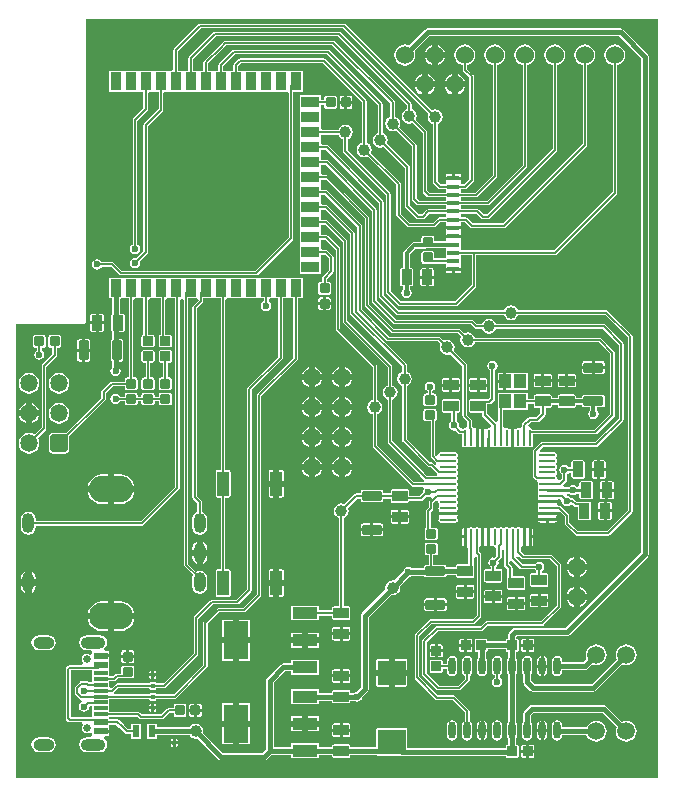
<source format=gbr>
%TF.GenerationSoftware,Altium Limited,Altium Designer,20.1.8 (145)*%
G04 Layer_Physical_Order=1*
G04 Layer_Color=255*
%FSLAX45Y45*%
%MOMM*%
%TF.SameCoordinates,C5ED230C-B98B-42D8-9333-440794D2D960*%
%TF.FilePolarity,Positive*%
%TF.FileFunction,Copper,L1,Top,Signal*%
%TF.Part,Single*%
G01*
G75*
%TA.AperFunction,ConnectorPad*%
%ADD10R,1.20500X0.60000*%
%ADD11R,1.20500X0.30000*%
%TA.AperFunction,SMDPad,CuDef*%
%ADD12C,1.00000*%
G04:AMPARAMS|DCode=13|XSize=2.1mm|YSize=1mm|CornerRadius=0.05mm|HoleSize=0mm|Usage=FLASHONLY|Rotation=270.000|XOffset=0mm|YOffset=0mm|HoleType=Round|Shape=RoundedRectangle|*
%AMROUNDEDRECTD13*
21,1,2.10000,0.90000,0,0,270.0*
21,1,2.00000,1.00000,0,0,270.0*
1,1,0.10000,-0.45000,-1.00000*
1,1,0.10000,-0.45000,1.00000*
1,1,0.10000,0.45000,1.00000*
1,1,0.10000,0.45000,-1.00000*
%
%ADD13ROUNDEDRECTD13*%
G04:AMPARAMS|DCode=14|XSize=1.275mm|YSize=0.9mm|CornerRadius=0.045mm|HoleSize=0mm|Usage=FLASHONLY|Rotation=270.000|XOffset=0mm|YOffset=0mm|HoleType=Round|Shape=RoundedRectangle|*
%AMROUNDEDRECTD14*
21,1,1.27500,0.81000,0,0,270.0*
21,1,1.18500,0.90000,0,0,270.0*
1,1,0.09000,-0.40500,-0.59250*
1,1,0.09000,-0.40500,0.59250*
1,1,0.09000,0.40500,0.59250*
1,1,0.09000,0.40500,-0.59250*
%
%ADD14ROUNDEDRECTD14*%
G04:AMPARAMS|DCode=15|XSize=0.85mm|YSize=0.8mm|CornerRadius=0.04mm|HoleSize=0mm|Usage=FLASHONLY|Rotation=180.000|XOffset=0mm|YOffset=0mm|HoleType=Round|Shape=RoundedRectangle|*
%AMROUNDEDRECTD15*
21,1,0.85000,0.72000,0,0,180.0*
21,1,0.77000,0.80000,0,0,180.0*
1,1,0.08000,-0.38500,0.36000*
1,1,0.08000,0.38500,0.36000*
1,1,0.08000,0.38500,-0.36000*
1,1,0.08000,-0.38500,-0.36000*
%
%ADD15ROUNDEDRECTD15*%
G04:AMPARAMS|DCode=16|XSize=0.85mm|YSize=0.8mm|CornerRadius=0.048mm|HoleSize=0mm|Usage=FLASHONLY|Rotation=180.000|XOffset=0mm|YOffset=0mm|HoleType=Round|Shape=RoundedRectangle|*
%AMROUNDEDRECTD16*
21,1,0.85000,0.70400,0,0,180.0*
21,1,0.75400,0.80000,0,0,180.0*
1,1,0.09600,-0.37700,0.35200*
1,1,0.09600,0.37700,0.35200*
1,1,0.09600,0.37700,-0.35200*
1,1,0.09600,-0.37700,-0.35200*
%
%ADD16ROUNDEDRECTD16*%
%ADD17O,0.25000X1.40000*%
%ADD18O,1.40000X0.25000*%
G04:AMPARAMS|DCode=19|XSize=1.65mm|YSize=0.8mm|CornerRadius=0.04mm|HoleSize=0mm|Usage=FLASHONLY|Rotation=0.000|XOffset=0mm|YOffset=0mm|HoleType=Round|Shape=RoundedRectangle|*
%AMROUNDEDRECTD19*
21,1,1.65000,0.72000,0,0,0.0*
21,1,1.57000,0.80000,0,0,0.0*
1,1,0.08000,0.78500,-0.36000*
1,1,0.08000,-0.78500,-0.36000*
1,1,0.08000,-0.78500,0.36000*
1,1,0.08000,0.78500,0.36000*
%
%ADD19ROUNDEDRECTD19*%
G04:AMPARAMS|DCode=20|XSize=1.275mm|YSize=0.9mm|CornerRadius=0.045mm|HoleSize=0mm|Usage=FLASHONLY|Rotation=0.000|XOffset=0mm|YOffset=0mm|HoleType=Round|Shape=RoundedRectangle|*
%AMROUNDEDRECTD20*
21,1,1.27500,0.81000,0,0,0.0*
21,1,1.18500,0.90000,0,0,0.0*
1,1,0.09000,0.59250,-0.40500*
1,1,0.09000,-0.59250,-0.40500*
1,1,0.09000,-0.59250,0.40500*
1,1,0.09000,0.59250,0.40500*
%
%ADD20ROUNDEDRECTD20*%
%ADD21R,1.00000X1.20000*%
%TA.AperFunction,ConnectorPad*%
%ADD22R,1.00000X0.45000*%
%TA.AperFunction,BGAPad,CuDef*%
%ADD23R,0.90000X0.90000*%
%TA.AperFunction,ConnectorPad*%
%ADD24R,1.50000X0.90000*%
%ADD25R,0.90000X1.50000*%
%TA.AperFunction,SMDPad,CuDef*%
%ADD26R,0.60000X1.00000*%
%ADD27O,0.60000X1.45000*%
%ADD28R,2.15000X3.25000*%
%ADD29R,2.15000X1.00000*%
G04:AMPARAMS|DCode=30|XSize=0.3mm|YSize=0.4mm|CornerRadius=0.0015mm|HoleSize=0mm|Usage=FLASHONLY|Rotation=0.000|XOffset=0mm|YOffset=0mm|HoleType=Round|Shape=RoundedRectangle|*
%AMROUNDEDRECTD30*
21,1,0.30000,0.39700,0,0,0.0*
21,1,0.29700,0.40000,0,0,0.0*
1,1,0.00300,0.14850,-0.19850*
1,1,0.00300,-0.14850,-0.19850*
1,1,0.00300,-0.14850,0.19850*
1,1,0.00300,0.14850,0.19850*
%
%ADD30ROUNDEDRECTD30*%
G04:AMPARAMS|DCode=31|XSize=0.85mm|YSize=0.8mm|CornerRadius=0.048mm|HoleSize=0mm|Usage=FLASHONLY|Rotation=270.000|XOffset=0mm|YOffset=0mm|HoleType=Round|Shape=RoundedRectangle|*
%AMROUNDEDRECTD31*
21,1,0.85000,0.70400,0,0,270.0*
21,1,0.75400,0.80000,0,0,270.0*
1,1,0.09600,-0.35200,-0.37700*
1,1,0.09600,-0.35200,0.37700*
1,1,0.09600,0.35200,0.37700*
1,1,0.09600,0.35200,-0.37700*
%
%ADD31ROUNDEDRECTD31*%
G04:AMPARAMS|DCode=32|XSize=2.35mm|YSize=2.1mm|CornerRadius=0.0105mm|HoleSize=0mm|Usage=FLASHONLY|Rotation=0.000|XOffset=0mm|YOffset=0mm|HoleType=Round|Shape=RoundedRectangle|*
%AMROUNDEDRECTD32*
21,1,2.35000,2.07900,0,0,0.0*
21,1,2.32900,2.10000,0,0,0.0*
1,1,0.02100,1.16450,-1.03950*
1,1,0.02100,-1.16450,-1.03950*
1,1,0.02100,-1.16450,1.03950*
1,1,0.02100,1.16450,1.03950*
%
%ADD32ROUNDEDRECTD32*%
G04:AMPARAMS|DCode=33|XSize=1.65mm|YSize=0.8mm|CornerRadius=0.04mm|HoleSize=0mm|Usage=FLASHONLY|Rotation=90.000|XOffset=0mm|YOffset=0mm|HoleType=Round|Shape=RoundedRectangle|*
%AMROUNDEDRECTD33*
21,1,1.65000,0.72000,0,0,90.0*
21,1,1.57000,0.80000,0,0,90.0*
1,1,0.08000,0.36000,0.78500*
1,1,0.08000,0.36000,-0.78500*
1,1,0.08000,-0.36000,-0.78500*
1,1,0.08000,-0.36000,0.78500*
%
%ADD33ROUNDEDRECTD33*%
G04:AMPARAMS|DCode=34|XSize=0.848mm|YSize=0.848mm|CornerRadius=0.0424mm|HoleSize=0mm|Usage=FLASHONLY|Rotation=90.000|XOffset=0mm|YOffset=0mm|HoleType=Round|Shape=RoundedRectangle|*
%AMROUNDEDRECTD34*
21,1,0.84800,0.76320,0,0,90.0*
21,1,0.76320,0.84800,0,0,90.0*
1,1,0.08480,0.38160,0.38160*
1,1,0.08480,0.38160,-0.38160*
1,1,0.08480,-0.38160,-0.38160*
1,1,0.08480,-0.38160,0.38160*
%
%ADD34ROUNDEDRECTD34*%
G04:AMPARAMS|DCode=35|XSize=0.848mm|YSize=0.848mm|CornerRadius=0.0424mm|HoleSize=0mm|Usage=FLASHONLY|Rotation=0.000|XOffset=0mm|YOffset=0mm|HoleType=Round|Shape=RoundedRectangle|*
%AMROUNDEDRECTD35*
21,1,0.84800,0.76320,0,0,0.0*
21,1,0.76320,0.84800,0,0,0.0*
1,1,0.08480,0.38160,-0.38160*
1,1,0.08480,-0.38160,-0.38160*
1,1,0.08480,-0.38160,0.38160*
1,1,0.08480,0.38160,0.38160*
%
%ADD35ROUNDEDRECTD35*%
%TA.AperFunction,Conductor*%
%ADD36C,0.40640*%
%ADD37C,0.20320*%
%ADD38C,0.12700*%
%ADD39C,0.25400*%
%ADD40C,0.30480*%
%ADD41C,0.15240*%
%TA.AperFunction,ComponentPad*%
%ADD42C,0.65000*%
%ADD43O,2.10000X1.00000*%
%ADD44O,1.80000X1.00000*%
%ADD45C,1.50000*%
%ADD46C,0.56000*%
G04:AMPARAMS|DCode=47|XSize=1.5mm|YSize=1.45mm|CornerRadius=0.18125mm|HoleSize=0mm|Usage=FLASHONLY|Rotation=90.000|XOffset=0mm|YOffset=0mm|HoleType=Round|Shape=RoundedRectangle|*
%AMROUNDEDRECTD47*
21,1,1.50000,1.08750,0,0,90.0*
21,1,1.13750,1.45000,0,0,90.0*
1,1,0.36250,0.54375,0.56875*
1,1,0.36250,0.54375,-0.56875*
1,1,0.36250,-0.54375,-0.56875*
1,1,0.36250,-0.54375,0.56875*
%
%ADD47ROUNDEDRECTD47*%
%ADD48O,1.45000X1.50000*%
G04:AMPARAMS|DCode=49|XSize=2.25mm|YSize=3.75mm|CornerRadius=1.125mm|HoleSize=0mm|Usage=FLASHONLY|Rotation=90.000|XOffset=0mm|YOffset=0mm|HoleType=Round|Shape=RoundedRectangle|*
%AMROUNDEDRECTD49*
21,1,2.25000,1.50000,0,0,90.0*
21,1,0.00000,3.75000,0,0,90.0*
1,1,2.25000,0.75000,0.00000*
1,1,2.25000,0.75000,0.00000*
1,1,2.25000,-0.75000,0.00000*
1,1,2.25000,-0.75000,0.00000*
%
%ADD49ROUNDEDRECTD49*%
%ADD50O,3.75000X2.25000*%
%ADD51O,1.00000X1.70000*%
%ADD52C,1.52400*%
%TA.AperFunction,ViaPad*%
%ADD53C,0.60000*%
G36*
X5466660Y41341D02*
X33341D01*
Y3883072D01*
X601280D01*
X609084Y3884625D01*
X615700Y3889045D01*
X620120Y3895661D01*
X621672Y3903464D01*
Y6466659D01*
X5466659Y6466659D01*
X5466660Y41341D01*
D02*
G37*
%LPC*%
G36*
X3604402Y6248203D02*
Y6187907D01*
X3664701D01*
X3656655Y6207334D01*
X3642405Y6225904D01*
X3623834Y6240154D01*
X3604402Y6248203D01*
D02*
G37*
G36*
X3553602Y6248204D02*
X3534167Y6240154D01*
X3515596Y6225904D01*
X3501347Y6207334D01*
X3493300Y6187907D01*
X3553602D01*
Y6248204D01*
D02*
G37*
G36*
X3664707Y6137107D02*
X3604402D01*
Y6076797D01*
X3623834Y6084846D01*
X3642405Y6099096D01*
X3656655Y6117667D01*
X3664707Y6137107D01*
D02*
G37*
G36*
X3553602D02*
X3493294D01*
X3501347Y6117667D01*
X3515596Y6099096D01*
X3534167Y6084846D01*
X3553602Y6076796D01*
Y6137107D01*
D02*
G37*
G36*
X3771906Y5997902D02*
Y5938899D01*
X3830905D01*
X3823106Y5957728D01*
X3809048Y5976048D01*
X3790728Y5990106D01*
X3771906Y5997902D01*
D02*
G37*
G36*
X3517906D02*
Y5938899D01*
X3576905D01*
X3569106Y5957728D01*
X3555048Y5976048D01*
X3536728Y5990106D01*
X3517906Y5997902D01*
D02*
G37*
G36*
X3721106Y5997907D02*
X3702272Y5990106D01*
X3683952Y5976048D01*
X3669894Y5957728D01*
X3662095Y5938899D01*
X3721106D01*
Y5997907D01*
D02*
G37*
G36*
X3467106D02*
X3448272Y5990106D01*
X3429952Y5976048D01*
X3415894Y5957728D01*
X3408095Y5938899D01*
X3467106D01*
Y5997907D01*
D02*
G37*
G36*
X3830904Y5888099D02*
X3771906D01*
Y5829098D01*
X3790728Y5836894D01*
X3809048Y5850952D01*
X3823106Y5869272D01*
X3830904Y5888099D01*
D02*
G37*
G36*
X3576904D02*
X3517906D01*
Y5829098D01*
X3536728Y5836894D01*
X3555048Y5850952D01*
X3569106Y5869272D01*
X3576904Y5888099D01*
D02*
G37*
G36*
X3721106D02*
X3662096D01*
X3669894Y5869272D01*
X3683952Y5850952D01*
X3702272Y5836894D01*
X3721106Y5829093D01*
Y5888099D01*
D02*
G37*
G36*
X3467106D02*
X3408096D01*
X3415894Y5869272D01*
X3429952Y5850952D01*
X3448272Y5836894D01*
X3467106Y5829093D01*
Y5888099D01*
D02*
G37*
G36*
X2861569Y5818763D02*
X2839069D01*
Y5775913D01*
X2879412D01*
Y5800920D01*
X2878054Y5807748D01*
X2874186Y5813537D01*
X2868398Y5817405D01*
X2861569Y5818763D01*
D02*
G37*
G36*
X2813669D02*
X2791170D01*
X2784341Y5817405D01*
X2778553Y5813537D01*
X2774685Y5807748D01*
X2773327Y5800920D01*
Y5775913D01*
X2813669D01*
Y5818763D01*
D02*
G37*
G36*
X2879412Y5750513D02*
X2839069D01*
Y5707677D01*
X2861569D01*
X2868398Y5709035D01*
X2874186Y5712903D01*
X2878054Y5718692D01*
X2879412Y5725520D01*
Y5750513D01*
D02*
G37*
G36*
X2813669D02*
X2773327D01*
Y5725520D01*
X2774685Y5718692D01*
X2778553Y5712903D01*
X2784341Y5709035D01*
X2791170Y5707677D01*
X2813669D01*
Y5750513D01*
D02*
G37*
G36*
X5103001Y6252167D02*
X5079793Y6249112D01*
X5058167Y6240154D01*
X5039596Y6225904D01*
X5025347Y6207334D01*
X5016389Y6185708D01*
X5013334Y6162500D01*
X5016389Y6139293D01*
X5025347Y6117667D01*
X5039596Y6099096D01*
X5058167Y6084846D01*
X5079793Y6075889D01*
X5083578Y6075390D01*
Y5002479D01*
X4588981Y4507883D01*
X3910179D01*
X3910176Y4507883D01*
X3796500D01*
Y4593260D01*
Y4615757D01*
X3733801D01*
X3671100D01*
Y4586947D01*
X3576201D01*
Y4613660D01*
X3574843Y4620488D01*
X3570975Y4626277D01*
X3565187Y4630145D01*
X3558358Y4631503D01*
X3482958D01*
X3476130Y4630145D01*
X3470342Y4626277D01*
X3466474Y4620488D01*
X3465115Y4613660D01*
Y4579787D01*
X3403452D01*
X3392550Y4577619D01*
X3383308Y4571444D01*
X3383307Y4571443D01*
X3319037Y4507172D01*
X3312861Y4497930D01*
X3310693Y4487029D01*
X3310693Y4487027D01*
Y4356787D01*
X3298680D01*
X3291969Y4355452D01*
X3286280Y4351651D01*
X3282478Y4345961D01*
X3281143Y4339250D01*
Y4220750D01*
X3282478Y4214039D01*
X3286280Y4208349D01*
X3291969Y4204548D01*
X3298680Y4203213D01*
X3310693D01*
Y4181316D01*
X3308395Y4179781D01*
X3298958Y4165657D01*
X3295644Y4148996D01*
X3298958Y4132335D01*
X3308395Y4118211D01*
X3322520Y4108774D01*
X3339180Y4105460D01*
X3355841Y4108774D01*
X3369965Y4118211D01*
X3379403Y4132335D01*
X3382717Y4148996D01*
X3379403Y4165657D01*
X3369965Y4179781D01*
X3367668Y4181316D01*
Y4203213D01*
X3379680D01*
X3386391Y4204548D01*
X3392081Y4208349D01*
X3395882Y4214039D01*
X3397217Y4220750D01*
Y4339250D01*
X3395882Y4345961D01*
X3392081Y4351651D01*
X3386391Y4355452D01*
X3379680Y4356787D01*
X3367668D01*
Y4475229D01*
X3415251Y4522813D01*
X3493497D01*
X3493498Y4522812D01*
X3504400Y4524981D01*
X3505053Y4525417D01*
X3558358D01*
X3565187Y4526775D01*
X3569972Y4529973D01*
X3671100D01*
Y4441768D01*
X3576201D01*
Y4483660D01*
X3574843Y4490488D01*
X3570975Y4496277D01*
X3565187Y4500145D01*
X3558358Y4501503D01*
X3482958D01*
X3476130Y4500145D01*
X3470342Y4496277D01*
X3466474Y4490488D01*
X3465115Y4483660D01*
Y4413260D01*
X3466474Y4406432D01*
X3470342Y4400643D01*
X3476130Y4396775D01*
X3482958Y4395417D01*
X3529325D01*
X3530659Y4395152D01*
X3671100D01*
Y4361155D01*
X3733803D01*
X3796500D01*
Y4383260D01*
Y4469037D01*
X3890753D01*
Y4213484D01*
X3753476Y4076206D01*
X3290927D01*
X3203883Y4163250D01*
Y4985675D01*
X3202405Y4993108D01*
X3198194Y4999409D01*
X3198194Y4999410D01*
X2841923Y5355680D01*
Y5449155D01*
X2846964Y5450158D01*
X2867704Y5464016D01*
X2881562Y5484756D01*
X2886428Y5509220D01*
X2881562Y5533684D01*
X2867704Y5554424D01*
X2846964Y5568282D01*
X2822500Y5573148D01*
X2798036Y5568282D01*
X2777296Y5554424D01*
X2763438Y5533684D01*
X2762435Y5528643D01*
X2627451D01*
X2613980Y5542114D01*
X2613980Y5578520D01*
X2613980Y5585970D01*
Y5686470D01*
X2613980Y5705520D01*
X2613980Y5712970D01*
Y5743797D01*
X2643327D01*
Y5725520D01*
X2644685Y5718692D01*
X2648553Y5712903D01*
X2654341Y5709035D01*
X2661170Y5707677D01*
X2731569D01*
X2738398Y5709035D01*
X2744186Y5712903D01*
X2748054Y5718692D01*
X2749412Y5725520D01*
Y5800920D01*
X2748054Y5807748D01*
X2744186Y5813537D01*
X2738398Y5817405D01*
X2731569Y5818763D01*
X2661170D01*
X2654341Y5817405D01*
X2648553Y5813537D01*
X2644685Y5807748D01*
X2643327Y5800920D01*
Y5782643D01*
X2613980D01*
Y5820920D01*
X2438580D01*
Y5712970D01*
X2438580Y5693920D01*
X2438580Y5686470D01*
Y5585970D01*
X2438580Y5566920D01*
X2438580Y5559470D01*
Y5458970D01*
X2438580Y5439920D01*
X2438580Y5432470D01*
Y5324520D01*
X2438580D01*
Y5312919D01*
X2438580D01*
Y5204970D01*
X2438580Y5185920D01*
X2438580Y5178470D01*
Y5070520D01*
X2438580D01*
Y5058919D01*
X2438580D01*
Y4950970D01*
X2438580Y4931920D01*
X2438580Y4924470D01*
Y4816520D01*
X2438580D01*
Y4804919D01*
X2438580D01*
Y4689520D01*
X2438580D01*
Y4677919D01*
X2438580D01*
Y4569970D01*
X2438580Y4550920D01*
X2438580Y4543470D01*
Y4442970D01*
X2438580Y4423920D01*
X2438580Y4416470D01*
Y4308520D01*
X2613980D01*
Y4416470D01*
X2613980Y4435520D01*
X2613980Y4442970D01*
Y4473797D01*
X2651363D01*
X2682392Y4442768D01*
Y4342224D01*
X2631411Y4291243D01*
X2627200Y4284942D01*
X2625722Y4277509D01*
Y4240500D01*
X2607445D01*
X2600617Y4239142D01*
X2594828Y4235274D01*
X2590960Y4229485D01*
X2589602Y4222657D01*
Y4152257D01*
X2590960Y4145429D01*
X2594828Y4139640D01*
X2600617Y4135772D01*
X2607445Y4134414D01*
X2682845D01*
X2689673Y4135772D01*
X2695462Y4139640D01*
X2699330Y4145429D01*
X2700688Y4152257D01*
Y4222657D01*
X2699330Y4229485D01*
X2695462Y4235274D01*
X2689673Y4239142D01*
X2682845Y4240500D01*
X2664568D01*
Y4269463D01*
X2715549Y4320444D01*
X2719759Y4326746D01*
X2721238Y4334179D01*
Y4450813D01*
X2719759Y4458246D01*
X2715549Y4464548D01*
X2673142Y4506954D01*
X2666841Y4511164D01*
X2659408Y4512643D01*
X2627451D01*
X2613980Y4526114D01*
X2613980Y4562520D01*
X2613980Y4569970D01*
Y4600797D01*
X2651363D01*
X2740804Y4511355D01*
Y3838920D01*
X2742283Y3831487D01*
X2746493Y3825186D01*
X3051437Y3520242D01*
Y3239325D01*
X3046396Y3238322D01*
X3025656Y3224464D01*
X3011798Y3203724D01*
X3006932Y3179260D01*
X3011798Y3154796D01*
X3025656Y3134056D01*
X3046396Y3120198D01*
X3051437Y3119195D01*
Y2853061D01*
X3052915Y2845628D01*
X3057126Y2839326D01*
X3381485Y2514967D01*
X3381486Y2514966D01*
X3387787Y2510756D01*
X3395220Y2509277D01*
X3476976D01*
X3479649Y2505929D01*
X3485414Y2490227D01*
X3479062Y2480721D01*
X3475748Y2464060D01*
X3476624Y2459658D01*
X3450218Y2433252D01*
X3359912D01*
Y2469200D01*
X3358577Y2475911D01*
X3354776Y2481601D01*
X3349087Y2485402D01*
X3342375Y2486737D01*
X3223875D01*
X3217164Y2485402D01*
X3211475Y2481601D01*
X3207673Y2475911D01*
X3206338Y2469200D01*
Y2452008D01*
X3141290D01*
Y2464700D01*
X3139994Y2471216D01*
X3136303Y2476740D01*
X3130779Y2480431D01*
X3124263Y2481727D01*
X2967263D01*
X2960747Y2480431D01*
X2955223Y2476740D01*
X2951532Y2471216D01*
X2950236Y2464700D01*
Y2452008D01*
X2913840D01*
X2904921Y2450234D01*
X2897359Y2445181D01*
X2813445Y2361268D01*
X2812465Y2361923D01*
X2788001Y2366789D01*
X2763537Y2361923D01*
X2742797Y2348065D01*
X2728939Y2327325D01*
X2724073Y2302861D01*
X2728939Y2278397D01*
X2742797Y2257657D01*
X2763537Y2243799D01*
X2764693Y2243569D01*
Y1496137D01*
X2728751D01*
X2722040Y1494802D01*
X2716350Y1491001D01*
X2712549Y1485311D01*
X2711214Y1478600D01*
Y1461408D01*
X2599321D01*
Y1500800D01*
X2358921D01*
Y1375400D01*
X2599321D01*
Y1414792D01*
X2711214D01*
Y1397600D01*
X2712549Y1390889D01*
X2716350Y1385200D01*
X2722040Y1381398D01*
X2728751Y1380063D01*
X2847251D01*
X2853962Y1381398D01*
X2859651Y1385200D01*
X2863453Y1390889D01*
X2864788Y1397600D01*
Y1478600D01*
X2863453Y1485311D01*
X2859651Y1491001D01*
X2853962Y1494802D01*
X2847251Y1496137D01*
X2811309D01*
Y2243569D01*
X2812465Y2243799D01*
X2833205Y2257657D01*
X2847063Y2278397D01*
X2851929Y2302861D01*
X2847063Y2327325D01*
X2846408Y2328305D01*
X2923495Y2405392D01*
X2950236D01*
Y2392700D01*
X2951532Y2386184D01*
X2955223Y2380660D01*
X2960747Y2376969D01*
X2967263Y2375673D01*
X3124263D01*
X3130779Y2376969D01*
X3136303Y2380660D01*
X3139994Y2386184D01*
X3141290Y2392700D01*
Y2405392D01*
X3206338D01*
Y2388200D01*
X3207673Y2381489D01*
X3211475Y2375800D01*
X3217164Y2371998D01*
X3223875Y2370663D01*
X3342375D01*
X3349087Y2371998D01*
X3354776Y2375800D01*
X3358577Y2381489D01*
X3359601Y2386637D01*
X3459873D01*
X3468792Y2388411D01*
X3476354Y2393463D01*
X3506047Y2423157D01*
X3519285Y2420524D01*
X3535945Y2423838D01*
X3543117Y2428630D01*
X3546058Y2428095D01*
X3552468Y2407564D01*
X3534227Y2389323D01*
X3530016Y2383021D01*
X3528538Y2375588D01*
Y2333069D01*
X3511377Y2315908D01*
X3507166Y2309607D01*
X3505688Y2302174D01*
Y2161473D01*
X3503433Y2161025D01*
X3497644Y2157157D01*
X3493776Y2151368D01*
X3492418Y2144540D01*
Y2074140D01*
X3493776Y2067312D01*
X3497644Y2061523D01*
X3503433Y2057656D01*
X3510261Y2056297D01*
X3585661D01*
X3592489Y2057656D01*
X3598278Y2061523D01*
X3602146Y2067312D01*
X3603504Y2074140D01*
Y2144540D01*
X3602146Y2151368D01*
X3598278Y2157157D01*
X3592489Y2161025D01*
X3585661Y2162383D01*
X3544534D01*
Y2294128D01*
X3561695Y2311290D01*
X3565905Y2317591D01*
X3567384Y2325024D01*
Y2367543D01*
X3591802Y2391960D01*
X3609358Y2382576D01*
X3608587Y2378700D01*
X3610543Y2368867D01*
X3616113Y2360532D01*
Y2346868D01*
X3610543Y2338533D01*
X3608587Y2328700D01*
X3610543Y2318868D01*
X3616113Y2310532D01*
Y2296868D01*
X3612457Y2291398D01*
X3691776D01*
X3771104D01*
X3767449Y2296868D01*
Y2310532D01*
X3773019Y2318868D01*
X3774974Y2328700D01*
X3773019Y2338533D01*
X3767449Y2346868D01*
Y2360532D01*
X3773019Y2368867D01*
X3774974Y2378700D01*
X3773019Y2388533D01*
X3767449Y2396868D01*
Y2410532D01*
X3773019Y2418868D01*
X3774974Y2428700D01*
X3773019Y2438533D01*
X3767449Y2446868D01*
Y2460532D01*
X3773019Y2468868D01*
X3774974Y2478700D01*
X3773019Y2488533D01*
X3767449Y2496868D01*
Y2510532D01*
X3773019Y2518868D01*
X3774974Y2528700D01*
X3773019Y2538533D01*
X3767449Y2546868D01*
Y2560532D01*
X3773019Y2568868D01*
X3774974Y2578700D01*
X3773019Y2588533D01*
X3767449Y2596868D01*
Y2610532D01*
X3773019Y2618868D01*
X3774974Y2628700D01*
X3773019Y2638533D01*
X3767449Y2646868D01*
Y2660532D01*
X3773019Y2668868D01*
X3774974Y2678700D01*
X3773019Y2688533D01*
X3767449Y2696868D01*
Y2710532D01*
X3773019Y2718868D01*
X3774974Y2728700D01*
X3773019Y2738533D01*
X3767449Y2746868D01*
Y2760532D01*
X3773019Y2768867D01*
X3774974Y2778700D01*
X3773019Y2788533D01*
X3767449Y2796868D01*
X3759113Y2802438D01*
X3749281Y2804394D01*
X3634281D01*
X3624448Y2802438D01*
X3616113Y2796868D01*
X3610543Y2788533D01*
X3609061Y2781080D01*
X3600510Y2775308D01*
X3590661Y2771171D01*
X3582656Y2777297D01*
Y3062794D01*
X3588118Y3066443D01*
X3591986Y3072232D01*
X3593344Y3079060D01*
Y3149460D01*
X3591986Y3156288D01*
X3588118Y3162077D01*
X3582329Y3165945D01*
X3575501Y3167303D01*
X3500101D01*
X3493273Y3165945D01*
X3487484Y3162077D01*
X3483616Y3156288D01*
X3482258Y3149460D01*
Y3079060D01*
X3483616Y3072232D01*
X3487484Y3066443D01*
X3493273Y3062576D01*
X3500101Y3061217D01*
X3543809D01*
Y2765301D01*
X3545288Y2757867D01*
X3549498Y2751566D01*
X3586098Y2714967D01*
X3586098Y2714966D01*
X3592400Y2710756D01*
X3595318Y2697913D01*
X3577825Y2694801D01*
X3565018Y2707607D01*
X3558717Y2711818D01*
X3551284Y2713296D01*
X3539813D01*
X3341743Y2911366D01*
Y3362474D01*
X3346784Y3363477D01*
X3367524Y3377335D01*
X3381382Y3398074D01*
X3386248Y3422539D01*
X3381382Y3447003D01*
X3367524Y3467743D01*
X3346784Y3481601D01*
X3341743Y3482604D01*
Y3536265D01*
X3340265Y3543698D01*
X3336054Y3549999D01*
X2899246Y3986808D01*
Y4653806D01*
X2897767Y4661239D01*
X2893557Y4667540D01*
X2673142Y4887954D01*
X2666841Y4892164D01*
X2659408Y4893643D01*
X2627451D01*
X2613980Y4907114D01*
X2613980Y4943520D01*
X2613980Y4950970D01*
Y4981797D01*
X2651363D01*
X2922449Y4710711D01*
Y4002642D01*
X2923927Y3995209D01*
X2928137Y3988908D01*
X3172498Y3744548D01*
X3178799Y3740337D01*
X3186232Y3738859D01*
X3186233Y3738859D01*
X3602915D01*
X3626374Y3715399D01*
X3623519Y3711126D01*
X3618653Y3686661D01*
X3623519Y3662197D01*
X3637377Y3641457D01*
X3658117Y3627599D01*
X3682581Y3622733D01*
X3707045Y3627599D01*
X3711319Y3630455D01*
X3811871Y3529903D01*
Y3109683D01*
X3813349Y3102250D01*
X3817560Y3095949D01*
X3855608Y3057901D01*
Y3021094D01*
X3854669Y3019408D01*
X3837501Y3006827D01*
X3837256Y3006799D01*
X3836781Y3006894D01*
X3826948Y3004938D01*
X3818613Y2999368D01*
X3799906Y3000737D01*
X3782783Y3017860D01*
X3784537Y3026680D01*
X3781223Y3043341D01*
X3771786Y3057465D01*
X3764309Y3062461D01*
Y3135423D01*
X3774851D01*
X3781562Y3136758D01*
X3787252Y3140560D01*
X3791053Y3146249D01*
X3792388Y3152960D01*
Y3233960D01*
X3791053Y3240671D01*
X3787252Y3246361D01*
X3781562Y3250162D01*
X3774851Y3251497D01*
X3656351D01*
X3649640Y3250162D01*
X3643950Y3246361D01*
X3640149Y3240671D01*
X3638814Y3233960D01*
Y3152960D01*
X3640149Y3146249D01*
X3643950Y3140560D01*
X3649640Y3136758D01*
X3656351Y3135423D01*
X3717693D01*
Y3062461D01*
X3710216Y3057465D01*
X3700778Y3043341D01*
X3697465Y3026680D01*
X3700778Y3010019D01*
X3710216Y2995895D01*
X3724340Y2986458D01*
X3741001Y2983144D01*
X3749821Y2984898D01*
X3777343Y2957376D01*
X3784905Y2952323D01*
X3793824Y2950549D01*
X3811087D01*
Y2866200D01*
X3813043Y2856368D01*
X3818613Y2848032D01*
X3826948Y2842462D01*
X3836781Y2840507D01*
X3846614Y2842462D01*
X3854949Y2848032D01*
X3868613D01*
X3876948Y2842462D01*
X3886781Y2840507D01*
X3896613Y2842462D01*
X3904949Y2848032D01*
X3918613D01*
X3924078Y2844380D01*
Y2923698D01*
Y3003020D01*
X3922755Y3002136D01*
X3907311Y3005316D01*
X3901662Y3008289D01*
X3898854Y3012492D01*
X3894454Y3016892D01*
Y3065945D01*
X3894454Y3065946D01*
X3892975Y3073379D01*
X3888765Y3079681D01*
X3850717Y3117729D01*
Y3537948D01*
X3849238Y3545381D01*
X3845028Y3551683D01*
X3845027Y3551683D01*
X3738787Y3657923D01*
X3741643Y3662197D01*
X3746509Y3686661D01*
X3741643Y3711126D01*
X3727785Y3731866D01*
X3707045Y3745724D01*
X3682581Y3750590D01*
X3658117Y3745724D01*
X3653843Y3742868D01*
X3624695Y3772016D01*
X3618393Y3776227D01*
X3610960Y3777705D01*
X3194278D01*
X2961295Y4010688D01*
Y4718755D01*
X2961295Y4718756D01*
X2959816Y4726189D01*
X2955606Y4732491D01*
X2673142Y5014954D01*
X2666841Y5019164D01*
X2659408Y5020643D01*
X2613980D01*
Y5058919D01*
X2613981D01*
Y5070520D01*
X2613980D01*
Y5108797D01*
X2653903D01*
X2983994Y4778706D01*
Y4047444D01*
X2985472Y4040011D01*
X2989683Y4033709D01*
X3210130Y3813263D01*
X3210130Y3813262D01*
X3216432Y3809052D01*
X3223865Y3807573D01*
X3223866Y3807573D01*
X3773944D01*
X3802333Y3779185D01*
X3799477Y3774911D01*
X3794611Y3750447D01*
X3799477Y3725982D01*
X3813335Y3705243D01*
X3834075Y3691385D01*
X3858539Y3686518D01*
X3883003Y3691385D01*
X3903743Y3705243D01*
X3917601Y3725982D01*
X3918604Y3731024D01*
X4966347D01*
X5063578Y3633792D01*
Y3123440D01*
X4931207Y2991069D01*
X4410494D01*
X4404949Y2999368D01*
X4396614Y3004938D01*
X4386781Y3006894D01*
X4372557Y3022143D01*
X4371688Y3031725D01*
X4391591Y3051628D01*
X4443259D01*
X4452178Y3053403D01*
X4459740Y3058455D01*
X4509322Y3108037D01*
X4514375Y3115599D01*
X4516149Y3124519D01*
Y3173522D01*
X4552091D01*
X4558802Y3174857D01*
X4564492Y3178659D01*
X4568293Y3184348D01*
X4569628Y3191059D01*
Y3203347D01*
X4619254D01*
Y3191059D01*
X4620589Y3184348D01*
X4624390Y3178659D01*
X4630080Y3174857D01*
X4636791Y3173522D01*
X4755291D01*
X4762002Y3174857D01*
X4767692Y3178659D01*
X4771493Y3184348D01*
X4772828Y3191059D01*
Y3203210D01*
X4826574D01*
Y3195559D01*
X4827870Y3189043D01*
X4831561Y3183519D01*
X4837085Y3179828D01*
X4843601Y3178532D01*
X4893614D01*
Y3156838D01*
X4891316Y3155303D01*
X4881878Y3141179D01*
X4878565Y3124519D01*
X4881878Y3107858D01*
X4891316Y3093734D01*
X4905440Y3084296D01*
X4922101Y3080982D01*
X4938762Y3084296D01*
X4952886Y3093734D01*
X4962323Y3107858D01*
X4965637Y3124519D01*
X4962323Y3141179D01*
X4952886Y3155303D01*
X4950588Y3156838D01*
Y3178532D01*
X5000601D01*
X5007117Y3179828D01*
X5012641Y3183519D01*
X5016332Y3189043D01*
X5017628Y3195559D01*
Y3267559D01*
X5016332Y3274075D01*
X5012641Y3279599D01*
X5007117Y3283290D01*
X5000601Y3284586D01*
X4843601D01*
X4837085Y3283290D01*
X4831561Y3279599D01*
X4827870Y3274075D01*
X4826574Y3267559D01*
Y3260184D01*
X4772828D01*
Y3272059D01*
X4771493Y3278770D01*
X4767692Y3284460D01*
X4762002Y3288261D01*
X4755291Y3289596D01*
X4636791D01*
X4630080Y3288261D01*
X4624390Y3284460D01*
X4620589Y3278770D01*
X4619254Y3272059D01*
Y3260322D01*
X4569628D01*
Y3272059D01*
X4568293Y3278770D01*
X4564492Y3284460D01*
X4558802Y3288261D01*
X4552091Y3289596D01*
X4433591D01*
X4426880Y3288261D01*
X4421190Y3284460D01*
X4417389Y3278770D01*
X4416054Y3272059D01*
Y3252553D01*
X4365340D01*
Y3304259D01*
X4239940D01*
Y3304260D01*
X4235339D01*
Y3304259D01*
X4109940D01*
Y3158859D01*
X4117358D01*
Y3059894D01*
X4098308Y3052887D01*
X4023639Y3127556D01*
Y3158620D01*
X4023528Y3159178D01*
Y3204993D01*
X4041310D01*
X4050229Y3206767D01*
X4057791Y3211819D01*
X4083048Y3237077D01*
X4088101Y3244638D01*
X4089875Y3253558D01*
Y3495619D01*
X4097352Y3500615D01*
X4106789Y3514739D01*
X4110103Y3531400D01*
X4106789Y3548060D01*
X4097352Y3562185D01*
X4083228Y3571622D01*
X4066567Y3574936D01*
X4049906Y3571622D01*
X4035782Y3562185D01*
X4026345Y3548060D01*
X4023031Y3531400D01*
X4026345Y3514739D01*
X4035782Y3500615D01*
X4043259Y3495619D01*
Y3263212D01*
X4031655Y3251608D01*
X3991741D01*
X3991183Y3251497D01*
X3887491D01*
X3880780Y3250162D01*
X3875090Y3246361D01*
X3871289Y3240671D01*
X3869954Y3233960D01*
Y3152960D01*
X3871289Y3146249D01*
X3875090Y3140560D01*
X3880780Y3136758D01*
X3887491Y3135423D01*
X3977023D01*
Y3117902D01*
X3978797Y3108983D01*
X3983850Y3101421D01*
X4052948Y3032323D01*
X4052057Y3021440D01*
X4036781Y3006894D01*
X4026948Y3004938D01*
X4018613Y2999368D01*
X4004949D01*
X3999485Y3003019D01*
Y2923698D01*
Y2844381D01*
X4004949Y2848032D01*
X4018613D01*
X4024076Y2844382D01*
Y2923698D01*
X4049476D01*
Y2844375D01*
X4054949Y2848032D01*
X4068613D01*
X4076948Y2842462D01*
X4086781Y2840507D01*
X4096613Y2842462D01*
X4104949Y2848032D01*
X4118613D01*
X4126948Y2842462D01*
X4136781Y2840507D01*
X4146613Y2842462D01*
X4154949Y2848032D01*
X4168613D01*
X4176948Y2842462D01*
X4186781Y2840507D01*
X4196613Y2842462D01*
X4204949Y2848032D01*
X4218613D01*
X4224087Y2844374D01*
Y2923698D01*
Y3003026D01*
X4218613Y2999368D01*
X4204949D01*
X4196613Y3004938D01*
X4186781Y3006894D01*
X4176948Y3004938D01*
X4175254Y3003806D01*
X4156204Y3012477D01*
Y3158859D01*
X4235339D01*
Y3158859D01*
X4239940D01*
Y3158859D01*
X4365340D01*
Y3211117D01*
X4416054D01*
Y3191059D01*
X4417389Y3184348D01*
X4421190Y3178659D01*
X4426880Y3174857D01*
X4433591Y3173522D01*
X4469533D01*
Y3134173D01*
X4433604Y3098244D01*
X4381937D01*
X4373017Y3096470D01*
X4365456Y3091417D01*
X4320300Y3046261D01*
X4315247Y3038700D01*
X4313473Y3029780D01*
Y3016584D01*
X4298984Y3006576D01*
X4294423Y3005374D01*
X4286781Y3006894D01*
X4276948Y3004938D01*
X4268613Y2999368D01*
X4254949D01*
X4249487Y3003018D01*
Y2923698D01*
Y2844382D01*
X4254949Y2848032D01*
X4268613D01*
X4276948Y2842462D01*
X4286781Y2840507D01*
X4296613Y2842462D01*
X4304949Y2848032D01*
X4318613D01*
X4326948Y2842462D01*
X4336781Y2840507D01*
X4346613Y2842462D01*
X4354949Y2848032D01*
X4368613D01*
X4376948Y2842462D01*
X4386781Y2840507D01*
X4396614Y2842462D01*
X4404949Y2848032D01*
X4410519Y2856368D01*
X4412475Y2866200D01*
Y2952223D01*
X4939252D01*
X4946685Y2953701D01*
X4952987Y2957912D01*
X5096735Y3101661D01*
X5100946Y3107962D01*
X5102424Y3115395D01*
Y3641838D01*
X5100946Y3649271D01*
X5096735Y3655572D01*
X4988126Y3764181D01*
X4981825Y3768391D01*
X4974392Y3769870D01*
X3918604D01*
X3917601Y3774911D01*
X3903743Y3795651D01*
X3883003Y3809509D01*
X3858539Y3814375D01*
X3834075Y3809509D01*
X3829801Y3806653D01*
X3795724Y3840730D01*
X3789423Y3844941D01*
X3781990Y3846419D01*
X3231910D01*
X3022840Y4055489D01*
Y4786751D01*
X3021361Y4794184D01*
X3017151Y4800486D01*
X2675683Y5141954D01*
X2669382Y5146164D01*
X2661948Y5147643D01*
X2627451D01*
X2613980Y5161114D01*
X2613980Y5197520D01*
X2613980Y5204970D01*
Y5235797D01*
X2656443D01*
X3046653Y4845587D01*
Y4080647D01*
X3048131Y4073214D01*
X3052341Y4066913D01*
X3229938Y3889316D01*
X3229938Y3889316D01*
X3236240Y3885105D01*
X3243673Y3883626D01*
X3243674Y3883627D01*
X3884160D01*
X3916498Y3851289D01*
X3922800Y3847078D01*
X3930232Y3845600D01*
X3930234Y3845600D01*
X3977412D01*
X3978415Y3840559D01*
X3992273Y3819819D01*
X4013013Y3805961D01*
X4037477Y3801095D01*
X4061941Y3805961D01*
X4082681Y3819819D01*
X4096539Y3840559D01*
X4097542Y3845600D01*
X5002374D01*
X5138084Y3709890D01*
Y3083951D01*
X4938725Y2884592D01*
X4483501D01*
X4476068Y2883114D01*
X4469767Y2878904D01*
X4416439Y2825576D01*
X4412228Y2819275D01*
X4410750Y2811841D01*
Y2595807D01*
X4412228Y2588374D01*
X4416439Y2582073D01*
X4433546Y2564966D01*
X4439847Y2560756D01*
X4443711Y2559987D01*
X4444268Y2559398D01*
X4449562Y2549388D01*
X4451675Y2540227D01*
X4450543Y2538533D01*
X4448587Y2528700D01*
X4450543Y2518868D01*
X4456113Y2510532D01*
Y2496868D01*
X4450543Y2488533D01*
X4448587Y2478700D01*
X4450543Y2468868D01*
X4456113Y2460532D01*
Y2446868D01*
X4450543Y2438533D01*
X4448587Y2428700D01*
X4450543Y2418868D01*
X4456113Y2410532D01*
Y2396868D01*
X4452460Y2391401D01*
X4531781D01*
X4619958D01*
X4625735Y2399642D01*
X4636940Y2400081D01*
X4650645Y2387760D01*
X4653959Y2371100D01*
X4663396Y2356976D01*
X4677520Y2347538D01*
X4694181Y2344224D01*
X4710842Y2347538D01*
X4724966Y2356976D01*
X4744739Y2352278D01*
X4754698Y2342319D01*
X4762259Y2337267D01*
X4771179Y2335492D01*
X4787984D01*
Y2245960D01*
X4789319Y2239249D01*
X4793120Y2233559D01*
X4798810Y2229758D01*
X4805521Y2228423D01*
X4886521D01*
X4893232Y2229758D01*
X4898921Y2233559D01*
X4902723Y2239249D01*
X4904058Y2245960D01*
Y2364460D01*
X4902723Y2371171D01*
X4898921Y2376861D01*
X4893232Y2380662D01*
X4886521Y2381997D01*
X4811739D01*
X4811181Y2382108D01*
X4780833D01*
X4758699Y2404242D01*
X4751138Y2409294D01*
X4742218Y2411069D01*
X4729962D01*
X4724966Y2418545D01*
X4710842Y2427983D01*
X4700237Y2430092D01*
X4697483Y2433765D01*
X4707008Y2452815D01*
X4718235D01*
X4721509Y2447915D01*
X4735634Y2438478D01*
X4752294Y2435164D01*
X4768955Y2438478D01*
X4783079Y2447915D01*
X4783534Y2448596D01*
X4802584Y2444229D01*
Y2419450D01*
X4803919Y2412739D01*
X4807720Y2407050D01*
X4813410Y2403248D01*
X4820121Y2401913D01*
X4901121D01*
X4907832Y2403248D01*
X4913522Y2407050D01*
X4917323Y2412739D01*
X4918658Y2419450D01*
Y2537950D01*
X4917323Y2544661D01*
X4913522Y2550351D01*
X4907832Y2554152D01*
X4901121Y2555487D01*
X4820121D01*
X4813410Y2554152D01*
X4807720Y2550351D01*
X4803919Y2544661D01*
X4802584Y2537950D01*
Y2513171D01*
X4783534Y2508804D01*
X4783079Y2509485D01*
X4768955Y2518923D01*
X4752294Y2522237D01*
X4735634Y2518923D01*
X4721509Y2509485D01*
X4718252Y2504610D01*
X4675694D01*
X4667803Y2523660D01*
X4692022Y2547879D01*
X4697074Y2555440D01*
X4698849Y2564360D01*
Y2612920D01*
X4706326Y2617916D01*
X4711322Y2625393D01*
X4735124D01*
Y2594530D01*
X4736459Y2587819D01*
X4740260Y2582130D01*
X4745950Y2578328D01*
X4752661Y2576993D01*
X4833661D01*
X4840372Y2578328D01*
X4846061Y2582130D01*
X4849863Y2587819D01*
X4851198Y2594530D01*
Y2713030D01*
X4849863Y2719742D01*
X4846061Y2725431D01*
X4840372Y2729232D01*
X4833661Y2730567D01*
X4752661D01*
X4745950Y2729232D01*
X4740260Y2725431D01*
X4736459Y2719742D01*
X4735124Y2713030D01*
Y2672008D01*
X4711322D01*
X4706326Y2679485D01*
X4692201Y2688923D01*
X4675541Y2692237D01*
X4658880Y2688923D01*
X4644756Y2679485D01*
X4635318Y2665361D01*
X4632004Y2648700D01*
X4635318Y2632040D01*
X4644756Y2617916D01*
X4652233Y2612920D01*
Y2575992D01*
X4637973Y2562449D01*
X4629338Y2563150D01*
X4614975Y2578700D01*
X4613019Y2588533D01*
X4607449Y2596868D01*
Y2610532D01*
X4613019Y2618868D01*
X4614975Y2628700D01*
X4613019Y2638533D01*
X4607449Y2646868D01*
Y2660532D01*
X4613019Y2668868D01*
X4614975Y2678700D01*
X4613019Y2688533D01*
X4607449Y2696868D01*
Y2710532D01*
X4613019Y2718868D01*
X4614975Y2728700D01*
X4613019Y2738533D01*
X4607449Y2746868D01*
Y2760532D01*
X4613019Y2768867D01*
X4614975Y2778700D01*
X4613019Y2788533D01*
X4607449Y2796868D01*
X4599113Y2802438D01*
X4589281Y2804394D01*
X4477135D01*
X4472119Y2811177D01*
X4468459Y2822659D01*
X4491546Y2845746D01*
X4946770D01*
X4954203Y2847225D01*
X4960505Y2851435D01*
X5171241Y3062171D01*
X5171241Y3062172D01*
X5175452Y3068473D01*
X5176930Y3075906D01*
Y3717935D01*
X5175452Y3725368D01*
X5171241Y3731669D01*
X5024154Y3878757D01*
X5017852Y3882968D01*
X5010419Y3884446D01*
X4097542D01*
X4096539Y3889487D01*
X4082681Y3910227D01*
X4061941Y3924085D01*
X4037477Y3928951D01*
X4013013Y3924085D01*
X3992273Y3910227D01*
X3978415Y3889487D01*
X3977412Y3884446D01*
X3938278D01*
X3905940Y3916784D01*
X3899639Y3920994D01*
X3892206Y3922473D01*
X3251718D01*
X3085499Y4088692D01*
Y4853633D01*
X3084020Y4861066D01*
X3079810Y4867367D01*
X2678223Y5268954D01*
X2671922Y5273164D01*
X2664488Y5274643D01*
X2613980D01*
Y5312919D01*
X2613981D01*
Y5324520D01*
X2613980D01*
Y5362797D01*
X2656443D01*
X3106686Y4912554D01*
Y4122457D01*
X3108164Y4115024D01*
X3112375Y4108723D01*
X3252996Y3968101D01*
X3259298Y3963891D01*
X3266731Y3962412D01*
X4163100D01*
X4164102Y3957371D01*
X4177960Y3936631D01*
X4198700Y3922773D01*
X4223165Y3917907D01*
X4247629Y3922773D01*
X4268369Y3936631D01*
X4282227Y3957371D01*
X4283229Y3962412D01*
X5023737D01*
X5213886Y3772264D01*
Y2310169D01*
X5037233Y2133516D01*
X4788355D01*
X4718794Y2203077D01*
Y2262412D01*
X4718794Y2262414D01*
X4717315Y2269846D01*
X4713105Y2276148D01*
X4646818Y2342434D01*
X4640517Y2346645D01*
X4633084Y2348123D01*
X4620557D01*
X4612420Y2366001D01*
X4531781D01*
X4452458D01*
X4456113Y2360532D01*
Y2346868D01*
X4450543Y2338533D01*
X4448587Y2328700D01*
X4450543Y2318868D01*
X4456113Y2310532D01*
Y2296868D01*
X4452460Y2291402D01*
X4531780D01*
X4624777D01*
X4628572Y2296321D01*
X4629338Y2296705D01*
X4636343Y2297973D01*
X4679948Y2254368D01*
Y2195032D01*
X4681426Y2187599D01*
X4685637Y2181297D01*
X4766575Y2100359D01*
X4772876Y2096149D01*
X4780309Y2094670D01*
X5045278D01*
X5052712Y2096149D01*
X5059013Y2100359D01*
X5247043Y2288389D01*
X5251253Y2294691D01*
X5252732Y2302124D01*
X5252732Y2302125D01*
Y3780309D01*
X5251253Y3787742D01*
X5247043Y3794044D01*
X5045517Y3995570D01*
X5039216Y3999780D01*
X5031783Y4001259D01*
X4283229D01*
X4282227Y4006300D01*
X4268369Y4027040D01*
X4247629Y4040898D01*
X4223165Y4045764D01*
X4198700Y4040898D01*
X4177960Y4027040D01*
X4164102Y4006300D01*
X4163100Y4001259D01*
X3274776D01*
X3145532Y4130503D01*
Y4920599D01*
X3144054Y4928032D01*
X3139843Y4934334D01*
X3139843Y4934334D01*
X2678223Y5395954D01*
X2671922Y5400164D01*
X2664488Y5401643D01*
X2627451D01*
X2613980Y5415114D01*
X2613980Y5451520D01*
X2613980Y5458970D01*
Y5489797D01*
X2762435D01*
X2763438Y5484756D01*
X2777296Y5464016D01*
X2798036Y5450158D01*
X2803077Y5449155D01*
Y5347635D01*
X2804555Y5340202D01*
X2808766Y5333901D01*
X3165037Y4977630D01*
Y4155205D01*
X3166515Y4147772D01*
X3170726Y4141471D01*
X3269148Y4043049D01*
X3275449Y4038838D01*
X3282882Y4037359D01*
X3282883Y4037360D01*
X3761521D01*
X3768954Y4038838D01*
X3775255Y4043049D01*
X3923911Y4191704D01*
X3928121Y4198006D01*
X3929600Y4205438D01*
Y4469037D01*
X4597027D01*
X4604460Y4470515D01*
X4610761Y4474725D01*
X5116734Y4980699D01*
X5116735Y4980699D01*
X5120945Y4987001D01*
X5122424Y4994434D01*
Y6075390D01*
X5126208Y6075889D01*
X5147834Y6084846D01*
X5166405Y6099096D01*
X5180655Y6117667D01*
X5189612Y6139293D01*
X5192668Y6162500D01*
X5189612Y6185708D01*
X5180655Y6207334D01*
X5166405Y6225904D01*
X5147834Y6240154D01*
X5126208Y6249112D01*
X5103001Y6252167D01*
D02*
G37*
G36*
X3796500Y5153660D02*
X3746497D01*
Y5131161D01*
X3796500D01*
Y5153660D01*
D02*
G37*
G36*
X3721097D02*
X3671100D01*
Y5131161D01*
X3721097D01*
Y5153660D01*
D02*
G37*
G36*
X1588571Y6427994D02*
X1581138Y6426515D01*
X1574837Y6422305D01*
X1371546Y6219014D01*
X1367336Y6212713D01*
X1365857Y6205280D01*
Y6040890D01*
X1352386Y6027420D01*
X1315980Y6027420D01*
X1308530Y6027420D01*
X1208030D01*
X1188980Y6027420D01*
X1181530Y6027420D01*
X1081030D01*
X1061980Y6027420D01*
X1054530Y6027420D01*
X954030D01*
X934980Y6027420D01*
X927530Y6027420D01*
X819580D01*
Y5852020D01*
X927530D01*
X946580Y5852020D01*
X954030Y5852020D01*
X1054530D01*
X1073580Y5852020D01*
X1081030Y5852020D01*
X1111857D01*
Y5713570D01*
X1026266Y5627980D01*
X1022056Y5621678D01*
X1020577Y5614245D01*
Y4558377D01*
X1009215Y4550785D01*
X999778Y4536660D01*
X996464Y4520000D01*
X999778Y4503339D01*
X1009215Y4489215D01*
X1023339Y4479777D01*
X1040000Y4476463D01*
X1056661Y4479777D01*
X1070785Y4489215D01*
X1080222Y4503339D01*
X1083536Y4520000D01*
X1080222Y4536660D01*
X1070785Y4550785D01*
X1059424Y4558376D01*
Y5606200D01*
X1145014Y5691790D01*
X1145014Y5691791D01*
X1149225Y5698092D01*
X1150704Y5705525D01*
X1150703Y5705526D01*
Y5838549D01*
X1164174Y5852020D01*
X1200580Y5852020D01*
X1208030Y5852020D01*
X1240577D01*
Y5707674D01*
X1117546Y5584643D01*
X1113336Y5578342D01*
X1111857Y5570909D01*
Y4499486D01*
X1053402Y4441030D01*
X1040000Y4443696D01*
X1023339Y4440382D01*
X1009215Y4430945D01*
X999778Y4416820D01*
X996464Y4400160D01*
X999778Y4383499D01*
X1009215Y4369375D01*
X1023339Y4359937D01*
X1040000Y4356623D01*
X1056661Y4359937D01*
X1070785Y4369375D01*
X1080222Y4383499D01*
X1083536Y4400160D01*
X1080871Y4413562D01*
X1145014Y4477706D01*
X1149225Y4484007D01*
X1150703Y4491440D01*
Y5562864D01*
X1273734Y5685894D01*
X1273734Y5685895D01*
X1277945Y5692196D01*
X1279423Y5699629D01*
Y5838549D01*
X1292894Y5852020D01*
X1327580Y5852020D01*
X1335030Y5852020D01*
X1442980D01*
Y5852020D01*
X1454581D01*
Y5852020D01*
X1569980D01*
Y5852020D01*
X1581581D01*
Y5852020D01*
X1696980D01*
Y5852020D01*
X1708581D01*
Y5852020D01*
X1823980D01*
Y5852020D01*
X1835581D01*
Y5852020D01*
X1943530D01*
X1962580Y5852020D01*
X1970030Y5852020D01*
X2070530D01*
X2089580Y5852020D01*
X2097030Y5852020D01*
X2197530D01*
X2216580Y5852020D01*
X2224030Y5852020D01*
X2324157D01*
X2331980Y5852020D01*
X2343207Y5837620D01*
Y4620675D01*
X2059102Y4336570D01*
X930898D01*
X863577Y4403891D01*
X857276Y4408102D01*
X849843Y4409580D01*
X758671D01*
X751079Y4420942D01*
X736955Y4430380D01*
X720294Y4433693D01*
X703633Y4430380D01*
X689509Y4420942D01*
X680072Y4406818D01*
X676758Y4390157D01*
X680072Y4373496D01*
X689509Y4359372D01*
X703633Y4349935D01*
X720294Y4346621D01*
X736955Y4349935D01*
X751079Y4359372D01*
X758671Y4370734D01*
X841797D01*
X909118Y4303413D01*
X915420Y4299202D01*
X922853Y4297724D01*
X2067147D01*
X2074580Y4299202D01*
X2080881Y4303413D01*
X2376364Y4598895D01*
X2376364Y4598896D01*
X2380575Y4605197D01*
X2382053Y4612630D01*
X2382053Y4612631D01*
Y5852020D01*
X2458980D01*
Y6027420D01*
X2351030D01*
X2331980Y6027420D01*
X2324530Y6027420D01*
X2224030D01*
X2204980Y6027420D01*
X2197530Y6027420D01*
X2097030D01*
X2077980Y6027420D01*
X2070530Y6027420D01*
X1970030D01*
X1950980Y6027420D01*
X1943530Y6027420D01*
X1912703D01*
Y6069882D01*
X1938652Y6095831D01*
X2634200D01*
X2961886Y5768146D01*
Y5438215D01*
Y5420712D01*
X2956844Y5419709D01*
X2936105Y5405851D01*
X2922247Y5385111D01*
X2917380Y5360647D01*
X2922247Y5336182D01*
X2936105Y5315443D01*
X2956844Y5301585D01*
X2981309Y5296718D01*
X3005773Y5301585D01*
X3010047Y5304440D01*
X3252323Y5062163D01*
Y4809801D01*
X3253802Y4802368D01*
X3258012Y4796067D01*
X3343504Y4710575D01*
X3349806Y4706365D01*
X3357238Y4704886D01*
X3572671D01*
X3580104Y4706365D01*
X3586405Y4710575D01*
X3624866Y4749037D01*
X3671100D01*
Y4711163D01*
X3733795D01*
X3796500D01*
Y4749037D01*
X3835575D01*
X3879349Y4705262D01*
X3885651Y4701052D01*
X3893084Y4699573D01*
X4166496D01*
X4173929Y4701052D01*
X4180231Y4705262D01*
X4862735Y5387766D01*
X4866945Y5394068D01*
X4868424Y5401501D01*
Y6075390D01*
X4872208Y6075889D01*
X4893834Y6084846D01*
X4912405Y6099096D01*
X4926655Y6117667D01*
X4935612Y6139293D01*
X4938668Y6162500D01*
X4935612Y6185708D01*
X4926655Y6207334D01*
X4912405Y6225904D01*
X4893834Y6240154D01*
X4872208Y6249112D01*
X4849001Y6252167D01*
X4825793Y6249112D01*
X4804167Y6240154D01*
X4785596Y6225904D01*
X4771347Y6207334D01*
X4762389Y6185708D01*
X4759334Y6162500D01*
X4762389Y6139293D01*
X4771347Y6117667D01*
X4785596Y6099096D01*
X4804167Y6084846D01*
X4825793Y6075889D01*
X4829578Y6075390D01*
Y5409546D01*
X4158451Y4738420D01*
X3901129D01*
X3857354Y4782194D01*
X3851053Y4786404D01*
X3843620Y4787883D01*
X3796500D01*
Y4819036D01*
X3930976D01*
X3970391Y4779622D01*
X3970392Y4779621D01*
X3976693Y4775411D01*
X3984126Y4773932D01*
X4032949D01*
X4040382Y4775411D01*
X4046683Y4779621D01*
X4608735Y5341673D01*
X4612945Y5347974D01*
X4614424Y5355407D01*
Y6075390D01*
X4618208Y6075889D01*
X4639834Y6084846D01*
X4658405Y6099096D01*
X4672655Y6117667D01*
X4681612Y6139293D01*
X4684668Y6162500D01*
X4681612Y6185708D01*
X4672655Y6207334D01*
X4658405Y6225904D01*
X4639834Y6240154D01*
X4618208Y6249112D01*
X4595001Y6252167D01*
X4571793Y6249112D01*
X4550167Y6240154D01*
X4531596Y6225904D01*
X4517347Y6207334D01*
X4508389Y6185708D01*
X4505334Y6162500D01*
X4508389Y6139293D01*
X4517347Y6117667D01*
X4531596Y6099096D01*
X4550167Y6084846D01*
X4571793Y6075889D01*
X4575578Y6075390D01*
Y5363453D01*
X4024903Y4812778D01*
X3992171D01*
X3952756Y4852194D01*
X3946455Y4856404D01*
X3939022Y4857883D01*
X3796500D01*
Y4889036D01*
X4028662D01*
X4036095Y4890515D01*
X4042396Y4894725D01*
X4354734Y5207063D01*
X4354735Y5207064D01*
X4358945Y5213365D01*
X4360424Y5220798D01*
X4360424Y5220800D01*
Y6075390D01*
X4364208Y6075889D01*
X4385834Y6084846D01*
X4404405Y6099096D01*
X4418655Y6117667D01*
X4427612Y6139293D01*
X4430668Y6162500D01*
X4427612Y6185708D01*
X4418655Y6207334D01*
X4404405Y6225904D01*
X4385834Y6240154D01*
X4364208Y6249112D01*
X4341001Y6252167D01*
X4317793Y6249112D01*
X4296167Y6240154D01*
X4277596Y6225904D01*
X4263347Y6207334D01*
X4254389Y6185708D01*
X4251334Y6162500D01*
X4254389Y6139293D01*
X4263347Y6117667D01*
X4277596Y6099096D01*
X4296167Y6084846D01*
X4317793Y6075889D01*
X4321578Y6075390D01*
Y5228843D01*
X4020616Y4927882D01*
X3796500D01*
Y4959036D01*
X3927181D01*
X3934614Y4960515D01*
X3940915Y4964725D01*
X4100735Y5124545D01*
X4104945Y5130846D01*
X4106424Y5138279D01*
X4106424Y5138280D01*
Y6075390D01*
X4110208Y6075889D01*
X4131834Y6084846D01*
X4150405Y6099096D01*
X4164655Y6117667D01*
X4173612Y6139293D01*
X4176668Y6162500D01*
X4173612Y6185708D01*
X4164655Y6207334D01*
X4150405Y6225904D01*
X4131834Y6240154D01*
X4110208Y6249112D01*
X4087001Y6252167D01*
X4063793Y6249112D01*
X4042167Y6240154D01*
X4023596Y6225904D01*
X4009347Y6207334D01*
X4000389Y6185708D01*
X3997334Y6162500D01*
X4000389Y6139293D01*
X4009347Y6117667D01*
X4023596Y6099096D01*
X4042167Y6084846D01*
X4063793Y6075889D01*
X4067578Y6075390D01*
Y5146324D01*
X3919136Y4997883D01*
X3796500D01*
Y5029037D01*
X3836117D01*
X3843550Y5030515D01*
X3849851Y5034726D01*
X3903983Y5088857D01*
X3908193Y5095158D01*
X3909671Y5102591D01*
Y5981915D01*
X3908193Y5989348D01*
X3903983Y5995649D01*
X3852424Y6047208D01*
Y6075390D01*
X3856208Y6075889D01*
X3877834Y6084846D01*
X3896405Y6099096D01*
X3910655Y6117667D01*
X3919612Y6139293D01*
X3922668Y6162500D01*
X3919612Y6185708D01*
X3910655Y6207334D01*
X3896405Y6225904D01*
X3877834Y6240154D01*
X3856208Y6249112D01*
X3833001Y6252167D01*
X3809793Y6249112D01*
X3788167Y6240154D01*
X3769596Y6225904D01*
X3755347Y6207334D01*
X3746389Y6185708D01*
X3743334Y6162500D01*
X3746389Y6139293D01*
X3755347Y6117667D01*
X3769596Y6099096D01*
X3788167Y6084846D01*
X3809793Y6075889D01*
X3813578Y6075390D01*
Y6039162D01*
X3815056Y6031729D01*
X3819266Y6025428D01*
X3870825Y5973869D01*
Y5110636D01*
X3828072Y5067883D01*
X3796500D01*
Y5105761D01*
X3733797D01*
X3671100D01*
Y5067883D01*
X3630091D01*
X3602563Y5095412D01*
Y5578401D01*
X3607604Y5579404D01*
X3628344Y5593262D01*
X3642202Y5614002D01*
X3647068Y5638466D01*
X3642202Y5662931D01*
X3628344Y5683670D01*
X3607604Y5697528D01*
X3583139Y5702394D01*
X3558675Y5697528D01*
X3554401Y5694673D01*
X2826769Y6422305D01*
X2820468Y6426515D01*
X2813035Y6427994D01*
X1588572D01*
X1588571Y6427994D01*
D02*
G37*
G36*
X3796500Y4685763D02*
X3733795D01*
X3671100D01*
Y4663260D01*
Y4641157D01*
X3733801D01*
X3796500D01*
Y4663260D01*
Y4685763D01*
D02*
G37*
G36*
Y4335755D02*
X3746503D01*
Y4313260D01*
X3796500D01*
Y4335755D01*
D02*
G37*
G36*
X3721103D02*
X3671100D01*
Y4313260D01*
X3721103D01*
Y4335755D01*
D02*
G37*
G36*
X3554920Y4356787D02*
X3527122D01*
Y4292706D01*
X3572457D01*
Y4339250D01*
X3571122Y4345961D01*
X3567321Y4351651D01*
X3561631Y4355452D01*
X3554920Y4356787D01*
D02*
G37*
G36*
X3501722D02*
X3473920D01*
X3467209Y4355452D01*
X3461520Y4351651D01*
X3457718Y4345961D01*
X3456383Y4339250D01*
Y4292706D01*
X3501722D01*
Y4356787D01*
D02*
G37*
G36*
X2331980Y4277420D02*
Y4277420D01*
X2224030D01*
X2204980Y4277420D01*
X2197530Y4277420D01*
X2097030D01*
X2077980Y4277420D01*
X2070530Y4277420D01*
X1970030D01*
X1950980Y4277420D01*
X1943530Y4277420D01*
X1843030D01*
X1823980Y4277420D01*
X1816530Y4277420D01*
X1716030D01*
X1696980Y4277420D01*
X1689530Y4277420D01*
X1589030D01*
X1569980Y4277420D01*
X1562530Y4277420D01*
X1462030D01*
X1442980Y4277420D01*
X1435530Y4277420D01*
X1335030D01*
X1315980Y4277420D01*
X1308530Y4277420D01*
X1208030D01*
X1188980Y4277420D01*
X1181530Y4277420D01*
X1081030D01*
X1061980Y4277420D01*
X1054530Y4277420D01*
X954030D01*
X934980Y4277420D01*
X927530Y4277420D01*
X819580D01*
Y4102020D01*
X843613D01*
Y3969102D01*
X842160Y3968130D01*
X838358Y3962441D01*
X837023Y3955730D01*
Y3837230D01*
X838358Y3830519D01*
X841806Y3825358D01*
Y3752860D01*
X838249Y3747536D01*
X836953Y3741020D01*
Y3584020D01*
X838249Y3577504D01*
X841806Y3572181D01*
Y3511043D01*
X835251Y3501232D01*
X831937Y3484572D01*
X835251Y3467911D01*
X844688Y3453787D01*
X858812Y3444349D01*
X875473Y3441035D01*
X892134Y3444349D01*
X906258Y3453787D01*
X915695Y3467911D01*
X919009Y3484572D01*
X915695Y3501232D01*
X909140Y3511043D01*
Y3566993D01*
X925980D01*
X932496Y3568289D01*
X938020Y3571980D01*
X941711Y3577504D01*
X943007Y3584020D01*
Y3741020D01*
X941711Y3747536D01*
X938020Y3753060D01*
X932496Y3756751D01*
X925980Y3758047D01*
X909140D01*
Y3819693D01*
X935560D01*
X942271Y3821028D01*
X947961Y3824829D01*
X951762Y3830519D01*
X953097Y3837230D01*
Y3955730D01*
X951762Y3962441D01*
X947961Y3968130D01*
X942271Y3971932D01*
X935560Y3973267D01*
X910947D01*
Y4088549D01*
X924418Y4102020D01*
X946580Y4102020D01*
X954030Y4102020D01*
X987857D01*
Y3433064D01*
X969580D01*
X962752Y3431706D01*
X956963Y3427838D01*
X953095Y3422050D01*
X951737Y3415221D01*
Y3396944D01*
X842055D01*
X834622Y3395466D01*
X828321Y3391256D01*
X760814Y3323749D01*
X756604Y3317448D01*
X755125Y3310015D01*
Y3261594D01*
X456763Y2963232D01*
X451375Y2964304D01*
X342625D01*
X330598Y2961911D01*
X320401Y2955098D01*
X313588Y2944902D01*
X311196Y2932875D01*
Y2819125D01*
X313588Y2807098D01*
X320401Y2796901D01*
X330598Y2790088D01*
X342625Y2787696D01*
X451375D01*
X463402Y2790088D01*
X473599Y2796901D01*
X480412Y2807098D01*
X482804Y2819125D01*
Y2932875D01*
X482562Y2934093D01*
X788283Y3239814D01*
X792493Y3246115D01*
X793972Y3253548D01*
Y3301969D01*
X850101Y3358098D01*
X951737D01*
Y3344822D01*
X953095Y3337993D01*
X956963Y3332205D01*
X962752Y3328337D01*
X969580Y3326979D01*
X1044980D01*
X1051808Y3328337D01*
X1057597Y3332205D01*
X1061465Y3337993D01*
X1062823Y3344822D01*
Y3415221D01*
X1061465Y3422050D01*
X1057597Y3427838D01*
X1051808Y3431706D01*
X1044980Y3433064D01*
X1026703D01*
Y4088549D01*
X1040174Y4102020D01*
X1073580Y4102020D01*
X1081030Y4102020D01*
X1111857D01*
Y3795124D01*
X1105964Y3793952D01*
X1100440Y3790261D01*
X1096749Y3784737D01*
X1095453Y3778221D01*
Y3706221D01*
X1096749Y3699705D01*
X1100440Y3694181D01*
X1105964Y3690490D01*
X1112480Y3689194D01*
X1189480D01*
X1195996Y3690490D01*
X1201520Y3694181D01*
X1205211Y3699705D01*
X1206507Y3706221D01*
Y3778221D01*
X1205211Y3784737D01*
X1201520Y3790261D01*
X1195996Y3793952D01*
X1189480Y3795248D01*
X1150703D01*
Y4088549D01*
X1164174Y4102020D01*
X1200580Y4102020D01*
X1208030Y4102020D01*
X1259110D01*
Y3795248D01*
X1258430D01*
X1251914Y3793952D01*
X1246390Y3790261D01*
X1242699Y3784737D01*
X1241403Y3778221D01*
Y3706221D01*
X1242699Y3699705D01*
X1246390Y3694181D01*
X1251914Y3690490D01*
X1258430Y3689194D01*
X1335430D01*
X1341947Y3690490D01*
X1347471Y3694181D01*
X1351161Y3699705D01*
X1352458Y3706221D01*
Y3778221D01*
X1351161Y3784737D01*
X1347471Y3790261D01*
X1341947Y3793952D01*
X1335430Y3795248D01*
X1297957D01*
Y4088549D01*
X1311427Y4102020D01*
X1327580Y4102020D01*
X1335030Y4102020D01*
X1380577D01*
Y2507865D01*
X1090315Y2217603D01*
X202128D01*
Y2233180D01*
X197262Y2257644D01*
X183404Y2278384D01*
X162664Y2292242D01*
X138200Y2297108D01*
X113736Y2292242D01*
X92996Y2278384D01*
X79138Y2257644D01*
X74272Y2233180D01*
Y2163180D01*
X79138Y2138716D01*
X92996Y2117976D01*
X113736Y2104118D01*
X138200Y2099252D01*
X162664Y2104118D01*
X183404Y2117976D01*
X197262Y2138716D01*
X202128Y2163180D01*
Y2178757D01*
X1098360D01*
X1105793Y2180235D01*
X1112094Y2184446D01*
X1413734Y2486086D01*
X1417945Y2492387D01*
X1419423Y2499820D01*
Y4088549D01*
X1426490Y4095616D01*
X1448834Y4094512D01*
X1454207Y4087620D01*
Y1847750D01*
X1455685Y1840317D01*
X1459896Y1834016D01*
X1531994Y1761918D01*
X1529138Y1757644D01*
X1524272Y1733180D01*
Y1663180D01*
X1529138Y1638716D01*
X1542996Y1617976D01*
X1563736Y1604118D01*
X1588200Y1599252D01*
X1612664Y1604118D01*
X1633404Y1617976D01*
X1647262Y1638716D01*
X1652128Y1663180D01*
Y1733180D01*
X1647262Y1757644D01*
X1633404Y1778384D01*
X1612664Y1792242D01*
X1588200Y1797108D01*
X1563736Y1792242D01*
X1559462Y1789386D01*
X1493053Y1855795D01*
Y4102020D01*
X1567269Y4102020D01*
X1578822Y4086632D01*
X1532202Y4040013D01*
X1527992Y4033712D01*
X1526513Y4026278D01*
Y2419004D01*
X1527992Y2411570D01*
X1532202Y2405269D01*
X1568777Y2368695D01*
Y2293245D01*
X1563736Y2292242D01*
X1542996Y2278384D01*
X1529138Y2257644D01*
X1524272Y2233180D01*
Y2163180D01*
X1529138Y2138716D01*
X1542996Y2117976D01*
X1563736Y2104118D01*
X1588200Y2099252D01*
X1612664Y2104118D01*
X1633404Y2117976D01*
X1647262Y2138716D01*
X1652128Y2163180D01*
Y2233180D01*
X1647262Y2257644D01*
X1633404Y2278384D01*
X1612664Y2292242D01*
X1607623Y2293245D01*
Y2376740D01*
X1606145Y2384173D01*
X1601934Y2390474D01*
X1565360Y2427049D01*
Y4018233D01*
X1614364Y4067238D01*
X1618575Y4073539D01*
X1620053Y4080972D01*
Y4102020D01*
X1689530D01*
X1708580Y4102020D01*
X1716030Y4102020D01*
X1767257D01*
Y2651327D01*
X1741680D01*
X1734774Y2649953D01*
X1728919Y2646041D01*
X1725007Y2640186D01*
X1723633Y2633280D01*
Y2433280D01*
X1725007Y2426374D01*
X1728919Y2420519D01*
X1734774Y2416607D01*
X1741680Y2415233D01*
X1767257D01*
Y1811327D01*
X1741680D01*
X1734774Y1809953D01*
X1728919Y1806041D01*
X1725007Y1800186D01*
X1723633Y1793280D01*
Y1593280D01*
X1725007Y1586374D01*
X1728919Y1580519D01*
X1734774Y1576607D01*
X1741680Y1575233D01*
X1831680D01*
X1838586Y1576607D01*
X1844441Y1580519D01*
X1848353Y1586374D01*
X1849727Y1593280D01*
Y1793280D01*
X1848353Y1800186D01*
X1844441Y1806041D01*
X1838586Y1809953D01*
X1831680Y1811327D01*
X1806103D01*
Y2415233D01*
X1831680D01*
X1838586Y2416607D01*
X1844441Y2420519D01*
X1848353Y2426374D01*
X1849727Y2433280D01*
Y2633280D01*
X1848353Y2640186D01*
X1844441Y2646041D01*
X1838586Y2649953D01*
X1831680Y2651327D01*
X1806103D01*
Y4088549D01*
X1819574Y4102020D01*
X1835580Y4102020D01*
X1843030Y4102020D01*
X1943530D01*
X1962580Y4102020D01*
X1970030Y4102020D01*
X2070530D01*
X2089580Y4102020D01*
X2097030Y4102020D01*
X2130764D01*
Y4076976D01*
X2119403Y4069385D01*
X2109965Y4055261D01*
X2106651Y4038600D01*
X2109965Y4021939D01*
X2119403Y4007815D01*
X2133527Y3998378D01*
X2150187Y3995064D01*
X2166848Y3998378D01*
X2180972Y4007815D01*
X2190410Y4021939D01*
X2193724Y4038600D01*
X2190410Y4055261D01*
X2180972Y4069385D01*
X2176518Y4072361D01*
X2174925Y4093864D01*
X2183081Y4102020D01*
X2216580Y4102020D01*
X2224030Y4102020D01*
X2254857D01*
Y3609215D01*
X1994003Y3348361D01*
X1989792Y3342059D01*
X1988314Y3334626D01*
Y1642050D01*
X1896206Y1549942D01*
X1689808D01*
X1682375Y1548464D01*
X1676074Y1544253D01*
X1676073Y1544253D01*
X1543286Y1411466D01*
X1539075Y1405164D01*
X1537597Y1397731D01*
Y1097126D01*
X1282134Y841663D01*
X1220019D01*
Y842090D01*
X1215945Y851925D01*
X1206110Y855999D01*
X1176410D01*
X1166575Y851925D01*
X1162501Y842090D01*
Y841663D01*
X889254D01*
X881821Y840185D01*
X875519Y835974D01*
X843502Y803957D01*
X824452Y808564D01*
Y863124D01*
X865517D01*
X872950Y864602D01*
X879251Y868813D01*
X895146Y884707D01*
X941850D01*
X949283Y886185D01*
X950708Y887137D01*
X1015600D01*
X1022428Y888495D01*
X1028217Y892363D01*
X1032085Y898152D01*
X1033443Y904980D01*
Y975380D01*
X1032085Y982208D01*
X1028217Y987997D01*
X1022428Y991865D01*
X1015600Y993223D01*
X940200D01*
X933372Y991865D01*
X927583Y987997D01*
X923715Y982208D01*
X922357Y975380D01*
Y923553D01*
X887100D01*
X879667Y922075D01*
X873366Y917864D01*
X857472Y901970D01*
X824452D01*
Y1033572D01*
Y1063573D01*
X751508D01*
Y1088973D01*
X824452D01*
Y1118972D01*
X784411D01*
X778632Y1138022D01*
X786205Y1143082D01*
X800063Y1163821D01*
X804929Y1188286D01*
X800063Y1212750D01*
X786205Y1233490D01*
X765465Y1247348D01*
X741001Y1252214D01*
X631001D01*
X606537Y1247348D01*
X585797Y1233490D01*
X571939Y1212750D01*
X567073Y1188286D01*
X571939Y1163821D01*
X585797Y1143082D01*
X606537Y1129224D01*
X631001Y1124357D01*
X661733D01*
X678552Y1118971D01*
X678552Y1095120D01*
X659502Y1084938D01*
X653646Y1088851D01*
X636009Y1092359D01*
X618373Y1088851D01*
X603422Y1078861D01*
X593432Y1063910D01*
X589924Y1046274D01*
X593432Y1028638D01*
X600002Y1018805D01*
X593459Y1001982D01*
X591563Y999755D01*
X488471D01*
X479551Y997981D01*
X471990Y992928D01*
X460087Y981025D01*
X455034Y973463D01*
X453260Y964544D01*
Y548021D01*
X455034Y539102D01*
X460087Y531540D01*
X471990Y519637D01*
X479551Y514584D01*
X488471Y512810D01*
X590902D01*
X591281Y512419D01*
X599340Y493760D01*
X593432Y484917D01*
X589924Y467281D01*
X593432Y449645D01*
X603422Y434693D01*
X618373Y424703D01*
X636009Y421195D01*
X653646Y424703D01*
X659502Y428617D01*
X678552Y418434D01*
X678552Y393594D01*
X661733Y388208D01*
X631001D01*
X606537Y383341D01*
X585797Y369483D01*
X571939Y348744D01*
X567073Y324279D01*
X571939Y299815D01*
X585797Y279075D01*
X606537Y265217D01*
X631001Y260351D01*
X741001D01*
X765465Y265217D01*
X786205Y279075D01*
X800063Y299815D01*
X804929Y324279D01*
X800063Y348744D01*
X786205Y369483D01*
X778632Y374543D01*
X784411Y393593D01*
X824452D01*
Y423599D01*
X751504D01*
Y448999D01*
X824452D01*
Y492970D01*
X879759D01*
X908767Y463963D01*
X910139Y461909D01*
X952236Y419812D01*
X959797Y414760D01*
X968717Y412985D01*
X1006320D01*
Y373593D01*
X1091720D01*
Y498993D01*
X1006320D01*
Y459601D01*
X978371D01*
X944473Y493499D01*
X943101Y495552D01*
X907673Y530981D01*
X905619Y532353D01*
X905213Y532759D01*
X897651Y537811D01*
X888732Y539586D01*
X824452D01*
Y561853D01*
X1061307D01*
X1075440Y547720D01*
X1081741Y543510D01*
X1089174Y542031D01*
X1271405D01*
X1278838Y543510D01*
X1285139Y547720D01*
X1332293Y594873D01*
X1369357D01*
Y576597D01*
X1370715Y569768D01*
X1374583Y563980D01*
X1380372Y560112D01*
X1387200Y558754D01*
X1457600D01*
X1464428Y560112D01*
X1470217Y563980D01*
X1474085Y569768D01*
X1475443Y576597D01*
Y651996D01*
X1474085Y658825D01*
X1470217Y664613D01*
X1464428Y668481D01*
X1457600Y669839D01*
X1387200D01*
X1380372Y668481D01*
X1374583Y664613D01*
X1370715Y658825D01*
X1369357Y651996D01*
Y633720D01*
X1324247D01*
X1316814Y632241D01*
X1310513Y628031D01*
X1263360Y580877D01*
X1097220D01*
X1083086Y595011D01*
X1076785Y599221D01*
X1069352Y600700D01*
X824452D01*
Y711866D01*
X1162501D01*
Y711439D01*
X1166575Y701604D01*
X1176410Y697530D01*
X1206110D01*
X1215945Y701604D01*
X1220019Y711439D01*
Y711866D01*
X1376069D01*
X1383502Y713344D01*
X1389803Y717555D01*
X1649494Y977245D01*
X1649494Y977246D01*
X1653705Y983547D01*
X1655183Y990980D01*
Y1343911D01*
X1754509Y1443237D01*
X1960633D01*
X1968066Y1444715D01*
X1974367Y1448926D01*
X2103986Y1578545D01*
X2103987Y1578545D01*
X2108197Y1584847D01*
X2109676Y1592280D01*
X2109675Y1592281D01*
Y3273147D01*
X2415014Y3578486D01*
X2415014Y3578486D01*
X2419225Y3584788D01*
X2420703Y3592221D01*
Y4102020D01*
X2458980D01*
Y4277420D01*
X2343581D01*
Y4277420D01*
X2331980D01*
D02*
G37*
G36*
X3572457Y4267306D02*
X3527122D01*
Y4203213D01*
X3554920D01*
X3561631Y4204548D01*
X3567321Y4208349D01*
X3571122Y4214039D01*
X3572457Y4220750D01*
Y4267306D01*
D02*
G37*
G36*
X3501722D02*
X3456383D01*
Y4220750D01*
X3457718Y4214039D01*
X3461520Y4208349D01*
X3467209Y4204548D01*
X3473920Y4203213D01*
X3501722D01*
Y4267306D01*
D02*
G37*
G36*
X2682845Y4110500D02*
X2657841D01*
Y4070158D01*
X2700688D01*
Y4092657D01*
X2699330Y4099485D01*
X2695462Y4105274D01*
X2689673Y4109142D01*
X2682845Y4110500D01*
D02*
G37*
G36*
X2632441D02*
X2607445D01*
X2600617Y4109142D01*
X2594828Y4105274D01*
X2590960Y4099485D01*
X2589602Y4092657D01*
Y4070158D01*
X2632441D01*
Y4110500D01*
D02*
G37*
G36*
X2700688Y4044758D02*
X2657841D01*
Y4004414D01*
X2682845D01*
X2689673Y4005772D01*
X2695462Y4009640D01*
X2699330Y4015429D01*
X2700688Y4022257D01*
Y4044758D01*
D02*
G37*
G36*
X2632441D02*
X2589602D01*
Y4022257D01*
X2590960Y4015429D01*
X2594828Y4009640D01*
X2600617Y4005772D01*
X2607445Y4004414D01*
X2632441D01*
Y4044758D01*
D02*
G37*
G36*
X760320Y3973267D02*
X732525D01*
Y3909180D01*
X777857D01*
Y3955730D01*
X776522Y3962441D01*
X772721Y3968130D01*
X767031Y3971932D01*
X760320Y3973267D01*
D02*
G37*
G36*
X707125D02*
X679320D01*
X672609Y3971932D01*
X666920Y3968130D01*
X663118Y3962441D01*
X661783Y3955730D01*
Y3909180D01*
X707125D01*
Y3973267D01*
D02*
G37*
G36*
X777857Y3883780D02*
X732525D01*
Y3819693D01*
X760320D01*
X767031Y3821028D01*
X772721Y3824829D01*
X776522Y3830519D01*
X777857Y3837230D01*
Y3883780D01*
D02*
G37*
G36*
X707125D02*
X661783D01*
Y3837230D01*
X663118Y3830519D01*
X666920Y3824829D01*
X672609Y3821028D01*
X679320Y3819693D01*
X707125D01*
Y3883780D01*
D02*
G37*
G36*
X640980Y3758047D02*
X617680D01*
Y3675216D01*
X658007D01*
Y3741020D01*
X656711Y3747536D01*
X653020Y3753060D01*
X647496Y3756751D01*
X640980Y3758047D01*
D02*
G37*
G36*
X592280D02*
X568980D01*
X562464Y3756751D01*
X556940Y3753060D01*
X553249Y3747536D01*
X551953Y3741020D01*
Y3675216D01*
X592280D01*
Y3758047D01*
D02*
G37*
G36*
X265200Y3794743D02*
X194800D01*
X187972Y3793385D01*
X182183Y3789517D01*
X178315Y3783728D01*
X176957Y3776900D01*
Y3701500D01*
X178315Y3694672D01*
X182183Y3688883D01*
X187972Y3685015D01*
X194800Y3683657D01*
X210577D01*
Y3664236D01*
X199215Y3656644D01*
X189778Y3642520D01*
X186464Y3625859D01*
X189778Y3609199D01*
X199215Y3595074D01*
X213339Y3585637D01*
X230000Y3582323D01*
X246661Y3585637D01*
X260785Y3595074D01*
X270222Y3609199D01*
X273536Y3625859D01*
X270222Y3642520D01*
X260785Y3656644D01*
X249423Y3664236D01*
Y3683657D01*
X265200D01*
X272028Y3685015D01*
X277817Y3688883D01*
X281685Y3694672D01*
X283043Y3701500D01*
Y3776900D01*
X281685Y3783728D01*
X277817Y3789517D01*
X272028Y3793385D01*
X265200Y3794743D01*
D02*
G37*
G36*
X658007Y3649816D02*
X617680D01*
Y3566993D01*
X640980D01*
X647496Y3568289D01*
X653020Y3571980D01*
X656711Y3577504D01*
X658007Y3584020D01*
Y3649816D01*
D02*
G37*
G36*
X592280D02*
X551953D01*
Y3584020D01*
X553249Y3577504D01*
X556940Y3571980D01*
X562464Y3568289D01*
X568980Y3566993D01*
X592280D01*
Y3649816D01*
D02*
G37*
G36*
X5000601Y3569586D02*
X4934801D01*
Y3529259D01*
X5017628D01*
Y3552559D01*
X5016332Y3559075D01*
X5012641Y3564599D01*
X5007117Y3568290D01*
X5000601Y3569586D01*
D02*
G37*
G36*
X4909401D02*
X4843601D01*
X4837085Y3568290D01*
X4831561Y3564599D01*
X4827870Y3559075D01*
X4826574Y3552559D01*
Y3529259D01*
X4909401D01*
Y3569586D01*
D02*
G37*
G36*
X5017628Y3503859D02*
X4934801D01*
Y3463532D01*
X5000601D01*
X5007117Y3464828D01*
X5012641Y3468519D01*
X5016332Y3474043D01*
X5017628Y3480559D01*
Y3503859D01*
D02*
G37*
G36*
X4909401D02*
X4826574D01*
Y3480559D01*
X4827870Y3474043D01*
X4831561Y3468519D01*
X4837085Y3464828D01*
X4843601Y3463532D01*
X4909401D01*
Y3503859D01*
D02*
G37*
G36*
X2819395Y3518191D02*
Y3459187D01*
X2878403D01*
X2870606Y3478012D01*
X2856548Y3496332D01*
X2838228Y3510390D01*
X2819395Y3518191D01*
D02*
G37*
G36*
X2768595Y3518187D02*
X2749772Y3510390D01*
X2731452Y3496332D01*
X2717394Y3478012D01*
X2709597Y3459187D01*
X2768595D01*
Y3518187D01*
D02*
G37*
G36*
X2563494Y3518189D02*
Y3459184D01*
X2622499D01*
X2614700Y3478012D01*
X2600643Y3496332D01*
X2582322Y3510390D01*
X2563494Y3518189D01*
D02*
G37*
G36*
X2512694D02*
X2493866Y3510390D01*
X2475546Y3496332D01*
X2461489Y3478012D01*
X2453690Y3459184D01*
X2512694D01*
Y3518189D01*
D02*
G37*
G36*
X4755291Y3464836D02*
X4708741D01*
Y3419499D01*
X4772828D01*
Y3447299D01*
X4771493Y3454010D01*
X4767692Y3459700D01*
X4762002Y3463501D01*
X4755291Y3464836D01*
D02*
G37*
G36*
X4683341D02*
X4636791D01*
X4630080Y3463501D01*
X4624390Y3459700D01*
X4620589Y3454010D01*
X4619254Y3447299D01*
Y3419499D01*
X4683341D01*
Y3464836D01*
D02*
G37*
G36*
X4552091D02*
X4505541D01*
Y3419499D01*
X4569628D01*
Y3447299D01*
X4568293Y3454010D01*
X4564492Y3459700D01*
X4558802Y3463501D01*
X4552091Y3464836D01*
D02*
G37*
G36*
X4480141D02*
X4433591D01*
X4426880Y3463501D01*
X4421190Y3459700D01*
X4417389Y3454010D01*
X4416054Y3447299D01*
Y3419499D01*
X4480141D01*
Y3464836D01*
D02*
G37*
G36*
X4159940Y3474259D02*
X4109940D01*
Y3414259D01*
X4159940D01*
Y3474259D01*
D02*
G37*
G36*
X4005991Y3426737D02*
X3959441D01*
Y3381400D01*
X4023528D01*
Y3409200D01*
X4022193Y3415911D01*
X4018392Y3421601D01*
X4012702Y3425402D01*
X4005991Y3426737D01*
D02*
G37*
G36*
X3934041D02*
X3887491D01*
X3880780Y3425402D01*
X3875090Y3421601D01*
X3871289Y3415911D01*
X3869954Y3409200D01*
Y3381400D01*
X3934041D01*
Y3426737D01*
D02*
G37*
G36*
X3774851D02*
X3728301D01*
Y3381400D01*
X3792388D01*
Y3409200D01*
X3791053Y3415911D01*
X3787252Y3421601D01*
X3781562Y3425402D01*
X3774851Y3426737D01*
D02*
G37*
G36*
X3702901D02*
X3656351D01*
X3649640Y3425402D01*
X3643950Y3421601D01*
X3640149Y3415911D01*
X3638814Y3409200D01*
Y3381400D01*
X3702901D01*
Y3426737D01*
D02*
G37*
G36*
X2768595Y3408387D02*
X2709594D01*
X2717394Y3389556D01*
X2731452Y3371236D01*
X2749772Y3357178D01*
X2768595Y3349381D01*
Y3408387D01*
D02*
G37*
G36*
X2622499Y3408384D02*
X2563494D01*
Y3349379D01*
X2582322Y3357178D01*
X2600643Y3371236D01*
X2614700Y3389556D01*
X2622499Y3408384D01*
D02*
G37*
G36*
X2512694D02*
X2453690D01*
X2461489Y3389556D01*
X2475546Y3371236D01*
X2493866Y3357178D01*
X2512694Y3349379D01*
Y3408384D01*
D02*
G37*
G36*
X2878406Y3408387D02*
X2819395D01*
Y3349377D01*
X2838228Y3357178D01*
X2856548Y3371236D01*
X2870606Y3389556D01*
X2878406Y3408387D01*
D02*
G37*
G36*
X4772828Y3394099D02*
X4708741D01*
Y3348762D01*
X4755291D01*
X4762002Y3350097D01*
X4767692Y3353899D01*
X4771493Y3359588D01*
X4772828Y3366299D01*
Y3394099D01*
D02*
G37*
G36*
X4683341D02*
X4619254D01*
Y3366299D01*
X4620589Y3359588D01*
X4624390Y3353899D01*
X4630080Y3350097D01*
X4636791Y3348762D01*
X4683341D01*
Y3394099D01*
D02*
G37*
G36*
X4569628D02*
X4505541D01*
Y3348762D01*
X4552091D01*
X4558802Y3350097D01*
X4564492Y3353899D01*
X4568293Y3359588D01*
X4569628Y3366299D01*
Y3394099D01*
D02*
G37*
G36*
X4480141D02*
X4416054D01*
Y3366299D01*
X4417389Y3359588D01*
X4421190Y3353899D01*
X4426880Y3350097D01*
X4433591Y3348762D01*
X4480141D01*
Y3394099D01*
D02*
G37*
G36*
X4159940Y3388859D02*
X4109940D01*
Y3328859D01*
X4159940D01*
Y3388859D01*
D02*
G37*
G36*
X4239940Y3474259D02*
X4220890Y3474259D01*
X4185340D01*
Y3401559D01*
Y3328859D01*
X4220890D01*
X4235340Y3328859D01*
X4254390Y3328859D01*
X4365340D01*
Y3474259D01*
X4254390D01*
X4239940Y3474259D01*
D02*
G37*
G36*
X1335430Y3665247D02*
X1258430D01*
X1251914Y3663951D01*
X1246390Y3660260D01*
X1242699Y3654736D01*
X1241403Y3648220D01*
Y3576220D01*
X1242699Y3569704D01*
X1246390Y3564180D01*
X1251914Y3560489D01*
X1258430Y3559193D01*
X1277507D01*
Y3433064D01*
X1259230D01*
X1252402Y3431706D01*
X1246613Y3427838D01*
X1242746Y3422050D01*
X1241387Y3415221D01*
Y3344822D01*
X1242746Y3337993D01*
X1246613Y3332205D01*
X1252402Y3328337D01*
X1259230Y3326979D01*
X1334630D01*
X1341459Y3328337D01*
X1347247Y3332205D01*
X1351115Y3337993D01*
X1352473Y3344822D01*
Y3415221D01*
X1351115Y3422050D01*
X1347247Y3427838D01*
X1341459Y3431706D01*
X1334630Y3433064D01*
X1316353D01*
Y3559193D01*
X1335430D01*
X1341947Y3560489D01*
X1347471Y3564180D01*
X1351161Y3569704D01*
X1352458Y3576220D01*
Y3648220D01*
X1351161Y3654736D01*
X1347471Y3660260D01*
X1341947Y3663951D01*
X1335430Y3665247D01*
D02*
G37*
G36*
X1189480D02*
X1112480D01*
X1105964Y3663951D01*
X1100440Y3660260D01*
X1096749Y3654736D01*
X1095453Y3648220D01*
Y3576220D01*
X1096749Y3569704D01*
X1100440Y3564180D01*
X1105964Y3560489D01*
X1112480Y3559193D01*
X1131557D01*
Y3433064D01*
X1113280D01*
X1106452Y3431706D01*
X1100663Y3427838D01*
X1096795Y3422050D01*
X1095437Y3415221D01*
Y3344822D01*
X1096795Y3337993D01*
X1100663Y3332205D01*
X1106452Y3328337D01*
X1113280Y3326979D01*
X1188680D01*
X1195508Y3328337D01*
X1201297Y3332205D01*
X1205165Y3337993D01*
X1206523Y3344822D01*
Y3415221D01*
X1205165Y3422050D01*
X1201297Y3427838D01*
X1195508Y3431706D01*
X1188680Y3433064D01*
X1170403D01*
Y3559193D01*
X1189480D01*
X1195996Y3560489D01*
X1201520Y3564180D01*
X1205211Y3569704D01*
X1206507Y3576220D01*
Y3648220D01*
X1205211Y3654736D01*
X1201520Y3660260D01*
X1195996Y3663951D01*
X1189480Y3665247D01*
D02*
G37*
G36*
X4023528Y3356000D02*
X3959441D01*
Y3310663D01*
X4005991D01*
X4012702Y3311998D01*
X4018392Y3315800D01*
X4022193Y3321489D01*
X4023528Y3328200D01*
Y3356000D01*
D02*
G37*
G36*
X3934041D02*
X3869954D01*
Y3328200D01*
X3871289Y3321489D01*
X3875090Y3315800D01*
X3880780Y3311998D01*
X3887491Y3310663D01*
X3934041D01*
Y3356000D01*
D02*
G37*
G36*
X3792388D02*
X3728301D01*
Y3310663D01*
X3774851D01*
X3781562Y3311998D01*
X3787252Y3315800D01*
X3791053Y3321489D01*
X3792388Y3328200D01*
Y3356000D01*
D02*
G37*
G36*
X3702901D02*
X3638814D01*
Y3328200D01*
X3640149Y3321489D01*
X3643950Y3315800D01*
X3649640Y3311998D01*
X3656351Y3310663D01*
X3702901D01*
Y3356000D01*
D02*
G37*
G36*
X397000Y3472435D02*
X374758Y3469507D01*
X354032Y3460922D01*
X336235Y3447265D01*
X322578Y3429467D01*
X313993Y3408741D01*
X311065Y3386500D01*
Y3381500D01*
X313993Y3359258D01*
X322578Y3338532D01*
X336235Y3320735D01*
X354032Y3307078D01*
X374758Y3298493D01*
X397000Y3295565D01*
X419241Y3298493D01*
X439968Y3307078D01*
X457765Y3320735D01*
X471422Y3338532D01*
X480007Y3359258D01*
X482935Y3381500D01*
Y3386500D01*
X480007Y3408741D01*
X471422Y3429467D01*
X457765Y3447265D01*
X439968Y3460922D01*
X419241Y3469507D01*
X397000Y3472435D01*
D02*
G37*
G36*
X143000D02*
X120758Y3469507D01*
X100032Y3460922D01*
X82235Y3447265D01*
X68578Y3429467D01*
X59993Y3408741D01*
X57065Y3386500D01*
Y3381500D01*
X59993Y3359258D01*
X68578Y3338532D01*
X82235Y3320735D01*
X100032Y3307078D01*
X120758Y3298493D01*
X143000Y3295565D01*
X165241Y3298493D01*
X185968Y3307078D01*
X203765Y3320735D01*
X217422Y3338532D01*
X226007Y3359258D01*
X228935Y3381500D01*
Y3386500D01*
X226007Y3408741D01*
X217422Y3429467D01*
X203765Y3447265D01*
X185968Y3460922D01*
X165241Y3469507D01*
X143000Y3472435D01*
D02*
G37*
G36*
X1334630Y3303064D02*
X1259230D01*
X1252402Y3301706D01*
X1246613Y3297838D01*
X1242746Y3292050D01*
X1241387Y3285221D01*
Y3269445D01*
X1206523D01*
Y3285221D01*
X1205165Y3292050D01*
X1201297Y3297838D01*
X1195508Y3301706D01*
X1188680Y3303064D01*
X1113280D01*
X1106452Y3301706D01*
X1100663Y3297838D01*
X1096795Y3292050D01*
X1095437Y3285221D01*
Y3269445D01*
X1062823D01*
Y3285221D01*
X1061465Y3292050D01*
X1057597Y3297838D01*
X1051808Y3301706D01*
X1044980Y3303064D01*
X969580D01*
X962752Y3301706D01*
X956963Y3297838D01*
X953095Y3292050D01*
X951737Y3285221D01*
Y3269469D01*
X913850D01*
X906258Y3280831D01*
X892134Y3290269D01*
X875473Y3293583D01*
X858812Y3290269D01*
X844688Y3280831D01*
X835251Y3266707D01*
X831937Y3250046D01*
X835251Y3233386D01*
X844688Y3219262D01*
X858812Y3209824D01*
X875473Y3206510D01*
X892134Y3209824D01*
X906258Y3219262D01*
X913850Y3230623D01*
X951737D01*
Y3214822D01*
X953095Y3207993D01*
X956963Y3202205D01*
X962752Y3198337D01*
X969580Y3196979D01*
X1044980D01*
X1051808Y3198337D01*
X1057597Y3202205D01*
X1061465Y3207993D01*
X1062823Y3214822D01*
Y3230598D01*
X1095437D01*
Y3214822D01*
X1096795Y3207993D01*
X1100663Y3202205D01*
X1106452Y3198337D01*
X1113280Y3196979D01*
X1188680D01*
X1195508Y3198337D01*
X1201297Y3202205D01*
X1205165Y3207993D01*
X1206523Y3214822D01*
Y3230598D01*
X1241387D01*
Y3214822D01*
X1242746Y3207993D01*
X1246613Y3202205D01*
X1252402Y3198337D01*
X1259230Y3196979D01*
X1334630D01*
X1341459Y3198337D01*
X1347247Y3202205D01*
X1351115Y3207993D01*
X1352473Y3214822D01*
Y3285221D01*
X1351115Y3292050D01*
X1347247Y3297838D01*
X1341459Y3301706D01*
X1334630Y3303064D01*
D02*
G37*
G36*
X2819400Y3264189D02*
Y3205184D01*
X2878405D01*
X2870606Y3224012D01*
X2856548Y3242332D01*
X2838228Y3256390D01*
X2819400Y3264189D01*
D02*
G37*
G36*
X2768600D02*
X2749772Y3256390D01*
X2731452Y3242332D01*
X2717394Y3224012D01*
X2709595Y3205184D01*
X2768600D01*
Y3264189D01*
D02*
G37*
G36*
X2563494D02*
Y3205184D01*
X2622499D01*
X2614700Y3224012D01*
X2600643Y3242332D01*
X2582322Y3256390D01*
X2563494Y3264189D01*
D02*
G37*
G36*
X2512694D02*
X2493866Y3256390D01*
X2475546Y3242332D01*
X2461489Y3224012D01*
X2453690Y3205184D01*
X2512694D01*
Y3264189D01*
D02*
G37*
G36*
X3537876Y3398015D02*
X3521215Y3394701D01*
X3507091Y3385264D01*
X3497653Y3371140D01*
X3494339Y3354479D01*
X3497653Y3337818D01*
X3507091Y3323694D01*
X3518453Y3316102D01*
Y3297303D01*
X3500101D01*
X3493273Y3295945D01*
X3487484Y3292077D01*
X3483616Y3286288D01*
X3482258Y3279460D01*
Y3209060D01*
X3483616Y3202232D01*
X3487484Y3196443D01*
X3493273Y3192576D01*
X3500101Y3191217D01*
X3575501D01*
X3582329Y3192576D01*
X3588118Y3196443D01*
X3591986Y3202232D01*
X3593344Y3209060D01*
Y3279460D01*
X3591986Y3286288D01*
X3588118Y3292077D01*
X3582329Y3295945D01*
X3575501Y3297303D01*
X3557299D01*
Y3316102D01*
X3568661Y3323694D01*
X3578098Y3337818D01*
X3581412Y3354479D01*
X3578098Y3371140D01*
X3568661Y3385264D01*
X3554536Y3394701D01*
X3537876Y3398015D01*
D02*
G37*
G36*
X168407Y3214196D02*
Y3155401D01*
X225734D01*
X217422Y3175467D01*
X203765Y3193265D01*
X185968Y3206922D01*
X168407Y3214196D01*
D02*
G37*
G36*
X117607Y3214201D02*
X100032Y3206922D01*
X82235Y3193265D01*
X68578Y3175467D01*
X60266Y3155401D01*
X117607D01*
Y3214201D01*
D02*
G37*
G36*
X2878405Y3154384D02*
X2819400D01*
Y3095379D01*
X2838228Y3103178D01*
X2856548Y3117236D01*
X2870606Y3135556D01*
X2878405Y3154384D01*
D02*
G37*
G36*
X2768600D02*
X2709595D01*
X2717394Y3135556D01*
X2731452Y3117236D01*
X2749772Y3103178D01*
X2768600Y3095379D01*
Y3154384D01*
D02*
G37*
G36*
X2622499D02*
X2563494D01*
Y3095379D01*
X2582322Y3103178D01*
X2600643Y3117236D01*
X2614700Y3135556D01*
X2622499Y3154384D01*
D02*
G37*
G36*
X2512694D02*
X2453690D01*
X2461489Y3135556D01*
X2475546Y3117236D01*
X2493866Y3103178D01*
X2512694Y3095379D01*
Y3154384D01*
D02*
G37*
G36*
X225735Y3104601D02*
X168407D01*
Y3045804D01*
X185968Y3053078D01*
X203765Y3066735D01*
X217422Y3084532D01*
X225735Y3104601D01*
D02*
G37*
G36*
X117607D02*
X60265D01*
X68578Y3084532D01*
X82235Y3066735D01*
X100032Y3053078D01*
X117607Y3045798D01*
Y3104601D01*
D02*
G37*
G36*
X397000Y3218435D02*
X374758Y3215507D01*
X354032Y3206922D01*
X336235Y3193265D01*
X322578Y3175467D01*
X313993Y3154741D01*
X311065Y3132500D01*
Y3127500D01*
X313993Y3105258D01*
X322578Y3084532D01*
X336235Y3066735D01*
X354032Y3053078D01*
X374758Y3044493D01*
X397000Y3041565D01*
X419241Y3044493D01*
X439968Y3053078D01*
X457765Y3066735D01*
X471422Y3084532D01*
X480007Y3105258D01*
X482935Y3127500D01*
Y3132500D01*
X480007Y3154741D01*
X471422Y3175467D01*
X457765Y3193265D01*
X439968Y3206922D01*
X419241Y3215507D01*
X397000Y3218435D01*
D02*
G37*
G36*
X3974085Y3003025D02*
X3968613Y2999368D01*
X3954949D01*
X3949478Y3003024D01*
Y2923698D01*
Y2844377D01*
X3954949Y2848032D01*
X3968613D01*
X3974085Y2844376D01*
Y2923698D01*
Y3003025D01*
D02*
G37*
G36*
X2819395Y3010191D02*
Y2951187D01*
X2878403D01*
X2870606Y2970012D01*
X2856548Y2988332D01*
X2838228Y3002390D01*
X2819395Y3010191D01*
D02*
G37*
G36*
X2768595Y3010187D02*
X2749772Y3002390D01*
X2731452Y2988332D01*
X2717394Y2970012D01*
X2709597Y2951187D01*
X2768595D01*
Y3010187D01*
D02*
G37*
G36*
X2563494Y3010189D02*
Y2951184D01*
X2622499D01*
X2614700Y2970012D01*
X2600643Y2988332D01*
X2582322Y3002390D01*
X2563494Y3010189D01*
D02*
G37*
G36*
X2512694D02*
X2493866Y3002390D01*
X2475546Y2988332D01*
X2461489Y2970012D01*
X2453690Y2951184D01*
X2512694D01*
Y3010189D01*
D02*
G37*
G36*
X395200Y3794743D02*
X324800D01*
X317972Y3793385D01*
X312183Y3789517D01*
X308315Y3783728D01*
X306957Y3776900D01*
Y3701500D01*
X308315Y3694672D01*
X312183Y3688883D01*
X317972Y3685015D01*
X324800Y3683657D01*
X340577D01*
Y3628045D01*
X256266Y3543734D01*
X252055Y3537433D01*
X250577Y3530000D01*
Y3155401D01*
X250577D01*
Y3104601D01*
X250577D01*
Y3011046D01*
X189637Y2950106D01*
X185968Y2952922D01*
X165241Y2961507D01*
X143000Y2964435D01*
X120758Y2961507D01*
X100032Y2952922D01*
X82235Y2939265D01*
X68578Y2921467D01*
X59993Y2900741D01*
X57065Y2878500D01*
Y2873500D01*
X59993Y2851258D01*
X68578Y2830532D01*
X82235Y2812735D01*
X100032Y2799078D01*
X120758Y2790493D01*
X143000Y2787565D01*
X165241Y2790493D01*
X185968Y2799078D01*
X203765Y2812735D01*
X217422Y2830532D01*
X226007Y2851258D01*
X228935Y2873500D01*
Y2878500D01*
X226007Y2900741D01*
X217422Y2921467D01*
X216777Y2922308D01*
X283734Y2989266D01*
X287945Y2995568D01*
X289423Y3003000D01*
X289423Y3003002D01*
Y3521954D01*
X373734Y3606266D01*
X377945Y3612567D01*
X379423Y3620000D01*
X379423Y3620001D01*
Y3683657D01*
X395200D01*
X402028Y3685015D01*
X407817Y3688883D01*
X411685Y3694672D01*
X413043Y3701500D01*
Y3776900D01*
X411685Y3783728D01*
X407817Y3789517D01*
X402028Y3793385D01*
X395200Y3794743D01*
D02*
G37*
G36*
X2768595Y2900387D02*
X2709594D01*
X2717394Y2881556D01*
X2731452Y2863236D01*
X2749772Y2849178D01*
X2768595Y2841381D01*
Y2900387D01*
D02*
G37*
G36*
X2622499Y2900384D02*
X2563494D01*
Y2841379D01*
X2582322Y2849178D01*
X2600643Y2863236D01*
X2614700Y2881556D01*
X2622499Y2900384D01*
D02*
G37*
G36*
X2512694D02*
X2453690D01*
X2461489Y2881556D01*
X2475546Y2863236D01*
X2493866Y2849178D01*
X2512694Y2841379D01*
Y2900384D01*
D02*
G37*
G36*
X2878406Y2900387D02*
X2819395D01*
Y2841377D01*
X2838228Y2849178D01*
X2856548Y2863236D01*
X2870606Y2881556D01*
X2878406Y2900387D01*
D02*
G37*
G36*
X2563493Y2756189D02*
Y2697191D01*
X2622496D01*
X2614700Y2716012D01*
X2600643Y2734332D01*
X2582322Y2748390D01*
X2563493Y2756189D01*
D02*
G37*
G36*
X2512693Y2756188D02*
X2493866Y2748390D01*
X2475546Y2734332D01*
X2461489Y2716012D01*
X2453692Y2697191D01*
X2512693D01*
Y2756188D01*
D02*
G37*
G36*
X2819395Y2756191D02*
Y2697187D01*
X2878403D01*
X2870606Y2716012D01*
X2856548Y2734332D01*
X2838228Y2748390D01*
X2819395Y2756191D01*
D02*
G37*
G36*
X2768595Y2756187D02*
X2749772Y2748390D01*
X2731452Y2734332D01*
X2717394Y2716012D01*
X2709597Y2697187D01*
X2768595D01*
Y2756187D01*
D02*
G37*
G36*
X5008901Y2730567D02*
X4981097D01*
Y2666485D01*
X5026438D01*
Y2713030D01*
X5025103Y2719742D01*
X5021301Y2725431D01*
X5015612Y2729232D01*
X5008901Y2730567D01*
D02*
G37*
G36*
X4955697D02*
X4927901D01*
X4921190Y2729232D01*
X4915500Y2725431D01*
X4911699Y2719742D01*
X4910364Y2713030D01*
Y2666485D01*
X4955697D01*
Y2730567D01*
D02*
G37*
G36*
X2768595Y2646387D02*
X2709594D01*
X2717394Y2627556D01*
X2731452Y2609236D01*
X2749772Y2595178D01*
X2768595Y2587381D01*
Y2646387D01*
D02*
G37*
G36*
X2512693Y2646391D02*
X2453687D01*
X2461489Y2627556D01*
X2475546Y2609236D01*
X2493866Y2595178D01*
X2512693Y2587380D01*
Y2646391D01*
D02*
G37*
G36*
X2622502D02*
X2563493D01*
Y2587379D01*
X2582322Y2595178D01*
X2600643Y2609236D01*
X2614700Y2627556D01*
X2622502Y2646391D01*
D02*
G37*
G36*
X2878406Y2646387D02*
X2819395D01*
Y2587377D01*
X2838228Y2595178D01*
X2856548Y2609236D01*
X2870606Y2627556D01*
X2878406Y2646387D01*
D02*
G37*
G36*
X5026438Y2641085D02*
X4981097D01*
Y2576993D01*
X5008901D01*
X5015612Y2578328D01*
X5021301Y2582130D01*
X5025103Y2587819D01*
X5026438Y2594530D01*
Y2641085D01*
D02*
G37*
G36*
X4955697D02*
X4910364D01*
Y2594530D01*
X4911699Y2587819D01*
X4915500Y2582130D01*
X4921190Y2578328D01*
X4927901Y2576993D01*
X4955697D01*
Y2641085D01*
D02*
G37*
G36*
X2281680Y2651327D02*
X2263679D01*
Y2560277D01*
X2299727D01*
Y2633280D01*
X2298353Y2640186D01*
X2294441Y2646041D01*
X2288586Y2649953D01*
X2281680Y2651327D01*
D02*
G37*
G36*
X2209680D02*
X2191680D01*
X2184774Y2649953D01*
X2178919Y2646041D01*
X2175007Y2640186D01*
X2173633Y2633280D01*
Y2560277D01*
X2209680D01*
Y2651327D01*
D02*
G37*
G36*
X913200Y2611960D02*
X863600D01*
Y2511082D01*
X1036136D01*
X1035177Y2518364D01*
X1022562Y2548820D01*
X1002494Y2574974D01*
X976340Y2595042D01*
X945884Y2607657D01*
X913200Y2611960D01*
D02*
G37*
G36*
X812800D02*
X763200D01*
X730516Y2607657D01*
X700060Y2595042D01*
X673906Y2574974D01*
X653838Y2548820D01*
X641223Y2518364D01*
X640264Y2511082D01*
X812800D01*
Y2611960D01*
D02*
G37*
G36*
X5076361Y2555487D02*
X5048565D01*
Y2491402D01*
X5093898D01*
Y2537950D01*
X5092563Y2544661D01*
X5088761Y2550351D01*
X5083072Y2554152D01*
X5076361Y2555487D01*
D02*
G37*
G36*
X5023165D02*
X4995361D01*
X4988650Y2554152D01*
X4982960Y2550351D01*
X4979159Y2544661D01*
X4977824Y2537950D01*
Y2491402D01*
X5023165D01*
Y2555487D01*
D02*
G37*
G36*
X2299727Y2506277D02*
X2263679D01*
Y2415233D01*
X2281680D01*
X2288586Y2416607D01*
X2294441Y2420519D01*
X2298353Y2426374D01*
X2299727Y2433280D01*
Y2506277D01*
D02*
G37*
G36*
X2209680D02*
X2173633D01*
Y2433280D01*
X2175007Y2426374D01*
X2178919Y2420519D01*
X2184774Y2416607D01*
X2191680Y2415233D01*
X2209680D01*
Y2506277D01*
D02*
G37*
G36*
X5093898Y2466002D02*
X5048565D01*
Y2401913D01*
X5076361D01*
X5083072Y2403248D01*
X5088761Y2407050D01*
X5092563Y2412739D01*
X5093898Y2419450D01*
Y2466002D01*
D02*
G37*
G36*
X5023165D02*
X4977824D01*
Y2419450D01*
X4979159Y2412739D01*
X4982960Y2407050D01*
X4988650Y2403248D01*
X4995361Y2401913D01*
X5023165D01*
Y2466002D01*
D02*
G37*
G36*
X1036136Y2460282D02*
X863600D01*
Y2359400D01*
X913200D01*
X945884Y2363703D01*
X976340Y2376318D01*
X1002494Y2396387D01*
X1022562Y2422540D01*
X1035177Y2452996D01*
X1036136Y2460282D01*
D02*
G37*
G36*
X812800D02*
X640264D01*
X641223Y2452996D01*
X653838Y2422540D01*
X673906Y2396387D01*
X700060Y2376318D01*
X730516Y2363703D01*
X763200Y2359400D01*
X812800D01*
Y2460282D01*
D02*
G37*
G36*
X5061761Y2381997D02*
X5033961D01*
Y2317904D01*
X5079298D01*
Y2364460D01*
X5077963Y2371171D01*
X5074161Y2376861D01*
X5068472Y2380662D01*
X5061761Y2381997D01*
D02*
G37*
G36*
X5008561D02*
X4980761D01*
X4974049Y2380662D01*
X4968360Y2376861D01*
X4964559Y2371171D01*
X4963224Y2364460D01*
Y2317904D01*
X5008561D01*
Y2381997D01*
D02*
G37*
G36*
X3342375Y2311497D02*
X3295826D01*
Y2266168D01*
X3359912D01*
Y2293960D01*
X3358577Y2300672D01*
X3354776Y2306361D01*
X3349087Y2310162D01*
X3342375Y2311497D01*
D02*
G37*
G36*
X3270426D02*
X3223875D01*
X3217164Y2310162D01*
X3211475Y2306361D01*
X3207673Y2300672D01*
X3206338Y2293960D01*
Y2266168D01*
X3270426D01*
Y2311497D01*
D02*
G37*
G36*
X4611104Y2266002D02*
X4531780D01*
X4452458D01*
X4456113Y2260532D01*
Y2246868D01*
X4452458Y2241399D01*
X4531784D01*
Y2228699D01*
D01*
Y2241399D01*
X4611104D01*
X4607449Y2246868D01*
Y2260532D01*
X4611104Y2266002D01*
D02*
G37*
G36*
X5079298Y2292504D02*
X5033961D01*
Y2228423D01*
X5061761D01*
X5068472Y2229758D01*
X5074161Y2233559D01*
X5077963Y2239249D01*
X5079298Y2245960D01*
Y2292504D01*
D02*
G37*
G36*
X5008561D02*
X4963224D01*
Y2245960D01*
X4964559Y2239249D01*
X4968360Y2233559D01*
X4974049Y2229758D01*
X4980761Y2228423D01*
X5008561D01*
Y2292504D01*
D02*
G37*
G36*
X4611102Y2215999D02*
X4544484D01*
Y2203007D01*
X4589281D01*
X4599113Y2204962D01*
X4607449Y2210532D01*
X4611102Y2215999D01*
D02*
G37*
G36*
X4519084D02*
X4452460D01*
X4456113Y2210532D01*
X4464448Y2204962D01*
X4474281Y2203007D01*
X4519084D01*
Y2215999D01*
D02*
G37*
G36*
X3771101Y2265998D02*
X3691776D01*
X3612460D01*
X3616113Y2260532D01*
Y2246868D01*
X3610543Y2238533D01*
X3608587Y2228700D01*
X3610543Y2218868D01*
X3616113Y2210532D01*
X3624448Y2204962D01*
X3634281Y2203007D01*
X3749281D01*
X3759113Y2204962D01*
X3767449Y2210532D01*
X3773019Y2218868D01*
X3774974Y2228700D01*
X3773019Y2238533D01*
X3767449Y2246868D01*
Y2260532D01*
X3771101Y2265998D01*
D02*
G37*
G36*
X3359912Y2240768D02*
X3295826D01*
Y2195423D01*
X3342375D01*
X3349087Y2196758D01*
X3354776Y2200560D01*
X3358577Y2206249D01*
X3359912Y2212960D01*
Y2240768D01*
D02*
G37*
G36*
X3270426D02*
X3206338D01*
Y2212960D01*
X3207673Y2206249D01*
X3211475Y2200560D01*
X3217164Y2196758D01*
X3223875Y2195423D01*
X3270426D01*
Y2240768D01*
D02*
G37*
G36*
X4286781Y2166894D02*
X4276948Y2164938D01*
X4268613Y2159368D01*
X4254949D01*
X4246614Y2164938D01*
X4236781Y2166894D01*
X4226948Y2164938D01*
X4218613Y2159368D01*
X4204949D01*
X4196613Y2164938D01*
X4186781Y2166894D01*
X4176948Y2164938D01*
X4168613Y2159368D01*
X4154949D01*
X4146613Y2164938D01*
X4136781Y2166894D01*
X4126948Y2164938D01*
X4118613Y2159368D01*
X4104949D01*
X4096613Y2164938D01*
X4086781Y2166894D01*
X4076948Y2164938D01*
X4068613Y2159368D01*
X4054949D01*
X4049476Y2163025D01*
Y2083705D01*
Y2004375D01*
X4054949Y2008032D01*
X4068613D01*
X4076948Y2002462D01*
X4086780Y2000507D01*
X4097383Y1983192D01*
Y1921350D01*
X4083702Y1907669D01*
X4074879Y1909424D01*
X4058219Y1906110D01*
X4044095Y1896672D01*
X4034657Y1882548D01*
X4031343Y1865887D01*
X4034657Y1849227D01*
X4044095Y1835103D01*
X4051573Y1830106D01*
Y1811957D01*
X4015631D01*
X4008920Y1810622D01*
X4003230Y1806821D01*
X3999429Y1801132D01*
X3998094Y1794420D01*
Y1713420D01*
X3999429Y1706709D01*
X4003230Y1701020D01*
X4008920Y1697218D01*
X4015631Y1695883D01*
X4134131D01*
X4140842Y1697218D01*
X4146531Y1701020D01*
X4150333Y1706709D01*
X4151668Y1713420D01*
Y1794420D01*
X4150333Y1801132D01*
X4146531Y1806821D01*
X4140842Y1810622D01*
X4134131Y1811957D01*
X4098189D01*
Y1830108D01*
X4105664Y1835103D01*
X4115102Y1849227D01*
X4118416Y1865887D01*
X4116662Y1874705D01*
X4137172Y1895215D01*
X4142224Y1902776D01*
X4143999Y1911696D01*
Y1979801D01*
X4144423Y1980261D01*
X4161467Y1973592D01*
X4163473Y1971171D01*
Y1847705D01*
X4165247Y1838786D01*
X4170300Y1831224D01*
X4190363Y1811161D01*
Y1728760D01*
X4190474Y1728202D01*
Y1653420D01*
X4191809Y1646709D01*
X4195610Y1641020D01*
X4201300Y1637218D01*
X4208011Y1635883D01*
X4326511D01*
X4333222Y1637218D01*
X4338912Y1641020D01*
X4342713Y1646709D01*
X4344048Y1653420D01*
Y1734420D01*
X4342713Y1741131D01*
X4338912Y1746821D01*
X4333222Y1750622D01*
X4326511Y1751957D01*
X4236979D01*
Y1820816D01*
X4235204Y1829735D01*
X4230152Y1837297D01*
X4210118Y1857330D01*
X4211875Y1875670D01*
X4229139Y1882821D01*
X4297788Y1814171D01*
X4305350Y1809119D01*
X4314269Y1807345D01*
X4427220D01*
X4432216Y1799868D01*
X4439693Y1794872D01*
Y1776877D01*
X4403751D01*
X4397040Y1775542D01*
X4391350Y1771741D01*
X4387549Y1766051D01*
X4386214Y1759340D01*
Y1678340D01*
X4387549Y1671629D01*
X4391350Y1665940D01*
X4397040Y1662138D01*
X4403751Y1660803D01*
X4522251D01*
X4528962Y1662138D01*
X4534652Y1665940D01*
X4538453Y1671629D01*
X4539788Y1678340D01*
Y1759340D01*
X4538453Y1766051D01*
X4534652Y1771741D01*
X4528962Y1775542D01*
X4522251Y1776877D01*
X4486309D01*
Y1794872D01*
X4493786Y1799868D01*
X4503223Y1813992D01*
X4506537Y1830652D01*
X4503223Y1847313D01*
X4493786Y1861437D01*
X4479662Y1870875D01*
X4463001Y1874189D01*
X4446340Y1870875D01*
X4432216Y1861437D01*
X4427220Y1853960D01*
X4323924D01*
X4269072Y1908812D01*
X4270382Y1915418D01*
X4291049Y1921692D01*
X4312170Y1900571D01*
X4318471Y1896360D01*
X4325904Y1894882D01*
X4552592D01*
X4609146Y1838328D01*
Y1500039D01*
X4478217Y1369111D01*
X4016808D01*
X4009376Y1367632D01*
X4003074Y1363422D01*
X4003074Y1363421D01*
X3966075Y1326422D01*
X3594296D01*
X3594295Y1326423D01*
X3586862Y1324944D01*
X3580561Y1320733D01*
X3476226Y1216398D01*
X3472015Y1210097D01*
X3470537Y1202664D01*
Y922146D01*
X3472015Y914713D01*
X3476226Y908411D01*
X3595731Y788906D01*
X3595731Y788906D01*
X3602033Y784695D01*
X3609466Y783217D01*
X3782060D01*
X3789493Y784695D01*
X3795794Y788906D01*
X3867154Y860265D01*
X3871364Y866567D01*
X3872843Y874000D01*
Y908705D01*
X3884205Y916297D01*
X3893642Y930421D01*
X3896956Y947082D01*
Y1032082D01*
X3893642Y1048742D01*
X3884205Y1062867D01*
X3870080Y1072304D01*
X3853420Y1075618D01*
X3836759Y1072304D01*
X3822635Y1062867D01*
X3813197Y1048742D01*
X3809883Y1032082D01*
Y947082D01*
X3813197Y930421D01*
X3822635Y916297D01*
X3833997Y908705D01*
Y882045D01*
X3774015Y822063D01*
X3617511D01*
X3509383Y930191D01*
Y1194619D01*
X3602341Y1287576D01*
X3974120D01*
X3981553Y1289055D01*
X3987854Y1293265D01*
X4024854Y1330264D01*
X4486263D01*
X4493696Y1331743D01*
X4499997Y1335953D01*
X4642304Y1478260D01*
X4646514Y1484561D01*
X4647992Y1491994D01*
Y1846373D01*
X4646514Y1853807D01*
X4642304Y1860108D01*
X4574372Y1928039D01*
X4568071Y1932250D01*
X4560638Y1933728D01*
X4333950D01*
X4306204Y1961474D01*
Y1994924D01*
X4324085Y2003062D01*
Y2083705D01*
Y2163025D01*
X4318613Y2159368D01*
X4304949D01*
X4296613Y2164938D01*
X4286781Y2166894D01*
D02*
G37*
G36*
X3936781D02*
X3926948Y2164938D01*
X3918613Y2159368D01*
X3904949D01*
X3896613Y2164938D01*
X3886781Y2166894D01*
X3876948Y2164938D01*
X3868613Y2159368D01*
X3854949D01*
X3849480Y2163022D01*
Y2083705D01*
Y2000482D01*
X3863473Y1990816D01*
Y1851957D01*
X3777531D01*
X3770820Y1850622D01*
X3765130Y1846821D01*
X3761329Y1841131D01*
X3759994Y1834420D01*
Y1827587D01*
X3679048D01*
Y1829920D01*
X3677752Y1836436D01*
X3674061Y1841960D01*
X3668537Y1845651D01*
X3662021Y1846947D01*
X3567384D01*
Y1926297D01*
X3585661D01*
X3592489Y1927656D01*
X3598278Y1931523D01*
X3602146Y1937312D01*
X3603504Y1944140D01*
Y2014540D01*
X3602146Y2021368D01*
X3598278Y2027157D01*
X3592489Y2031025D01*
X3585661Y2032383D01*
X3510261D01*
X3503433Y2031025D01*
X3497644Y2027157D01*
X3493776Y2021368D01*
X3492418Y2014540D01*
Y1944140D01*
X3493776Y1937312D01*
X3497644Y1931523D01*
X3503433Y1927656D01*
X3510261Y1926297D01*
X3528538D01*
Y1846947D01*
X3505021D01*
X3498505Y1845651D01*
X3492981Y1841960D01*
X3489290Y1836436D01*
X3487994Y1829920D01*
Y1819242D01*
X3382124D01*
X3372313Y1825797D01*
X3355652Y1829111D01*
X3338992Y1825797D01*
X3324867Y1816360D01*
X3315430Y1802235D01*
X3313128Y1790663D01*
X3235107Y1712642D01*
X3221498Y1715349D01*
X3197033Y1710482D01*
X3176294Y1696624D01*
X3162436Y1675885D01*
X3157570Y1651420D01*
X3160276Y1637811D01*
X2961486Y1439021D01*
X2954188Y1428098D01*
X2951625Y1415215D01*
Y810838D01*
X2914513Y773726D01*
X2902940Y771424D01*
X2893129Y764868D01*
X2864789D01*
Y771701D01*
X2863454Y778412D01*
X2859652Y784102D01*
X2853963Y787903D01*
X2847252Y789238D01*
X2728752D01*
X2722041Y787903D01*
X2716351Y784102D01*
X2712550Y778412D01*
X2711215Y771701D01*
Y764867D01*
X2599321D01*
Y793900D01*
X2358921D01*
Y668500D01*
X2599321D01*
Y697533D01*
X2711215D01*
Y690701D01*
X2712550Y683990D01*
X2716351Y678301D01*
X2722041Y674499D01*
X2728752Y673164D01*
X2847252D01*
X2853963Y674499D01*
X2859652Y678301D01*
X2863454Y683990D01*
X2864789Y690701D01*
Y697534D01*
X2893129D01*
X2902940Y690979D01*
X2919600Y687665D01*
X2936261Y690979D01*
X2950385Y700416D01*
X2959823Y714541D01*
X2962125Y726113D01*
X3009098Y773087D01*
X3016396Y784009D01*
X3018959Y796893D01*
Y1401269D01*
X3207889Y1590199D01*
X3221498Y1587492D01*
X3245962Y1592358D01*
X3266702Y1606216D01*
X3280560Y1626956D01*
X3285426Y1651420D01*
X3282719Y1665029D01*
X3360740Y1743050D01*
X3372313Y1745352D01*
X3382124Y1751908D01*
X3489190D01*
X3489290Y1751404D01*
X3492981Y1745880D01*
X3498505Y1742189D01*
X3505021Y1740893D01*
X3662021D01*
X3668537Y1742189D01*
X3674061Y1745880D01*
X3677752Y1751404D01*
X3679048Y1757920D01*
Y1760253D01*
X3759994D01*
Y1753420D01*
X3761329Y1746709D01*
X3765130Y1741020D01*
X3770820Y1737218D01*
X3777531Y1735883D01*
X3896031D01*
X3902742Y1737218D01*
X3908432Y1741020D01*
X3912233Y1746709D01*
X3913568Y1753420D01*
Y1834420D01*
X3912233Y1841131D01*
X3910089Y1844341D01*
Y1903452D01*
X3929139Y1913635D01*
X3934620Y1909973D01*
Y1422088D01*
X3898274Y1385743D01*
X3544972D01*
X3537539Y1384264D01*
X3531237Y1380054D01*
X3531237Y1380053D01*
X3414056Y1262872D01*
X3409845Y1256571D01*
X3408367Y1249138D01*
Y892608D01*
X3409845Y885175D01*
X3414056Y878873D01*
X3584094Y708834D01*
X3590396Y704624D01*
X3597829Y703145D01*
X3597830Y703146D01*
X3729626D01*
X3833997Y598775D01*
Y525458D01*
X3822635Y517867D01*
X3813197Y503742D01*
X3809883Y487082D01*
Y402082D01*
X3813197Y385421D01*
X3822635Y371297D01*
X3836759Y361859D01*
X3853420Y358545D01*
X3870080Y361859D01*
X3884205Y371297D01*
X3893642Y385421D01*
X3896956Y402082D01*
Y487082D01*
X3893642Y503742D01*
X3884205Y517867D01*
X3872843Y525458D01*
Y606820D01*
X3871364Y614253D01*
X3867154Y620555D01*
X3867153Y620555D01*
X3751406Y736303D01*
X3745104Y740513D01*
X3737671Y741992D01*
X3605874D01*
X3447213Y900653D01*
Y1241093D01*
X3553017Y1346896D01*
X3906320D01*
X3913753Y1348375D01*
X3920054Y1352585D01*
X3967777Y1400309D01*
X3971987Y1406610D01*
X3973466Y1414043D01*
Y1930886D01*
X3971987Y1938319D01*
X3967777Y1944621D01*
X3967776Y1944621D01*
X3956204Y1956194D01*
Y1994924D01*
X3974085Y2003062D01*
Y2083705D01*
Y2163025D01*
X3968613Y2159368D01*
X3954949D01*
X3946613Y2164938D01*
X3936781Y2166894D01*
D02*
G37*
G36*
X3124263Y2196727D02*
X3058464D01*
Y2156407D01*
X3141290D01*
Y2179700D01*
X3139994Y2186216D01*
X3136303Y2191740D01*
X3130779Y2195431D01*
X3124263Y2196727D01*
D02*
G37*
G36*
X3033064D02*
X2967263D01*
X2960747Y2195431D01*
X2955223Y2191740D01*
X2951532Y2186216D01*
X2950236Y2179700D01*
Y2156407D01*
X3033064D01*
Y2196727D01*
D02*
G37*
G36*
X4399475Y2163026D02*
Y2096405D01*
X4412475D01*
Y2141200D01*
X4410519Y2151033D01*
X4404949Y2159368D01*
X4399475Y2163026D01*
D02*
G37*
G36*
X3824080Y2163022D02*
X3818613Y2159368D01*
X3813043Y2151033D01*
X3811087Y2141200D01*
Y2096405D01*
X3824080D01*
Y2163022D01*
D02*
G37*
G36*
X3141290Y2131007D02*
X3058464D01*
Y2090673D01*
X3124263D01*
X3130779Y2091969D01*
X3136303Y2095660D01*
X3139994Y2101184D01*
X3141290Y2107700D01*
Y2131007D01*
D02*
G37*
G36*
X3033064D02*
X2950236D01*
Y2107700D01*
X2951532Y2101184D01*
X2955223Y2095660D01*
X2960747Y2091969D01*
X2967263Y2090673D01*
X3033064D01*
Y2131007D01*
D02*
G37*
G36*
X4349485Y2163019D02*
Y2083705D01*
Y2004381D01*
X4354949Y2008032D01*
X4368613D01*
X4374075Y2004382D01*
Y2083705D01*
Y2163018D01*
X4368613Y2159368D01*
X4354949D01*
X4349485Y2163019D01*
D02*
G37*
G36*
X3999485D02*
Y2083705D01*
Y2004381D01*
X4004949Y2008032D01*
X4018613D01*
X4024076Y2004382D01*
Y2083705D01*
Y2163019D01*
X4018613Y2159368D01*
X4004949D01*
X3999485Y2163019D01*
D02*
G37*
G36*
X3824080Y2071005D02*
X3811087D01*
Y2026200D01*
X3813043Y2016368D01*
X3818613Y2008032D01*
X3824080Y2004379D01*
Y2071005D01*
D02*
G37*
G36*
X4412475D02*
X4399475D01*
Y2004375D01*
X4404949Y2008032D01*
X4410519Y2016368D01*
X4412475Y2026200D01*
Y2071005D01*
D02*
G37*
G36*
X1615198Y2040549D02*
Y1975174D01*
X1652128D01*
Y1983180D01*
X1647262Y2007644D01*
X1633404Y2028384D01*
X1615198Y2040549D01*
D02*
G37*
G36*
X1561199Y2040547D02*
X1542996Y2028384D01*
X1529138Y2007644D01*
X1524272Y1983180D01*
Y1975174D01*
X1561199D01*
Y2040547D01*
D02*
G37*
G36*
X4805709Y1915057D02*
Y1856052D01*
X4864714D01*
X4856915Y1874881D01*
X4842857Y1893201D01*
X4824537Y1907258D01*
X4805709Y1915057D01*
D02*
G37*
G36*
X4754909D02*
X4736081Y1907258D01*
X4717761Y1893201D01*
X4703704Y1874881D01*
X4695905Y1856052D01*
X4754909D01*
Y1915057D01*
D02*
G37*
G36*
X1561199Y1921174D02*
X1524272D01*
Y1913180D01*
X1529138Y1888716D01*
X1542996Y1867976D01*
X1561199Y1855813D01*
Y1921174D01*
D02*
G37*
G36*
X1652128D02*
X1615198D01*
Y1855811D01*
X1633404Y1867976D01*
X1647262Y1888716D01*
X1652128Y1913180D01*
Y1921174D01*
D02*
G37*
G36*
X4864714Y1805252D02*
X4805709D01*
Y1746248D01*
X4824537Y1754047D01*
X4842857Y1768104D01*
X4856915Y1786424D01*
X4864714Y1805252D01*
D02*
G37*
G36*
X4754909D02*
X4695905D01*
X4703704Y1786424D01*
X4717761Y1768104D01*
X4736081Y1754047D01*
X4754909Y1746248D01*
Y1805252D01*
D02*
G37*
G36*
X165203Y1790546D02*
Y1725184D01*
X202128D01*
Y1733180D01*
X197262Y1757644D01*
X183404Y1778384D01*
X165203Y1790546D01*
D02*
G37*
G36*
X111203Y1790550D02*
X92996Y1778384D01*
X79138Y1757644D01*
X74272Y1733180D01*
Y1725184D01*
X111203D01*
Y1790550D01*
D02*
G37*
G36*
X2281680Y1811327D02*
X2263676D01*
Y1720281D01*
X2299727D01*
Y1793280D01*
X2298353Y1800186D01*
X2294441Y1806041D01*
X2288586Y1809953D01*
X2281680Y1811327D01*
D02*
G37*
G36*
X2209676D02*
X2191680D01*
X2184774Y1809953D01*
X2178919Y1806041D01*
X2175007Y1800186D01*
X2173633Y1793280D01*
Y1720281D01*
X2209676D01*
Y1811327D01*
D02*
G37*
G36*
X3896031Y1676717D02*
X3849480D01*
Y1631387D01*
X3913568D01*
Y1659180D01*
X3912233Y1665892D01*
X3908432Y1671581D01*
X3902742Y1675382D01*
X3896031Y1676717D01*
D02*
G37*
G36*
X3824080D02*
X3777531D01*
X3770820Y1675382D01*
X3765130Y1671581D01*
X3761329Y1665892D01*
X3759994Y1659180D01*
Y1631387D01*
X3824080D01*
Y1676717D01*
D02*
G37*
G36*
X202128Y1671184D02*
X165203D01*
Y1605814D01*
X183404Y1617976D01*
X197262Y1638716D01*
X202128Y1663180D01*
Y1671184D01*
D02*
G37*
G36*
X111203D02*
X74272D01*
Y1663180D01*
X79138Y1638716D01*
X92996Y1617976D01*
X111203Y1605810D01*
Y1671184D01*
D02*
G37*
G36*
X4805709Y1661057D02*
Y1602052D01*
X4864714D01*
X4856915Y1620881D01*
X4842857Y1639201D01*
X4824537Y1653258D01*
X4805709Y1661057D01*
D02*
G37*
G36*
X4754909D02*
X4736081Y1653258D01*
X4717761Y1639201D01*
X4703704Y1620881D01*
X4695905Y1602052D01*
X4754909D01*
Y1661057D01*
D02*
G37*
G36*
X4134131Y1636717D02*
X4087584D01*
Y1591375D01*
X4151668D01*
Y1619180D01*
X4150333Y1625892D01*
X4146531Y1631581D01*
X4140842Y1635382D01*
X4134131Y1636717D01*
D02*
G37*
G36*
X4062184D02*
X4015631D01*
X4008920Y1635382D01*
X4003230Y1631581D01*
X3999429Y1625892D01*
X3998094Y1619180D01*
Y1591375D01*
X4062184D01*
Y1636717D01*
D02*
G37*
G36*
X2299727Y1666281D02*
X2263676D01*
Y1575233D01*
X2281680D01*
X2288586Y1576607D01*
X2294441Y1580519D01*
X2298353Y1586374D01*
X2299727Y1593280D01*
Y1666281D01*
D02*
G37*
G36*
X2209676D02*
X2173633D01*
Y1593280D01*
X2175007Y1586374D01*
X2178919Y1580519D01*
X2184774Y1576607D01*
X2191680Y1575233D01*
X2209676D01*
Y1666281D01*
D02*
G37*
G36*
X3913568Y1605987D02*
X3849480D01*
Y1560643D01*
X3896031D01*
X3902742Y1561978D01*
X3908432Y1565780D01*
X3912233Y1571469D01*
X3913568Y1578180D01*
Y1605987D01*
D02*
G37*
G36*
X3824080D02*
X3759994D01*
Y1578180D01*
X3761329Y1571469D01*
X3765130Y1565780D01*
X3770820Y1561978D01*
X3777531Y1560643D01*
X3824080D01*
Y1605987D01*
D02*
G37*
G36*
X4522251Y1601637D02*
X4475704D01*
Y1556294D01*
X4539788D01*
Y1584100D01*
X4538453Y1590811D01*
X4534652Y1596501D01*
X4528962Y1600302D01*
X4522251Y1601637D01*
D02*
G37*
G36*
X4450304D02*
X4403751D01*
X4397040Y1600302D01*
X4391350Y1596501D01*
X4387549Y1590811D01*
X4386214Y1584100D01*
Y1556294D01*
X4450304D01*
Y1601637D01*
D02*
G37*
G36*
X4326511Y1576717D02*
X4279967D01*
Y1531373D01*
X4344048D01*
Y1559180D01*
X4342713Y1565891D01*
X4338912Y1571581D01*
X4333222Y1575382D01*
X4326511Y1576717D01*
D02*
G37*
G36*
X4254567D02*
X4208011D01*
X4201300Y1575382D01*
X4195610Y1571581D01*
X4191809Y1565891D01*
X4190474Y1559180D01*
Y1531373D01*
X4254567D01*
Y1576717D01*
D02*
G37*
G36*
X3662021Y1561947D02*
X3596220D01*
Y1521626D01*
X3679048D01*
Y1544920D01*
X3677752Y1551436D01*
X3674061Y1556960D01*
X3668537Y1560651D01*
X3662021Y1561947D01*
D02*
G37*
G36*
X3570820D02*
X3505021D01*
X3498505Y1560651D01*
X3492981Y1556960D01*
X3489290Y1551436D01*
X3487994Y1544920D01*
Y1521626D01*
X3570820D01*
Y1561947D01*
D02*
G37*
G36*
X4151668Y1565975D02*
X4087584D01*
Y1520643D01*
X4134131D01*
X4140842Y1521978D01*
X4146531Y1525780D01*
X4150333Y1531469D01*
X4151668Y1538180D01*
Y1565975D01*
D02*
G37*
G36*
X4062184D02*
X3998094D01*
Y1538180D01*
X3999429Y1531469D01*
X4003230Y1525780D01*
X4008920Y1521978D01*
X4015631Y1520643D01*
X4062184D01*
Y1565975D01*
D02*
G37*
G36*
X4864714Y1551252D02*
X4805709D01*
Y1492248D01*
X4824537Y1500047D01*
X4842857Y1514104D01*
X4856915Y1532424D01*
X4864714Y1551252D01*
D02*
G37*
G36*
X4754909D02*
X4695905D01*
X4703704Y1532424D01*
X4717761Y1514104D01*
X4736081Y1500047D01*
X4754909Y1492248D01*
Y1551252D01*
D02*
G37*
G36*
X4539788Y1530894D02*
X4475704D01*
Y1485563D01*
X4522251D01*
X4528962Y1486898D01*
X4534652Y1490700D01*
X4538453Y1496389D01*
X4539788Y1503100D01*
Y1530894D01*
D02*
G37*
G36*
X4450304D02*
X4386214D01*
Y1503100D01*
X4387549Y1496389D01*
X4391350Y1490700D01*
X4397040Y1486898D01*
X4403751Y1485563D01*
X4450304D01*
Y1530894D01*
D02*
G37*
G36*
X4344048Y1505973D02*
X4279967D01*
Y1460643D01*
X4326511D01*
X4333222Y1461978D01*
X4338912Y1465780D01*
X4342713Y1471469D01*
X4344048Y1478180D01*
Y1505973D01*
D02*
G37*
G36*
X4254567D02*
X4190474D01*
Y1478180D01*
X4191809Y1471469D01*
X4195610Y1465780D01*
X4201300Y1461978D01*
X4208011Y1460643D01*
X4254567D01*
Y1505973D01*
D02*
G37*
G36*
X3679048Y1496226D02*
X3596220D01*
Y1455893D01*
X3662021D01*
X3668537Y1457189D01*
X3674061Y1460880D01*
X3677752Y1466404D01*
X3679048Y1472920D01*
Y1496226D01*
D02*
G37*
G36*
X3570820D02*
X3487994D01*
Y1472920D01*
X3489290Y1466404D01*
X3492981Y1460880D01*
X3498505Y1457189D01*
X3505021Y1455893D01*
X3570820D01*
Y1496226D01*
D02*
G37*
G36*
X913200Y1536960D02*
X863599D01*
Y1436081D01*
X1036136D01*
X1035177Y1443364D01*
X1022562Y1473820D01*
X1002494Y1499973D01*
X976340Y1520042D01*
X945884Y1532657D01*
X913200Y1536960D01*
D02*
G37*
G36*
X812799D02*
X763200D01*
X730516Y1532657D01*
X700060Y1520042D01*
X673906Y1499973D01*
X653838Y1473820D01*
X641223Y1443364D01*
X640264Y1436081D01*
X812799D01*
Y1536960D01*
D02*
G37*
G36*
X1036136Y1385281D02*
X863599D01*
Y1284400D01*
X913200D01*
X945884Y1288703D01*
X976340Y1301318D01*
X1002494Y1321386D01*
X1022562Y1347540D01*
X1035177Y1377996D01*
X1036136Y1385281D01*
D02*
G37*
G36*
X812799D02*
X640264D01*
X641223Y1377996D01*
X653838Y1347540D01*
X673906Y1321386D01*
X700060Y1301318D01*
X730516Y1288703D01*
X763200Y1284400D01*
X812799D01*
Y1385281D01*
D02*
G37*
G36*
X2847251Y1320897D02*
X2800700D01*
Y1275568D01*
X2864788D01*
Y1303360D01*
X2863453Y1310072D01*
X2859651Y1315761D01*
X2853962Y1319562D01*
X2847251Y1320897D01*
D02*
G37*
G36*
X2775300D02*
X2728751D01*
X2722040Y1319562D01*
X2716350Y1315761D01*
X2712549Y1310072D01*
X2711214Y1303360D01*
Y1275568D01*
X2775300D01*
Y1320897D01*
D02*
G37*
G36*
X2599321Y1270800D02*
X2506123D01*
Y1235097D01*
X2599321D01*
Y1270800D01*
D02*
G37*
G36*
X2452123D02*
X2358921D01*
Y1235097D01*
X2452123D01*
Y1270800D01*
D02*
G37*
G36*
X2014321Y1383300D02*
X1919526D01*
Y1233501D01*
X2014321D01*
Y1383300D01*
D02*
G37*
G36*
X1868726D02*
X1773921D01*
Y1233501D01*
X1868726D01*
Y1383300D01*
D02*
G37*
G36*
X2864788Y1250168D02*
X2800700D01*
Y1204823D01*
X2847251D01*
X2853962Y1206158D01*
X2859651Y1209960D01*
X2863453Y1215649D01*
X2864788Y1222360D01*
Y1250168D01*
D02*
G37*
G36*
X2775300D02*
X2711214D01*
Y1222360D01*
X2712549Y1215649D01*
X2716350Y1209960D01*
X2722040Y1206158D01*
X2728751Y1204823D01*
X2775300D01*
Y1250168D01*
D02*
G37*
G36*
X5151273Y6388667D02*
X3517500D01*
X3504617Y6386104D01*
X3493694Y6378806D01*
X3359375Y6244487D01*
X3348208Y6249112D01*
X3325001Y6252167D01*
X3301793Y6249112D01*
X3280167Y6240154D01*
X3261596Y6225904D01*
X3247347Y6207334D01*
X3238389Y6185708D01*
X3235334Y6162500D01*
X3238389Y6139293D01*
X3247347Y6117667D01*
X3261596Y6099096D01*
X3280167Y6084846D01*
X3301793Y6075889D01*
X3325001Y6072833D01*
X3348208Y6075889D01*
X3369834Y6084846D01*
X3388405Y6099096D01*
X3402655Y6117667D01*
X3411612Y6139293D01*
X3414668Y6162500D01*
X3411612Y6185708D01*
X3406987Y6196874D01*
X3531446Y6321333D01*
X5137327D01*
X5322676Y6135984D01*
Y1951474D01*
X4682152Y1310950D01*
X4258226D01*
X4245343Y1308388D01*
X4234420Y1301089D01*
X4210614Y1277283D01*
X4203316Y1266361D01*
X4200753Y1253477D01*
Y1219654D01*
X4196260D01*
X4189650Y1218339D01*
X4184047Y1214595D01*
X4180303Y1208991D01*
X4178988Y1202382D01*
Y1197889D01*
X4025852D01*
Y1202382D01*
X4024537Y1208991D01*
X4020793Y1214595D01*
X4015189Y1218339D01*
X4008580Y1219654D01*
X3932260D01*
X3925650Y1218339D01*
X3920047Y1214595D01*
X3916303Y1208991D01*
X3914988Y1202382D01*
Y1126062D01*
X3916303Y1119452D01*
X3920047Y1113849D01*
X3925650Y1110104D01*
X3932260Y1108790D01*
X3946753D01*
Y1058553D01*
X3940197Y1048742D01*
X3936883Y1032082D01*
Y947082D01*
X3940197Y930421D01*
X3949635Y916297D01*
X3963759Y906859D01*
X3980420Y903545D01*
X3997080Y906859D01*
X4011205Y916297D01*
X4020642Y930421D01*
X4023956Y947082D01*
Y1032082D01*
X4020642Y1048742D01*
X4014087Y1058553D01*
Y1109885D01*
X4015189Y1110104D01*
X4020793Y1113849D01*
X4024537Y1119452D01*
X4025852Y1126062D01*
Y1130555D01*
X4178988D01*
Y1126062D01*
X4180303Y1119452D01*
X4184047Y1113849D01*
X4189650Y1110104D01*
X4196260Y1108790D01*
X4200753D01*
Y1058553D01*
X4194197Y1048742D01*
X4190883Y1032082D01*
Y947082D01*
X4194197Y930421D01*
X4200753Y920610D01*
Y513553D01*
X4194197Y503742D01*
X4190883Y487082D01*
Y402082D01*
X4194197Y385421D01*
X4200753Y375610D01*
Y322353D01*
X4196260D01*
X4189650Y321038D01*
X4184047Y317294D01*
X4180303Y311691D01*
X4178988Y305081D01*
Y296967D01*
X3344433D01*
Y451930D01*
X3340074Y462454D01*
X3329550Y466813D01*
X3096650D01*
X3086126Y462454D01*
X3081767Y451930D01*
Y304867D01*
X2864788D01*
Y311700D01*
X2863453Y318411D01*
X2859651Y324101D01*
X2853962Y327902D01*
X2847251Y329237D01*
X2728751D01*
X2722040Y327902D01*
X2716350Y324101D01*
X2712549Y318411D01*
X2711214Y311700D01*
Y304867D01*
X2599321D01*
Y333900D01*
X2358921D01*
Y304867D01*
X2215637D01*
Y849746D01*
X2310324Y944433D01*
X2358921D01*
Y915400D01*
X2599321D01*
Y1040800D01*
X2358921D01*
Y1011767D01*
X2296379D01*
X2283495Y1009204D01*
X2272573Y1001906D01*
X2158164Y887497D01*
X2150866Y876575D01*
X2148303Y863691D01*
Y285145D01*
X2120244Y257087D01*
X1781885D01*
X1616288Y422684D01*
X1618995Y436293D01*
X1614129Y460758D01*
X1600271Y481497D01*
X1579531Y495355D01*
X1555066Y500222D01*
X1530602Y495355D01*
X1509862Y481497D01*
X1502153Y469960D01*
X1386671D01*
X1386450Y470052D01*
X1356750D01*
X1356529Y469960D01*
X1225720D01*
Y498993D01*
X1140320D01*
Y373593D01*
X1225720D01*
Y402626D01*
X1356529D01*
X1356750Y402535D01*
X1386450D01*
X1386671Y402626D01*
X1502153D01*
X1509862Y391089D01*
X1530602Y377231D01*
X1555066Y372365D01*
X1568676Y375072D01*
X1744133Y199614D01*
X1755056Y192316D01*
X1767940Y189753D01*
X2134190D01*
X2147074Y192316D01*
X2157996Y199614D01*
X2195915Y237533D01*
X2358921D01*
Y208500D01*
X2599321D01*
Y237533D01*
X2711214D01*
Y230700D01*
X2712549Y223989D01*
X2716350Y218300D01*
X2722040Y214498D01*
X2728751Y213163D01*
X2847251D01*
X2853962Y214498D01*
X2859651Y218300D01*
X2863453Y223989D01*
X2864788Y230700D01*
Y237533D01*
X3084458D01*
X3086126Y233506D01*
X3096650Y229147D01*
X3329550D01*
X3330723Y229633D01*
X4178988D01*
Y228761D01*
X4180303Y222152D01*
X4184047Y216548D01*
X4189650Y212804D01*
X4196260Y211489D01*
X4272580D01*
X4279189Y212804D01*
X4284793Y216548D01*
X4288537Y222152D01*
X4289852Y228761D01*
Y305081D01*
X4288537Y311691D01*
X4284793Y317294D01*
X4279189Y321038D01*
X4272580Y322353D01*
X4268087D01*
Y375610D01*
X4274642Y385421D01*
X4277956Y402082D01*
Y487082D01*
X4274642Y503742D01*
X4268087Y513553D01*
Y920610D01*
X4274642Y930421D01*
X4277956Y947082D01*
Y1032082D01*
X4274642Y1048742D01*
X4268087Y1058553D01*
Y1108790D01*
X4272580D01*
X4279189Y1110104D01*
X4284793Y1113849D01*
X4288537Y1119452D01*
X4289852Y1126062D01*
Y1202382D01*
X4288537Y1208991D01*
X4284793Y1214595D01*
X4279189Y1218339D01*
X4272580Y1219654D01*
X4268087D01*
Y1239531D01*
X4272172Y1243616D01*
X4696097D01*
X4708981Y1246179D01*
X4719903Y1253477D01*
X5380149Y1913723D01*
X5387447Y1924645D01*
X5390010Y1937529D01*
Y6149930D01*
X5387447Y6162813D01*
X5380149Y6173736D01*
X5175079Y6378806D01*
X5164157Y6386104D01*
X5151273Y6388667D01*
D02*
G37*
G36*
X4402580Y1219654D02*
X4377117D01*
Y1176921D01*
X4419852D01*
Y1202382D01*
X4418537Y1208991D01*
X4414793Y1214595D01*
X4409190Y1218339D01*
X4402580Y1219654D01*
D02*
G37*
G36*
X4351717D02*
X4326260D01*
X4319650Y1218339D01*
X4314047Y1214595D01*
X4310303Y1208991D01*
X4308988Y1202382D01*
Y1176921D01*
X4351717D01*
Y1219654D01*
D02*
G37*
G36*
X3878579D02*
X3853123D01*
Y1176920D01*
X3895851D01*
Y1202382D01*
X3894537Y1208991D01*
X3890793Y1214595D01*
X3885189Y1218339D01*
X3878579Y1219654D01*
D02*
G37*
G36*
X3827723D02*
X3802260D01*
X3795650Y1218339D01*
X3790047Y1214595D01*
X3786302Y1208991D01*
X3784988Y1202382D01*
Y1176920D01*
X3827723D01*
Y1219654D01*
D02*
G37*
G36*
X2599321Y1181097D02*
X2506123D01*
Y1145400D01*
X2599321D01*
Y1181097D01*
D02*
G37*
G36*
X2452123D02*
X2358921D01*
Y1145400D01*
X2452123D01*
Y1181097D01*
D02*
G37*
G36*
X3628180Y1173376D02*
X3602720D01*
Y1130644D01*
X3645452D01*
Y1156104D01*
X3644137Y1162713D01*
X3640393Y1168317D01*
X3634790Y1172061D01*
X3628180Y1173376D01*
D02*
G37*
G36*
X3577320D02*
X3551860D01*
X3545251Y1172061D01*
X3539647Y1168317D01*
X3535903Y1162713D01*
X3534588Y1156104D01*
Y1130644D01*
X3577320D01*
Y1173376D01*
D02*
G37*
G36*
X307993Y1252214D02*
X227993D01*
X203529Y1247348D01*
X182789Y1233490D01*
X168931Y1212750D01*
X164065Y1188286D01*
X168931Y1163821D01*
X182789Y1143082D01*
X203529Y1129224D01*
X227993Y1124357D01*
X307993D01*
X332457Y1129224D01*
X353197Y1143082D01*
X367055Y1163821D01*
X371921Y1188286D01*
X367055Y1212750D01*
X353197Y1233490D01*
X332457Y1247348D01*
X307993Y1252214D01*
D02*
G37*
G36*
X4419852Y1151521D02*
X4377117D01*
Y1108790D01*
X4402580D01*
X4409190Y1110104D01*
X4414793Y1113849D01*
X4418537Y1119452D01*
X4419852Y1126062D01*
Y1151521D01*
D02*
G37*
G36*
X4351717D02*
X4308988D01*
Y1126062D01*
X4310303Y1119452D01*
X4314047Y1113849D01*
X4319650Y1110104D01*
X4326260Y1108790D01*
X4351717D01*
Y1151521D01*
D02*
G37*
G36*
X3895851Y1151520D02*
X3853123D01*
Y1108790D01*
X3878579D01*
X3885189Y1110104D01*
X3890793Y1113849D01*
X3894537Y1119452D01*
X3895851Y1126062D01*
Y1151520D01*
D02*
G37*
G36*
X3827723D02*
X3784988D01*
Y1126062D01*
X3786302Y1119452D01*
X3790047Y1113849D01*
X3795650Y1110104D01*
X3802260Y1108790D01*
X3827723D01*
Y1151520D01*
D02*
G37*
G36*
X1015600Y1123223D02*
X990600D01*
Y1082880D01*
X1033443D01*
Y1105380D01*
X1032085Y1112208D01*
X1028217Y1117997D01*
X1022428Y1121865D01*
X1015600Y1123223D01*
D02*
G37*
G36*
X965200D02*
X940200D01*
X933372Y1121865D01*
X927583Y1117997D01*
X923715Y1112208D01*
X922357Y1105380D01*
Y1082880D01*
X965200D01*
Y1123223D01*
D02*
G37*
G36*
X3645452Y1105244D02*
X3602720D01*
Y1062512D01*
X3628180D01*
X3634790Y1063826D01*
X3640393Y1067571D01*
X3644137Y1073174D01*
X3645452Y1079784D01*
Y1105244D01*
D02*
G37*
G36*
X3577320D02*
X3534588D01*
Y1079784D01*
X3535903Y1073174D01*
X3539647Y1067571D01*
X3545251Y1063826D01*
X3551860Y1062512D01*
X3577320D01*
Y1105244D01*
D02*
G37*
G36*
X2014321Y1182701D02*
X1919526D01*
Y1032900D01*
X2014321D01*
Y1182701D01*
D02*
G37*
G36*
X1868726D02*
X1773921D01*
Y1032900D01*
X1868726D01*
Y1182701D01*
D02*
G37*
G36*
X4945382Y1173037D02*
X4922488Y1170023D01*
X4901154Y1161186D01*
X4882834Y1147128D01*
X4868777Y1128808D01*
X4859940Y1107474D01*
X4856926Y1084580D01*
X4859940Y1061686D01*
X4863647Y1052737D01*
X4834159Y1023249D01*
X4658956D01*
Y1032082D01*
X4655642Y1048742D01*
X4646205Y1062867D01*
X4632080Y1072304D01*
X4615420Y1075618D01*
X4598759Y1072304D01*
X4584635Y1062867D01*
X4575197Y1048742D01*
X4571883Y1032082D01*
Y947082D01*
X4575197Y930421D01*
X4584635Y916297D01*
X4598759Y906859D01*
X4615420Y903545D01*
X4632080Y906859D01*
X4646205Y916297D01*
X4655642Y930421D01*
X4658956Y947082D01*
Y955915D01*
X4848104D01*
X4860988Y958478D01*
X4871910Y965776D01*
X4910315Y1004180D01*
X4922488Y999137D01*
X4945382Y996123D01*
X4968277Y999137D01*
X4989611Y1007974D01*
X5007931Y1022032D01*
X5021988Y1040352D01*
X5030825Y1061686D01*
X5033839Y1084580D01*
X5030825Y1107474D01*
X5021988Y1128808D01*
X5007931Y1147128D01*
X4989611Y1161186D01*
X4968277Y1170023D01*
X4945382Y1173037D01*
D02*
G37*
G36*
X1033443Y1057480D02*
X990600D01*
Y1017137D01*
X1015600D01*
X1022428Y1018495D01*
X1028217Y1022363D01*
X1032085Y1028152D01*
X1033443Y1034980D01*
Y1057480D01*
D02*
G37*
G36*
X965200D02*
X922357D01*
Y1034980D01*
X923715Y1028152D01*
X927583Y1022363D01*
X933372Y1018495D01*
X940200Y1017137D01*
X965200D01*
Y1057480D01*
D02*
G37*
G36*
X3726420Y1075618D02*
X3709759Y1072304D01*
X3695635Y1062867D01*
X3686197Y1048742D01*
X3682883Y1032082D01*
Y1007367D01*
X3645452D01*
Y1026103D01*
X3644137Y1032713D01*
X3640393Y1038316D01*
X3634790Y1042061D01*
X3628180Y1043375D01*
X3551860D01*
X3545251Y1042061D01*
X3539647Y1038316D01*
X3535903Y1032713D01*
X3534588Y1026103D01*
Y949783D01*
X3535903Y943174D01*
X3539647Y937570D01*
X3545251Y933826D01*
X3551860Y932511D01*
X3628180D01*
X3634790Y933826D01*
X3640393Y937570D01*
X3644137Y943174D01*
X3645452Y949783D01*
Y968520D01*
X3682883D01*
Y947082D01*
X3686197Y930421D01*
X3695635Y916297D01*
X3709759Y906859D01*
X3726420Y903545D01*
X3743080Y906859D01*
X3757205Y916297D01*
X3766642Y930421D01*
X3769956Y947082D01*
Y1032082D01*
X3766642Y1048742D01*
X3757205Y1062867D01*
X3743080Y1072304D01*
X3726420Y1075618D01*
D02*
G37*
G36*
X4501120Y1073092D02*
Y1002282D01*
X4531956D01*
Y1032082D01*
X4528642Y1048742D01*
X4519205Y1062867D01*
X4505080Y1072304D01*
X4501120Y1073092D01*
D02*
G37*
G36*
X4475720D02*
X4471759Y1072304D01*
X4457635Y1062867D01*
X4448197Y1048742D01*
X4444883Y1032082D01*
Y1002282D01*
X4475720D01*
Y1073092D01*
D02*
G37*
G36*
X3329550Y1051813D02*
X3238500D01*
Y958380D01*
X3344433D01*
Y1036930D01*
X3340074Y1047454D01*
X3329550Y1051813D01*
D02*
G37*
G36*
X3187700D02*
X3096650D01*
X3086126Y1047454D01*
X3081767Y1036930D01*
Y958380D01*
X3187700D01*
Y1051813D01*
D02*
G37*
G36*
X1206110Y950999D02*
X1203966D01*
Y929934D01*
X1220019D01*
Y937090D01*
X1215945Y946925D01*
X1206110Y950999D01*
D02*
G37*
G36*
X1178566D02*
X1176410D01*
X1166575Y946925D01*
X1162501Y937090D01*
Y929934D01*
X1178566D01*
Y950999D01*
D02*
G37*
G36*
X2847252Y964478D02*
X2800702D01*
Y919141D01*
X2864789D01*
Y946941D01*
X2863454Y953652D01*
X2859652Y959342D01*
X2853963Y963143D01*
X2847252Y964478D01*
D02*
G37*
G36*
X2775302D02*
X2728752D01*
X2722041Y963143D01*
X2716351Y959342D01*
X2712550Y953652D01*
X2711215Y946941D01*
Y919141D01*
X2775302D01*
Y964478D01*
D02*
G37*
G36*
X4531956Y976882D02*
X4501120D01*
Y906071D01*
X4505080Y906859D01*
X4519205Y916297D01*
X4528642Y930421D01*
X4531956Y947082D01*
Y976882D01*
D02*
G37*
G36*
X4475720D02*
X4444883D01*
Y947082D01*
X4448197Y930421D01*
X4457635Y916297D01*
X4471759Y906859D01*
X4475720Y906071D01*
Y976882D01*
D02*
G37*
G36*
X1220019Y904534D02*
X1203966D01*
Y883481D01*
X1206110D01*
X1215945Y887555D01*
X1220019Y897390D01*
Y904534D01*
D02*
G37*
G36*
X1178566D02*
X1162501D01*
Y897390D01*
X1166575Y887555D01*
X1176410Y883481D01*
X1178566D01*
Y904534D01*
D02*
G37*
G36*
X2864789Y893741D02*
X2800702D01*
Y848404D01*
X2847252D01*
X2853963Y849739D01*
X2859652Y853541D01*
X2863454Y859230D01*
X2864789Y865941D01*
Y893741D01*
D02*
G37*
G36*
X2775302D02*
X2711215D01*
Y865941D01*
X2712550Y859230D01*
X2716351Y853541D01*
X2722041Y849739D01*
X2728752Y848404D01*
X2775302D01*
Y893741D01*
D02*
G37*
G36*
X5199382Y1173037D02*
X5176488Y1170023D01*
X5155154Y1161186D01*
X5136834Y1147128D01*
X5122777Y1128808D01*
X5113940Y1107474D01*
X5110926Y1084580D01*
X5113940Y1061686D01*
X5118314Y1051124D01*
X4906937Y839747D01*
X4422978D01*
X4395087Y867639D01*
Y920610D01*
X4401642Y930421D01*
X4404956Y947082D01*
Y1032082D01*
X4401642Y1048742D01*
X4392205Y1062867D01*
X4378080Y1072304D01*
X4361420Y1075618D01*
X4344759Y1072304D01*
X4330635Y1062867D01*
X4321197Y1048742D01*
X4317883Y1032082D01*
Y947082D01*
X4321197Y930421D01*
X4327753Y920610D01*
Y853693D01*
X4330316Y840809D01*
X4337614Y829887D01*
X4385226Y782274D01*
X4396149Y774976D01*
X4409033Y772413D01*
X4920883D01*
X4933767Y774976D01*
X4944689Y782274D01*
X5165927Y1003512D01*
X5176488Y999137D01*
X5199382Y996123D01*
X5222277Y999137D01*
X5243611Y1007974D01*
X5261931Y1022032D01*
X5275988Y1040352D01*
X5284825Y1061686D01*
X5287839Y1084580D01*
X5284825Y1107474D01*
X5275988Y1128808D01*
X5261931Y1147128D01*
X5243611Y1161186D01*
X5222277Y1170023D01*
X5199382Y1173037D01*
D02*
G37*
G36*
X3344433Y907580D02*
X3238500D01*
Y814147D01*
X3329550D01*
X3340074Y818506D01*
X3344433Y829030D01*
Y907580D01*
D02*
G37*
G36*
X3187700D02*
X3081767D01*
Y829030D01*
X3086126Y818506D01*
X3096650Y814147D01*
X3187700D01*
Y907580D01*
D02*
G37*
G36*
X4107420Y1075618D02*
X4090759Y1072304D01*
X4076635Y1062867D01*
X4067197Y1048742D01*
X4063883Y1032082D01*
Y947082D01*
X4067197Y930421D01*
X4076635Y916297D01*
X4086486Y909714D01*
Y891061D01*
X4076635Y884478D01*
X4067197Y870354D01*
X4063883Y853693D01*
X4067197Y837033D01*
X4076635Y822908D01*
X4090759Y813471D01*
X4107420Y810157D01*
X4124080Y813471D01*
X4138205Y822908D01*
X4147642Y837033D01*
X4150956Y853693D01*
X4147642Y870354D01*
X4138205Y884478D01*
X4128353Y891061D01*
Y909714D01*
X4138205Y916297D01*
X4147642Y930421D01*
X4150956Y947082D01*
Y1032082D01*
X4147642Y1048742D01*
X4138205Y1062867D01*
X4124080Y1072304D01*
X4107420Y1075618D01*
D02*
G37*
G36*
X1206110Y670047D02*
X1203960D01*
Y648989D01*
X1220019D01*
Y656139D01*
X1215945Y665974D01*
X1206110Y670047D01*
D02*
G37*
G36*
X1178560D02*
X1176410D01*
X1166575Y665974D01*
X1162501Y656139D01*
Y648989D01*
X1178560D01*
Y670047D01*
D02*
G37*
G36*
X1587600Y669839D02*
X1565096D01*
Y626997D01*
X1605443D01*
Y651996D01*
X1604085Y658825D01*
X1600217Y664613D01*
X1594428Y668481D01*
X1587600Y669839D01*
D02*
G37*
G36*
X1539696D02*
X1517200D01*
X1510372Y668481D01*
X1504583Y664613D01*
X1500715Y658825D01*
X1499357Y651996D01*
Y626997D01*
X1539696D01*
Y669839D01*
D02*
G37*
G36*
X1220019Y623589D02*
X1203960D01*
Y602530D01*
X1206110D01*
X1215945Y606604D01*
X1220019Y616439D01*
Y623589D01*
D02*
G37*
G36*
X1178560D02*
X1162501D01*
Y616439D01*
X1166575Y606604D01*
X1176410Y602530D01*
X1178560D01*
Y623589D01*
D02*
G37*
G36*
X1605443Y601597D02*
X1565096D01*
Y558754D01*
X1587600D01*
X1594428Y560112D01*
X1600217Y563980D01*
X1604085Y569768D01*
X1605443Y576597D01*
Y601597D01*
D02*
G37*
G36*
X1539696D02*
X1499357D01*
Y576597D01*
X1500715Y569768D01*
X1504583Y563980D01*
X1510372Y560112D01*
X1517200Y558754D01*
X1539696D01*
Y601597D01*
D02*
G37*
G36*
X2599321Y563900D02*
X2506123D01*
Y528197D01*
X2599321D01*
Y563900D01*
D02*
G37*
G36*
X2452123D02*
X2358921D01*
Y528197D01*
X2452123D01*
Y563900D01*
D02*
G37*
G36*
X2014321Y676400D02*
X1919527D01*
Y526600D01*
X2014321D01*
Y676400D01*
D02*
G37*
G36*
X1868727D02*
X1773921D01*
Y526600D01*
X1868727D01*
Y676400D01*
D02*
G37*
G36*
X2847251Y504477D02*
X2800701D01*
Y459140D01*
X2864788D01*
Y486940D01*
X2863453Y493651D01*
X2859651Y499341D01*
X2853962Y503142D01*
X2847251Y504477D01*
D02*
G37*
G36*
X2775301D02*
X2728751D01*
X2722040Y503142D01*
X2716350Y499341D01*
X2712549Y493651D01*
X2711214Y486940D01*
Y459140D01*
X2775301D01*
Y504477D01*
D02*
G37*
G36*
X4501120Y528092D02*
Y457282D01*
X4531956D01*
Y487082D01*
X4528642Y503742D01*
X4519205Y517867D01*
X4505080Y527304D01*
X4501120Y528092D01*
D02*
G37*
G36*
X4475720D02*
X4471759Y527304D01*
X4457635Y517867D01*
X4448197Y503742D01*
X4444883Y487082D01*
Y457282D01*
X4475720D01*
Y528092D01*
D02*
G37*
G36*
X3993120D02*
Y457282D01*
X4023956D01*
Y487082D01*
X4020642Y503742D01*
X4011205Y517867D01*
X3997080Y527304D01*
X3993120Y528092D01*
D02*
G37*
G36*
X3967720D02*
X3963759Y527304D01*
X3949635Y517867D01*
X3940197Y503742D01*
X3936883Y487082D01*
Y457282D01*
X3967720D01*
Y528092D01*
D02*
G37*
G36*
X2599321Y474197D02*
X2506123D01*
Y438500D01*
X2599321D01*
Y474197D01*
D02*
G37*
G36*
X2452123D02*
X2358921D01*
Y438500D01*
X2452123D01*
Y474197D01*
D02*
G37*
G36*
X2864788Y433740D02*
X2800701D01*
Y388403D01*
X2847251D01*
X2853962Y389738D01*
X2859651Y393539D01*
X2863453Y399229D01*
X2864788Y405940D01*
Y433740D01*
D02*
G37*
G36*
X2775301D02*
X2711214D01*
Y405940D01*
X2712549Y399229D01*
X2716350Y393539D01*
X2722040Y389738D01*
X2728751Y388403D01*
X2775301D01*
Y433740D01*
D02*
G37*
G36*
X4531956Y431882D02*
X4501120D01*
Y361071D01*
X4505080Y361859D01*
X4519205Y371297D01*
X4528642Y385421D01*
X4531956Y402082D01*
Y431882D01*
D02*
G37*
G36*
X4475720D02*
X4444883D01*
Y402082D01*
X4448197Y385421D01*
X4457635Y371297D01*
X4471759Y361859D01*
X4475720Y361071D01*
Y431882D01*
D02*
G37*
G36*
X4023956D02*
X3993120D01*
Y361071D01*
X3997080Y361859D01*
X4011205Y371297D01*
X4020642Y385421D01*
X4023956Y402082D01*
Y431882D01*
D02*
G37*
G36*
X3967720D02*
X3936883D01*
Y402082D01*
X3940197Y385421D01*
X3949635Y371297D01*
X3963759Y361859D01*
X3967720Y361071D01*
Y431882D01*
D02*
G37*
G36*
X4107420Y530618D02*
X4090759Y527304D01*
X4076635Y517867D01*
X4067197Y503742D01*
X4063883Y487082D01*
Y402082D01*
X4067197Y385421D01*
X4076635Y371297D01*
X4090759Y361859D01*
X4107420Y358545D01*
X4124080Y361859D01*
X4138205Y371297D01*
X4147642Y385421D01*
X4150956Y402082D01*
Y487082D01*
X4147642Y503742D01*
X4138205Y517867D01*
X4124080Y527304D01*
X4107420Y530618D01*
D02*
G37*
G36*
X3726420D02*
X3709759Y527304D01*
X3695635Y517867D01*
X3686197Y503742D01*
X3682883Y487082D01*
Y402082D01*
X3686197Y385421D01*
X3695635Y371297D01*
X3709759Y361859D01*
X3726420Y358545D01*
X3743080Y361859D01*
X3757205Y371297D01*
X3766642Y385421D01*
X3769956Y402082D01*
Y487082D01*
X3766642Y503742D01*
X3757205Y517867D01*
X3743080Y527304D01*
X3726420Y530618D01*
D02*
G37*
G36*
X1386450Y375052D02*
X1384300D01*
Y353993D01*
X1400359D01*
Y361143D01*
X1396285Y370978D01*
X1386450Y375052D01*
D02*
G37*
G36*
X1358900D02*
X1356750D01*
X1346915Y370978D01*
X1342841Y361143D01*
Y353993D01*
X1358900D01*
Y375052D01*
D02*
G37*
G36*
X5008177Y661750D02*
X4402523D01*
X4389639Y659187D01*
X4378717Y651889D01*
X4337614Y610786D01*
X4330316Y599864D01*
X4327753Y586980D01*
Y513553D01*
X4321197Y503742D01*
X4317883Y487082D01*
Y402082D01*
X4321197Y385421D01*
X4330635Y371297D01*
X4344759Y361859D01*
X4361420Y358545D01*
X4378080Y361859D01*
X4392205Y371297D01*
X4401642Y385421D01*
X4404956Y402082D01*
Y487082D01*
X4401642Y503742D01*
X4395087Y513553D01*
Y573034D01*
X4416468Y594416D01*
X4994232D01*
X5118312Y470336D01*
X5113937Y459774D01*
X5110923Y436880D01*
X5113937Y413986D01*
X5122774Y392652D01*
X5136832Y374332D01*
X5155152Y360274D01*
X5176486Y351437D01*
X5199380Y348423D01*
X5222274Y351437D01*
X5243608Y360274D01*
X5261928Y374332D01*
X5275986Y392652D01*
X5284823Y413986D01*
X5287837Y436880D01*
X5284823Y459774D01*
X5275986Y481108D01*
X5261928Y499428D01*
X5243608Y513486D01*
X5222274Y522323D01*
X5199380Y525337D01*
X5176486Y522323D01*
X5165924Y517948D01*
X5031983Y651889D01*
X5021061Y659187D01*
X5008177Y661750D01*
D02*
G37*
G36*
X4615420Y530618D02*
X4598759Y527304D01*
X4584635Y517867D01*
X4575197Y503742D01*
X4571883Y487082D01*
Y402082D01*
X4575197Y385421D01*
X4584635Y371297D01*
X4598759Y361859D01*
X4615420Y358545D01*
X4632080Y361859D01*
X4646205Y371297D01*
X4655642Y385421D01*
X4658956Y402082D01*
Y407064D01*
X4862805D01*
X4868774Y392652D01*
X4882832Y374332D01*
X4901152Y360274D01*
X4922486Y351437D01*
X4945380Y348423D01*
X4968274Y351437D01*
X4989608Y360274D01*
X5007928Y374332D01*
X5021986Y392652D01*
X5030823Y413986D01*
X5033837Y436880D01*
X5030823Y459774D01*
X5021986Y481108D01*
X5007928Y499428D01*
X4989608Y513486D01*
X4968274Y522323D01*
X4945380Y525337D01*
X4922486Y522323D01*
X4901152Y513486D01*
X4882832Y499428D01*
X4868774Y481108D01*
X4865995Y474398D01*
X4658956D01*
Y487082D01*
X4655642Y503742D01*
X4646205Y517867D01*
X4632080Y527304D01*
X4615420Y530618D01*
D02*
G37*
G36*
X2014321Y475800D02*
X1919527D01*
Y326000D01*
X2014321D01*
Y475800D01*
D02*
G37*
G36*
X1868727D02*
X1773921D01*
Y326000D01*
X1868727D01*
Y475800D01*
D02*
G37*
G36*
X1400359Y328593D02*
X1384300D01*
Y307535D01*
X1386450D01*
X1396285Y311608D01*
X1400359Y321443D01*
Y328593D01*
D02*
G37*
G36*
X1358900D02*
X1342841D01*
Y321443D01*
X1346915Y311608D01*
X1356750Y307535D01*
X1358900D01*
Y328593D01*
D02*
G37*
G36*
X4402580Y322353D02*
X4377115D01*
Y279622D01*
X4419852D01*
Y305081D01*
X4418537Y311691D01*
X4414793Y317294D01*
X4409190Y321038D01*
X4402580Y322353D01*
D02*
G37*
G36*
X4351715D02*
X4326260D01*
X4319650Y321038D01*
X4314047Y317294D01*
X4310303Y311691D01*
X4308988Y305081D01*
Y279622D01*
X4351715D01*
Y322353D01*
D02*
G37*
G36*
X307993Y388208D02*
X227993D01*
X203529Y383341D01*
X182789Y369483D01*
X168931Y348744D01*
X164065Y324279D01*
X168931Y299815D01*
X182789Y279075D01*
X203529Y265217D01*
X227993Y260351D01*
X307993D01*
X332457Y265217D01*
X353197Y279075D01*
X367055Y299815D01*
X371921Y324279D01*
X367055Y348744D01*
X353197Y369483D01*
X332457Y383341D01*
X307993Y388208D01*
D02*
G37*
G36*
X4419852Y254222D02*
X4377115D01*
Y211489D01*
X4402580D01*
X4409190Y212804D01*
X4414793Y216548D01*
X4418537Y222152D01*
X4419852Y228761D01*
Y254222D01*
D02*
G37*
G36*
X4351715D02*
X4308988D01*
Y228761D01*
X4310303Y222152D01*
X4314047Y216548D01*
X4319650Y212804D01*
X4326260Y211489D01*
X4351715D01*
Y254222D01*
D02*
G37*
%LPD*%
G36*
X2860399Y4645760D02*
Y3978762D01*
X2861878Y3971329D01*
X2866088Y3965028D01*
X3302897Y3528219D01*
Y3482604D01*
X3297856Y3481601D01*
X3277116Y3467743D01*
X3263258Y3447003D01*
X3258392Y3422539D01*
X3263258Y3398074D01*
X3277116Y3377335D01*
X3297856Y3363477D01*
X3302897Y3362474D01*
Y2903321D01*
X3304375Y2895888D01*
X3308586Y2889586D01*
X3518033Y2680139D01*
X3524334Y2675929D01*
X3531767Y2674450D01*
X3543239D01*
X3600369Y2617319D01*
X3600588Y2617173D01*
X3594809Y2598123D01*
X3514903D01*
X3514372Y2598478D01*
X3513734Y2598605D01*
X3489212Y2623127D01*
X3489085Y2623765D01*
X3484875Y2630066D01*
X3484874Y2630067D01*
X3219823Y2895118D01*
Y3245496D01*
X3224864Y3246498D01*
X3245604Y3260356D01*
X3259462Y3281096D01*
X3264328Y3305561D01*
X3259462Y3330025D01*
X3245604Y3350765D01*
X3224864Y3364623D01*
X3219823Y3365625D01*
Y3522980D01*
X3218345Y3530413D01*
X3214134Y3536714D01*
X2839432Y3911417D01*
Y4586618D01*
X2839432Y4586620D01*
X2837953Y4594053D01*
X2833743Y4600354D01*
X2833742Y4600355D01*
X2673143Y4760954D01*
X2666842Y4765164D01*
X2659408Y4766643D01*
X2613980D01*
Y4804919D01*
X2613981D01*
Y4816520D01*
X2613980D01*
Y4854797D01*
X2651363D01*
X2860399Y4645760D01*
D02*
G37*
G36*
X2800585Y4578575D02*
Y3903371D01*
X2802064Y3895938D01*
X2806274Y3889637D01*
X3180977Y3514935D01*
Y3365625D01*
X3175936Y3364623D01*
X3155196Y3350765D01*
X3141338Y3330025D01*
X3136472Y3305561D01*
X3141338Y3281096D01*
X3155196Y3260356D01*
X3175936Y3246498D01*
X3180977Y3245496D01*
Y2887073D01*
X3182455Y2879640D01*
X3186666Y2873338D01*
X3453069Y2606935D01*
X3453196Y2606297D01*
X3457406Y2599996D01*
X3490229Y2567173D01*
X3490184Y2565566D01*
X3484264Y2548123D01*
X3403265D01*
X3090283Y2861106D01*
Y3119195D01*
X3095324Y3120198D01*
X3116064Y3134056D01*
X3129922Y3154796D01*
X3134788Y3179260D01*
X3129922Y3203724D01*
X3116064Y3224464D01*
X3095324Y3238322D01*
X3090283Y3239325D01*
Y3528287D01*
X3088805Y3535720D01*
X3084594Y3542021D01*
X2779650Y3846965D01*
Y4519400D01*
X2779651Y4519401D01*
X2778172Y4526834D01*
X2773961Y4533135D01*
X2673142Y4633954D01*
X2666841Y4638164D01*
X2659408Y4639643D01*
X2613980D01*
Y4677919D01*
X2613981D01*
Y4689520D01*
X2613980D01*
Y4727797D01*
X2651363D01*
X2800585Y4578575D01*
D02*
G37*
G36*
X3526933Y5667204D02*
X3524077Y5662931D01*
X3519211Y5638466D01*
X3524077Y5614002D01*
X3537935Y5593262D01*
X3558675Y5579404D01*
X3563716Y5578401D01*
Y5087367D01*
X3565195Y5079933D01*
X3569405Y5073632D01*
X3608311Y5034726D01*
X3608312Y5034726D01*
X3614613Y5030515D01*
X3622046Y5029036D01*
X3622047Y5029037D01*
X3671100D01*
Y4997883D01*
X3537885D01*
X3515436Y5020332D01*
Y5509858D01*
X3513958Y5517291D01*
X3509747Y5523592D01*
X3418678Y5614662D01*
X3421533Y5618935D01*
X3426400Y5643400D01*
X3421533Y5667864D01*
X3407675Y5688604D01*
X3386936Y5702462D01*
X3381894Y5703465D01*
Y5748081D01*
X3380416Y5755515D01*
X3376206Y5761816D01*
X2782244Y6355777D01*
X2775943Y6359988D01*
X2768510Y6361466D01*
X1715083D01*
X1707650Y6359988D01*
X1701349Y6355777D01*
X1559948Y6214376D01*
X1498546Y6152975D01*
X1494336Y6146674D01*
X1492857Y6139240D01*
Y6027420D01*
X1454581D01*
Y6027420D01*
X1442980D01*
Y6027420D01*
X1404703D01*
Y6197235D01*
X1596616Y6389148D01*
X2804989D01*
X3526933Y5667204D01*
D02*
G37*
G36*
X3343048Y5740036D02*
Y5703465D01*
X3338007Y5702462D01*
X3317267Y5688604D01*
X3303409Y5667864D01*
X3298543Y5643400D01*
X3303409Y5618935D01*
X3317267Y5598196D01*
X3338007Y5584338D01*
X3362471Y5579471D01*
X3386936Y5584338D01*
X3391209Y5587193D01*
X3476590Y5501812D01*
Y5012286D01*
X3478068Y5004853D01*
X3482279Y4998552D01*
X3516105Y4964726D01*
X3522406Y4960515D01*
X3529840Y4959037D01*
X3671100D01*
Y4927883D01*
X3447551D01*
X3425101Y4950332D01*
Y5397887D01*
X3425102Y5397888D01*
X3423623Y5405321D01*
X3419413Y5411622D01*
X3277157Y5553878D01*
X3280013Y5558151D01*
X3284879Y5582616D01*
X3280013Y5607080D01*
X3266155Y5627820D01*
X3245415Y5641678D01*
X3240374Y5642681D01*
Y5763219D01*
X3240374Y5763220D01*
X3238895Y5770653D01*
X3234685Y5776954D01*
X3234684Y5776955D01*
X2732427Y6279212D01*
X2726126Y6283422D01*
X2718693Y6284901D01*
X1805033D01*
X1797600Y6283422D01*
X1791299Y6279212D01*
X1791298Y6279211D01*
X1751299Y6239212D01*
X1751299Y6239211D01*
X1625546Y6113459D01*
X1621336Y6107157D01*
X1619857Y6099724D01*
Y6027420D01*
X1581581D01*
Y6027420D01*
X1569980D01*
Y6027420D01*
X1531704D01*
Y6131195D01*
X1587416Y6186908D01*
X1723129Y6322620D01*
X2760464D01*
X3343048Y5740036D01*
D02*
G37*
G36*
X3201528Y5755175D02*
Y5642681D01*
X3196486Y5641678D01*
X3175747Y5627820D01*
X3161889Y5607080D01*
X3157022Y5582616D01*
X3161889Y5558151D01*
X3175747Y5537412D01*
X3196486Y5523554D01*
X3220951Y5518687D01*
X3245415Y5523554D01*
X3249689Y5526409D01*
X3386255Y5389843D01*
Y4942287D01*
X3387734Y4934854D01*
X3391944Y4928553D01*
X3425771Y4894726D01*
X3432072Y4890515D01*
X3439505Y4889037D01*
X3671100D01*
Y4857883D01*
X3524959D01*
X3524958Y4857883D01*
X3517525Y4856404D01*
X3511224Y4852194D01*
X3472943Y4813913D01*
X3441840D01*
X3366500Y4889253D01*
Y5212908D01*
X3366500Y5212909D01*
X3365021Y5220342D01*
X3360811Y5226643D01*
X3360810Y5226644D01*
X3173586Y5413868D01*
X3176442Y5418142D01*
X3181308Y5442606D01*
X3176442Y5467071D01*
X3162584Y5487810D01*
X3141844Y5501668D01*
X3136803Y5502671D01*
Y5539826D01*
Y5748081D01*
X3135324Y5755515D01*
X3131114Y5761816D01*
X2690284Y6202646D01*
X2683982Y6206856D01*
X2676549Y6208335D01*
X1877264D01*
X1869831Y6206856D01*
X1863530Y6202646D01*
X1752546Y6091662D01*
X1748336Y6085361D01*
X1746857Y6077928D01*
Y6027420D01*
X1708581D01*
Y6027420D01*
X1696980D01*
Y6027420D01*
X1658703D01*
Y6091679D01*
X1778767Y6211743D01*
X1778768Y6211743D01*
X1813078Y6246054D01*
X2710648D01*
X3201528Y5755175D01*
D02*
G37*
G36*
X3097956Y5740036D02*
Y5539826D01*
Y5502671D01*
X3092915Y5501668D01*
X3072175Y5487810D01*
X3058317Y5467071D01*
X3053451Y5442606D01*
X3058317Y5418142D01*
X3072175Y5397402D01*
X3092915Y5383544D01*
X3117380Y5378678D01*
X3141844Y5383544D01*
X3146118Y5386400D01*
X3327654Y5204864D01*
Y4881208D01*
X3329132Y4873775D01*
X3333343Y4867474D01*
X3420060Y4780756D01*
X3426362Y4776545D01*
X3433795Y4775067D01*
X3480988D01*
X3488422Y4776545D01*
X3494723Y4780756D01*
X3533003Y4819036D01*
X3671100D01*
Y4787883D01*
X3616822D01*
X3616821Y4787883D01*
X3609388Y4786404D01*
X3603087Y4782194D01*
X3603086Y4782193D01*
X3564625Y4743733D01*
X3365284D01*
X3291170Y4817847D01*
Y5070209D01*
X3289691Y5077642D01*
X3285481Y5083943D01*
X3037515Y5331909D01*
X3040371Y5336182D01*
X3045237Y5360647D01*
X3040371Y5385111D01*
X3026513Y5405851D01*
X3005773Y5419709D01*
X3000732Y5420712D01*
Y5438215D01*
Y5776191D01*
X2999253Y5783624D01*
X2995043Y5789926D01*
X2655980Y6128989D01*
X2649679Y6133199D01*
X2642246Y6134678D01*
X1930608D01*
X1930607Y6134678D01*
X1923174Y6133199D01*
X1916872Y6128989D01*
X1879546Y6091662D01*
X1875336Y6085361D01*
X1873857Y6077928D01*
Y6027420D01*
X1835581D01*
Y6027420D01*
X1823980D01*
Y6027420D01*
X1785703D01*
Y6069882D01*
X1885309Y6169489D01*
X2668504D01*
X3097956Y5740036D01*
D02*
G37*
G36*
X2381857Y3600266D02*
X2076518Y3294927D01*
X2072308Y3288626D01*
X2070829Y3281193D01*
Y1600325D01*
X1952587Y1482083D01*
X1746465D01*
X1746464Y1482083D01*
X1739031Y1480605D01*
X1732730Y1476394D01*
X1622026Y1365690D01*
X1617815Y1359389D01*
X1616337Y1351956D01*
Y999025D01*
X1368023Y750712D01*
X1220019D01*
Y751139D01*
X1215945Y760974D01*
X1206110Y765047D01*
X1176410D01*
X1166575Y760974D01*
X1162501Y751139D01*
Y750712D01*
X871126D01*
X865744Y760663D01*
X864244Y769762D01*
X897299Y802817D01*
X1162501D01*
Y802390D01*
X1166575Y792555D01*
X1176410Y788481D01*
X1206110D01*
X1215945Y792555D01*
X1220019Y802390D01*
Y802817D01*
X1290180D01*
X1297613Y804295D01*
X1303914Y808506D01*
X1570754Y1075346D01*
X1574965Y1081647D01*
X1576443Y1089080D01*
Y1389686D01*
X1697853Y1511096D01*
X1904251D01*
X1911684Y1512575D01*
X1917985Y1516785D01*
X2021470Y1620270D01*
X2021471Y1620271D01*
X2025681Y1626572D01*
X2027160Y1634005D01*
X2027160Y1634006D01*
Y3326581D01*
X2288014Y3587435D01*
X2292225Y3593737D01*
X2293704Y3601170D01*
X2293703Y3601171D01*
Y4102020D01*
X2331980D01*
Y4102019D01*
X2343581D01*
Y4102020D01*
X2381857D01*
Y3600266D01*
D02*
G37*
G36*
X678552Y850712D02*
X650720D01*
X646808Y854624D01*
X640506Y858834D01*
X633073Y860313D01*
X586128D01*
X586127Y860313D01*
X578694Y858834D01*
X572392Y854624D01*
X572392Y854623D01*
X539196Y821428D01*
X534985Y815126D01*
X533507Y807693D01*
Y757803D01*
X534985Y750370D01*
X539196Y744068D01*
X572392Y710873D01*
X572392Y710872D01*
X578694Y706662D01*
X586126Y705183D01*
X586152Y705113D01*
X592264Y687549D01*
X592014Y686133D01*
X578815Y677314D01*
X569378Y663190D01*
X566064Y646529D01*
X569378Y629868D01*
X578815Y615744D01*
X592939Y606307D01*
X609600Y602993D01*
X626261Y606307D01*
X640385Y615744D01*
X649822Y629868D01*
X653136Y646529D01*
X658614Y653203D01*
X678552D01*
Y559426D01*
X499876D01*
Y953139D01*
X678552D01*
Y850712D01*
D02*
G37*
D10*
X751502Y436293D02*
D03*
Y516278D02*
D03*
Y996287D02*
D03*
Y1076272D02*
D03*
D11*
Y581276D02*
D03*
Y631289D02*
D03*
Y681276D02*
D03*
Y731289D02*
D03*
Y781276D02*
D03*
Y831289D02*
D03*
Y881276D02*
D03*
Y931288D02*
D03*
D12*
X4223165Y3981836D02*
D03*
X3682581Y3686661D02*
D03*
X4037477Y3865023D02*
D03*
X3070860Y3179260D02*
D03*
X3200400Y3305561D02*
D03*
X3322320Y3422539D02*
D03*
X3858539Y3750447D02*
D03*
X2822500Y5509220D02*
D03*
X2981309Y5360647D02*
D03*
X3117380Y5442606D02*
D03*
X3220951Y5582616D02*
D03*
X3362471Y5643400D02*
D03*
X3583139Y5638466D02*
D03*
X3221498Y1651420D02*
D03*
X1555066Y436293D02*
D03*
X2788001Y2302861D02*
D03*
D13*
X2236680Y2533280D02*
D03*
Y1693280D02*
D03*
X1786680Y2533280D02*
D03*
Y1693280D02*
D03*
D14*
X4793161Y2653780D02*
D03*
X4968401D02*
D03*
X4860621Y2478700D02*
D03*
X5035861D02*
D03*
X4846021Y2305210D02*
D03*
X5021261D02*
D03*
X895060Y3896480D02*
D03*
X719820D02*
D03*
X3339180Y4280000D02*
D03*
X3514420D02*
D03*
D15*
X1296930Y3612220D02*
D03*
Y3742221D02*
D03*
X1150980Y3612220D02*
D03*
Y3742221D02*
D03*
D16*
X1296930Y3250021D02*
D03*
Y3380021D02*
D03*
X1007280D02*
D03*
Y3250021D02*
D03*
X1150980D02*
D03*
Y3380021D02*
D03*
X3537801Y3244260D02*
D03*
Y3114260D02*
D03*
X2645145Y4057457D02*
D03*
Y4187457D02*
D03*
X977900Y1070180D02*
D03*
Y940180D02*
D03*
X3547961Y1979340D02*
D03*
Y2109340D02*
D03*
X3520658Y4448460D02*
D03*
Y4578460D02*
D03*
D17*
X4386781Y2083700D02*
D03*
X4336781D02*
D03*
X4286781D02*
D03*
X4236781D02*
D03*
X4186781D02*
D03*
X4136781D02*
D03*
X4086781D02*
D03*
X4036781D02*
D03*
X3986781D02*
D03*
X3936781D02*
D03*
X3886781D02*
D03*
X3836781D02*
D03*
Y2923700D02*
D03*
X3886781D02*
D03*
X3936781D02*
D03*
X3986781D02*
D03*
X4036781D02*
D03*
X4086781D02*
D03*
X4136781D02*
D03*
X4186781D02*
D03*
X4236781D02*
D03*
X4286781D02*
D03*
X4336781D02*
D03*
X4386781D02*
D03*
D18*
X3691781Y2228700D02*
D03*
Y2278700D02*
D03*
Y2328700D02*
D03*
Y2378700D02*
D03*
Y2428700D02*
D03*
Y2478700D02*
D03*
Y2528700D02*
D03*
Y2578700D02*
D03*
Y2628700D02*
D03*
Y2678700D02*
D03*
Y2728700D02*
D03*
Y2778700D02*
D03*
X4531781D02*
D03*
Y2728700D02*
D03*
Y2678700D02*
D03*
Y2628700D02*
D03*
Y2578700D02*
D03*
Y2528700D02*
D03*
Y2478700D02*
D03*
Y2428700D02*
D03*
Y2378700D02*
D03*
Y2328700D02*
D03*
Y2278700D02*
D03*
Y2228700D02*
D03*
D19*
X4922101Y3231559D02*
D03*
Y3516559D02*
D03*
X3583521Y1793920D02*
D03*
Y1508920D02*
D03*
X3045763Y2428700D02*
D03*
Y2143700D02*
D03*
D20*
X4696041Y3231559D02*
D03*
Y3406799D02*
D03*
X4492841Y3231559D02*
D03*
Y3406799D02*
D03*
X3946741Y3193460D02*
D03*
Y3368700D02*
D03*
X3715601Y3193460D02*
D03*
Y3368700D02*
D03*
X2788002Y731201D02*
D03*
Y906441D02*
D03*
X2788001Y1438100D02*
D03*
Y1262860D02*
D03*
X3283125Y2428700D02*
D03*
Y2253460D02*
D03*
X3836781Y1793920D02*
D03*
Y1618680D02*
D03*
X4074881Y1753920D02*
D03*
Y1578680D02*
D03*
X4463001Y1718840D02*
D03*
Y1543600D02*
D03*
X4267261Y1693920D02*
D03*
Y1518680D02*
D03*
X2788001Y271200D02*
D03*
Y446440D02*
D03*
D21*
X4302640Y3231559D02*
D03*
X4172640D02*
D03*
X4302640Y3401559D02*
D03*
X4172640D02*
D03*
D22*
X3733800Y4348460D02*
D03*
Y4418460D02*
D03*
Y4488460D02*
D03*
Y4558460D02*
D03*
Y4628460D02*
D03*
Y4698460D02*
D03*
Y4768460D02*
D03*
Y4838460D02*
D03*
Y4908460D02*
D03*
Y4978460D02*
D03*
Y5048460D02*
D03*
Y5118460D02*
D03*
D23*
X1382280Y4774720D02*
D03*
Y4914720D02*
D03*
Y5054720D02*
D03*
X1522280Y4914720D02*
D03*
Y4774720D02*
D03*
Y5054720D02*
D03*
X1662280Y4774720D02*
D03*
Y4914720D02*
D03*
Y5054720D02*
D03*
D24*
X2526280Y5763220D02*
D03*
Y5636220D02*
D03*
Y5509220D02*
D03*
Y5382220D02*
D03*
Y5255220D02*
D03*
Y5128220D02*
D03*
Y5001220D02*
D03*
Y4874220D02*
D03*
Y4747220D02*
D03*
Y4620220D02*
D03*
Y4493220D02*
D03*
Y4366220D02*
D03*
D25*
X750280Y5939720D02*
D03*
X877280D02*
D03*
X1004280D02*
D03*
X1131280D02*
D03*
X1258280D02*
D03*
X1385280D02*
D03*
X1512280D02*
D03*
X1639280D02*
D03*
X1766280D02*
D03*
X1893280D02*
D03*
X2020280D02*
D03*
X2147280D02*
D03*
X2274280D02*
D03*
X2401280D02*
D03*
Y4189720D02*
D03*
X2274280D02*
D03*
X2147280D02*
D03*
X2020280D02*
D03*
X1893280D02*
D03*
X1766280D02*
D03*
X1639280D02*
D03*
X1512280D02*
D03*
X1385280D02*
D03*
X1258280D02*
D03*
X1131280D02*
D03*
X1004280D02*
D03*
X877280D02*
D03*
X750280D02*
D03*
D26*
X1183020Y436293D02*
D03*
X1049020D02*
D03*
D27*
X4615420Y989582D02*
D03*
X4488420D02*
D03*
X4361420D02*
D03*
X4234420D02*
D03*
X4107420D02*
D03*
X3980420D02*
D03*
X3853420D02*
D03*
X3726420D02*
D03*
X4615420Y444582D02*
D03*
X4488420D02*
D03*
X4361420D02*
D03*
X4234420D02*
D03*
X4107420D02*
D03*
X3980420D02*
D03*
X3853420D02*
D03*
X3726420D02*
D03*
D28*
X1894121Y501200D02*
D03*
Y1208100D02*
D03*
D29*
X2479121Y731200D02*
D03*
Y501200D02*
D03*
Y271200D02*
D03*
Y1438100D02*
D03*
Y1208100D02*
D03*
Y978100D02*
D03*
D30*
X1191260Y636289D02*
D03*
Y731289D02*
D03*
Y917240D02*
D03*
Y822240D02*
D03*
X1371600Y341293D02*
D03*
Y436293D02*
D03*
D31*
X1552400Y614296D02*
D03*
X1422400D02*
D03*
X2696370Y5763220D02*
D03*
X2826370D02*
D03*
X360000Y3739200D02*
D03*
X230000D02*
D03*
D32*
X3213100Y347980D02*
D03*
Y932980D02*
D03*
D33*
X889980Y3662520D02*
D03*
X604980D02*
D03*
D34*
X3840420Y1164222D02*
D03*
X3970420D02*
D03*
X4364420D02*
D03*
X4234420D02*
D03*
X4364420Y266921D02*
D03*
X4234420D02*
D03*
D35*
X3590020Y1117944D02*
D03*
Y987943D02*
D03*
D36*
X2985292Y796893D02*
Y1415215D01*
X2919600Y731201D02*
X2985292Y796893D01*
Y1415215D02*
X3221498Y1651420D01*
X1767940Y223420D02*
X2134190D01*
X875473Y3648013D02*
X889980Y3662520D01*
X875473Y3484572D02*
Y3648013D01*
Y3677027D02*
Y3876893D01*
Y3677027D02*
X889980Y3662520D01*
X2296379Y978100D02*
X2479121D01*
X2181970Y271200D02*
Y863691D01*
X2296379Y978100D01*
X877280Y3914260D02*
X895060Y3896480D01*
X877280Y3914260D02*
Y4189720D01*
X875473Y3876893D02*
X895060Y3896480D01*
X3221498Y1651420D02*
X3355652Y1785575D01*
X4234420Y989582D02*
Y1164222D01*
X4258226Y1277283D02*
X4696097D01*
X5356343Y1937529D02*
Y6149930D01*
X4696097Y1277283D02*
X5356343Y1937529D01*
X4234420Y1164222D02*
Y1253477D01*
X4258226Y1277283D01*
X3980420Y989582D02*
Y1164222D01*
X4234420D01*
Y444582D02*
Y989582D01*
X4409033Y806080D02*
X4920883D01*
X5199382Y1084580D01*
X4361420Y853693D02*
X4409033Y806080D01*
X4361420Y853693D02*
Y989582D01*
Y586980D02*
X4402523Y628083D01*
X5008177D02*
X5199380Y436880D01*
X4402523Y628083D02*
X5008177D01*
X3297780Y263300D02*
X4223658D01*
X3213100Y347980D02*
X3297780Y263300D01*
X4234420Y266921D02*
Y444582D01*
X4361420D02*
Y586980D01*
X4615420Y444582D02*
X4619271Y440731D01*
X4941529D01*
X4945380Y436880D01*
X4615420Y989582D02*
X4848104D01*
X4943102Y1084580D01*
X4945382D01*
X3136320Y271200D02*
X3213100Y347980D01*
X2134190Y223420D02*
X2181970Y271200D01*
X1555066Y436293D02*
X1767940Y223420D01*
X1371600Y436293D02*
X1555066D01*
X1183020D02*
X1371600D01*
X5151273Y6355000D02*
X5356343Y6149930D01*
X3517500Y6355000D02*
X5151273D01*
X3325001Y6162500D02*
X3517500Y6355000D01*
X2788001Y271200D02*
X3136320D01*
X2788002Y731201D02*
X2919600D01*
X3355652Y1785575D02*
X3575175D01*
X2479121Y271200D02*
X2788001D01*
X3575175Y1785575D02*
X3583521Y1793920D01*
X2788001Y731200D02*
X2788002Y731201D01*
X2479121Y731200D02*
X2788001D01*
X3583521Y1793920D02*
X3836781D01*
X2181970Y271200D02*
X2479121D01*
D37*
X2788001Y1438100D02*
Y2302861D01*
X2913840Y2428700D02*
X3045763D01*
X2788001Y2302861D02*
X2913840Y2428700D01*
X3045763D02*
X3283125D01*
X3459873Y2409944D02*
X3513989Y2464060D01*
X3519285D01*
X3301881Y2409944D02*
X3459873D01*
X3741001Y3026680D02*
Y3168060D01*
X3715601Y3193460D02*
X3741001Y3168060D01*
X2479121Y1438100D02*
X2788001D01*
X3519285Y2464060D02*
X3581781D01*
X3596421Y2478700D02*
X3691781D01*
X3581781Y2464060D02*
X3596421Y2478700D01*
X3836781Y1793920D02*
X3851941D01*
X3886781Y1828760D01*
Y2083700D01*
X4694181Y2387761D02*
X4694181Y2387761D01*
X4742218D02*
X4771179Y2358800D01*
X4694181Y2387761D02*
X4742218D01*
X4531781Y2428700D02*
X4653242D01*
X4694181Y2387761D02*
Y2387761D01*
X4653242Y2428700D02*
X4694181Y2387761D01*
X4771179Y2358800D02*
X4811181D01*
X4846021Y2305210D02*
Y2323960D01*
X4811181Y2358800D02*
X4846021Y2323960D01*
X4531781Y2528700D02*
X4639881D01*
X4675541Y2564360D01*
Y2648700D01*
X4041310Y3228300D02*
X4066567Y3253558D01*
Y3526929D01*
X4000331Y3117902D02*
X4086781Y3031452D01*
X4000331Y3117902D02*
Y3158620D01*
X3965491Y3193460D02*
X4000331Y3158620D01*
X3956901Y3193460D02*
X3965491D01*
X3741001Y3026680D02*
X3793824Y2973857D01*
X4788081Y2648700D02*
X4793161Y2653780D01*
X4675541Y2648700D02*
X4788081D01*
X4314269Y1830652D02*
X4462052D01*
X4236781Y1908141D02*
Y2083700D01*
Y1908141D02*
X4314269Y1830652D01*
X4463001Y1718840D02*
Y1830652D01*
X4120691Y1911696D02*
Y2008844D01*
X4074882Y1865887D02*
X4120691Y1911696D01*
X4074879Y1865887D02*
X4074882D01*
X488471Y976447D02*
X728162D01*
X488471Y536118D02*
X728162D01*
X476568Y548021D02*
X488471Y536118D01*
X476568Y548021D02*
Y964544D01*
X488471Y976447D01*
X748002Y516278D02*
X888732D01*
X968717Y436293D02*
X1049020D01*
X888732Y516278D02*
X890510Y514500D01*
X926620Y478390D02*
X968717Y436293D01*
X926620Y478390D02*
Y479071D01*
X891192Y514500D02*
X926620Y479071D01*
X890510Y514500D02*
X891192D01*
X3283125Y2428700D02*
X3301881Y2409944D01*
X3834619Y2973857D02*
X3836781Y2971695D01*
Y2923700D02*
Y2971695D01*
X3793824Y2973857D02*
X3834619D01*
X4074881Y1753920D02*
Y1865886D01*
X3956901Y3193460D02*
X3991741Y3228300D01*
X4041310D01*
X4186781Y1847705D02*
X4213671Y1820816D01*
Y1728760D02*
Y1820816D01*
X4136781Y2024934D02*
Y2083700D01*
X4120691Y2008844D02*
X4136781Y2024934D01*
X4336781Y3029780D02*
X4381937Y3074936D01*
X4336781Y2923700D02*
Y3029780D01*
X4381937Y3074936D02*
X4443259D01*
X4213671Y1728760D02*
X4248511Y1693920D01*
X4267261D01*
X4186781Y1847705D02*
Y2083700D01*
X4086781Y2923700D02*
Y3031452D01*
X4695765Y3231835D02*
X4696041Y3231559D01*
X4696179Y3231697D01*
X4443259Y3074936D02*
X4492841Y3124519D01*
Y3231559D01*
X3520658Y4428460D02*
Y4448460D01*
X3530659Y4418460D02*
X3733800D01*
X3520658Y4428460D02*
X3530659Y4418460D01*
X728162Y536118D02*
X748002Y516278D01*
X728162Y976447D02*
X748002Y996287D01*
D38*
X1557020Y1397731D02*
X1689808Y1530519D01*
X1904251D02*
X2007737Y1634005D01*
X1689808Y1530519D02*
X1904251D01*
X2007737Y1634005D02*
Y3334626D01*
X1746464Y1462660D02*
X1960633D01*
X2090252Y1592280D02*
Y3281193D01*
X1960633Y1462660D02*
X2090252Y1592280D01*
X1290180Y822240D02*
X1557020Y1089080D01*
Y1397731D01*
X1376069Y731289D02*
X1635760Y990980D01*
Y1351956D02*
X1746464Y1462660D01*
X1635760Y990980D02*
Y1351956D01*
X1786680Y1693280D02*
Y4169320D01*
X2007737Y3334626D02*
X2274280Y3601170D01*
Y4189720D01*
X2090252Y3281193D02*
X2401280Y3592221D01*
Y4189720D01*
X1766280D02*
X1786680Y4169320D01*
X1588200Y2198180D02*
Y2376740D01*
X1545936Y2419004D02*
X1588200Y2376740D01*
Y1698180D02*
Y1733180D01*
X1473630Y1847750D02*
X1588200Y1733180D01*
X1545936Y2419004D02*
Y4026278D01*
X1600630Y4080972D02*
Y4151070D01*
X1545936Y4026278D02*
X1600630Y4080972D01*
Y4151070D02*
X1639280Y4189720D01*
X1473630Y1847750D02*
Y4151070D01*
X1512280Y4189720D01*
X1400000Y2499820D02*
Y4175000D01*
X1098360Y2198180D02*
X1400000Y2499820D01*
X138200Y2198180D02*
X1098360D01*
X1296930Y3380021D02*
Y3612220D01*
X1150980Y3380021D02*
Y3612220D01*
X1278533Y3760618D02*
X1296930Y3742221D01*
X1278533Y3760618D02*
Y4169467D01*
X1131280Y4189720D02*
X1131280Y4189720D01*
X1131280Y3761921D02*
Y4189720D01*
Y3761921D02*
X1150980Y3742221D01*
X397000Y2876000D02*
X774549Y3253548D01*
Y3310015D02*
X842055Y3377521D01*
X774549Y3253548D02*
Y3310015D01*
X842055Y3377521D02*
X1004780D01*
X2150187Y4028440D02*
X2150187Y4028440D01*
X2147280Y4189720D02*
X2150187Y4186813D01*
Y4028440D02*
Y4186813D01*
X875473Y3250046D02*
X1009755D01*
X1007280Y3380021D02*
Y4186720D01*
X1004780Y3377521D02*
X1007280Y3380021D01*
X1150980Y3250021D02*
X1296930D01*
X1009780D02*
X1150980D01*
X1009755Y3250046D02*
X1009780Y3250021D01*
X1009755Y3250046D02*
Y3250046D01*
X4107420Y853693D02*
Y989582D01*
X3070860Y2853061D02*
Y3528287D01*
X3322320Y2903321D02*
Y3536265D01*
X3200400Y2887073D02*
Y3522980D01*
X2879823Y3978762D02*
Y4653806D01*
Y3978762D02*
X3322320Y3536265D01*
X2760227Y3838920D02*
Y4519401D01*
Y3838920D02*
X3070860Y3528287D01*
Y2853061D02*
X3395220Y2528700D01*
X3200400Y2887073D02*
X3471141Y2616332D01*
X2820009Y3903371D02*
Y4586620D01*
Y3903371D02*
X3200400Y3522980D01*
X3322320Y2903321D02*
X3531767Y2693873D01*
X3537801Y3244260D02*
X3537876Y3244335D01*
Y3354479D01*
X3531767Y2693873D02*
X3551284D01*
X3614104Y2631053D02*
X3689427D01*
X3551284Y2693873D02*
X3614104Y2631053D01*
X3395220Y2528700D02*
X3691781D01*
X3508773Y2578700D02*
X3691781D01*
X3471141Y2613730D02*
X3504337Y2580533D01*
X3506939D02*
X3508773Y2578700D01*
X3471141Y2613730D02*
Y2616332D01*
X3504337Y2580533D02*
X3506939D01*
X3974120Y1306999D02*
X4016808Y1349687D01*
X4486263D02*
X4628569Y1491994D01*
X4016808Y1349687D02*
X4486263D01*
X3594295Y1306999D02*
X3974120D01*
X3489960Y922146D02*
X3609466Y802640D01*
X3782060D01*
X3489960Y922146D02*
Y1202664D01*
X3597829Y722569D02*
X3737671D01*
X3427790Y892608D02*
Y1249138D01*
Y892608D02*
X3597829Y722569D01*
X3853420Y444582D02*
Y606820D01*
X3737671Y722569D02*
X3853420Y606820D01*
X3427790Y1249138D02*
X3544972Y1366320D01*
X3906320D01*
X3489960Y1202664D02*
X3594295Y1306999D01*
X3906320Y1366320D02*
X3954043Y1414043D01*
X3853420Y874000D02*
Y989582D01*
X3782060Y802640D02*
X3853420Y874000D01*
X3954043Y1414043D02*
Y1930886D01*
X4037477Y3865023D02*
X5010419D01*
X3930232D02*
X4037477D01*
X3831294Y3109683D02*
Y3537948D01*
X3682581Y3686661D02*
X3831294Y3537948D01*
X3610960Y3758282D02*
X3682581Y3686661D01*
X4628569Y1491994D02*
Y1846373D01*
X3724781Y987943D02*
X3726420Y989582D01*
X3590020Y987943D02*
X3724781D01*
X2701815Y4334179D02*
Y4450813D01*
X2645145Y4277509D02*
X2701815Y4334179D01*
X2645145Y4187457D02*
Y4277509D01*
X3890248Y5102591D02*
Y5981915D01*
X3833001Y6039162D02*
X3890248Y5981915D01*
X3833001Y6039162D02*
Y6162500D01*
X4974392Y3750447D02*
X5083001Y3641838D01*
X3858539Y3750447D02*
X4974392D01*
X3781990Y3826996D02*
X3858539Y3750447D01*
X5010419Y3865023D02*
X5157507Y3717935D01*
X3243673Y3903050D02*
X3892206D01*
X3930232Y3865023D01*
X5083001Y3115395D02*
Y3641838D01*
X5157507Y3075906D02*
Y3717935D01*
X3266731Y3981836D02*
X4223165D01*
X5031783D01*
X5233309Y2302124D02*
Y3780309D01*
X5031783Y3981836D02*
X5233309Y3780309D01*
X1573682Y6200642D02*
X1715083Y6342043D01*
X2768510D02*
X3362471Y5748081D01*
X3496013Y5012286D02*
Y5509858D01*
X3362471Y5643400D02*
Y5748081D01*
Y5643400D02*
X3496013Y5509858D01*
X3220951Y5582616D02*
Y5763220D01*
X3405678Y4942287D02*
Y5397888D01*
X3220951Y5582616D02*
X3405678Y5397888D01*
X1765033Y6225478D02*
X1805033Y6265477D01*
X1639280Y6099724D02*
X1765033Y6225478D01*
X2718693Y6265477D02*
X3220951Y5763220D01*
X3347077Y4881208D02*
Y5212909D01*
X3117380Y5442606D02*
X3347077Y5212909D01*
X3117380Y5442606D02*
Y5539826D01*
Y5412606D02*
Y5442606D01*
Y5539826D02*
Y5748081D01*
X2981309Y5438215D02*
Y5776191D01*
X3271747Y4809801D02*
Y5070209D01*
X2981309Y5360647D02*
X3271747Y5070209D01*
X2981309Y5360647D02*
Y5438215D01*
X2676549Y6188912D02*
X3117380Y5748081D01*
X2642246Y6115254D02*
X2981309Y5776191D01*
X2822500Y5347635D02*
Y5509220D01*
Y5347635D02*
X3184460Y4985675D01*
X3223865Y3826996D02*
X3781990D01*
X3186232Y3758282D02*
X3610960D01*
X5103001Y4994434D02*
Y6162500D01*
X4597027Y4488460D02*
X5103001Y4994434D01*
X4849001Y5401501D02*
Y6162500D01*
X4166496Y4718996D02*
X4849001Y5401501D01*
X4595001Y5355407D02*
Y6162500D01*
X4032949Y4793355D02*
X4595001Y5355407D01*
X4341001Y5220798D02*
Y6162500D01*
X4028662Y4908459D02*
X4341001Y5220798D01*
X4087001Y5138279D02*
Y6162500D01*
X3927181Y4978459D02*
X4087001Y5138279D01*
X3836117Y5048460D02*
X3890248Y5102591D01*
X1588571Y6408571D02*
X2813035D01*
X3583139Y5087367D02*
Y5638466D01*
X2813035Y6408571D02*
X3583139Y5638466D01*
X1715083Y6342043D02*
X2768510D01*
X1805033Y6265477D02*
X2718693D01*
X1877264Y6188912D02*
X2676549D01*
X1930607Y6115254D02*
X2642246D01*
X3893084Y4718996D02*
X4166496D01*
X3984126Y4793355D02*
X4032949D01*
X3733800Y4908459D02*
X4028662D01*
X3910177Y4488460D02*
X4597027D01*
X2941872Y4002642D02*
X3186232Y3758282D01*
X3003417Y4047444D02*
X3223865Y3826996D01*
X3066076Y4080647D02*
X3243673Y3903050D01*
X3126109Y4122457D02*
X3266731Y3981836D01*
X2941872Y4002642D02*
Y4718756D01*
X3003417Y4047444D02*
Y4786751D01*
X3066076Y4080647D02*
Y4853633D01*
X3126109Y4122457D02*
Y4920599D01*
X3184460Y4155205D02*
X3282882Y4056783D01*
X3761521D01*
X3910177Y4205438D01*
X3184460Y4155205D02*
Y4985675D01*
X3733800Y5048460D02*
X3836117D01*
X3496013Y5012286D02*
X3529840Y4978460D01*
X3733800D01*
X4946770Y2865169D02*
X5157507Y3075906D01*
X5045278Y2114093D02*
X5233309Y2302124D01*
X4780309Y2114093D02*
X5045278D01*
X3347077Y4881208D02*
X3433795Y4794490D01*
X3480988D01*
X1260000Y5699629D02*
Y5938000D01*
X1131280Y4491440D02*
Y5570909D01*
X1260000Y5699629D01*
X1040000Y4520000D02*
Y5614245D01*
X1131280Y5705525D02*
Y5939720D01*
X1040000Y5614245D02*
X1131280Y5705525D01*
X1040000Y4520000D02*
X1040000Y4520000D01*
X1040000Y4400160D02*
X1131280Y4491440D01*
X3936781Y1948149D02*
Y2083700D01*
Y1948149D02*
X3954043Y1930886D01*
X2067147Y4317147D02*
X2362630Y4612630D01*
Y5901070D01*
X360000Y3620000D02*
Y3739200D01*
X230000Y3625859D02*
Y3739200D01*
X720294Y4390157D02*
X849843D01*
X922853Y4317147D01*
X1191260Y731289D02*
X1376069D01*
X3537801Y3114260D02*
X3563232Y3088829D01*
Y2765301D02*
Y3088829D01*
Y2765301D02*
X3599833Y2728700D01*
X3691781D01*
X3601073Y2428700D02*
X3691781D01*
X3547961Y2325024D02*
Y2375588D01*
X3601073Y2428700D01*
X4699371Y2195032D02*
Y2262414D01*
X4531781Y2328700D02*
X4633084D01*
X4699371Y2262414D01*
X2362630Y5901070D02*
X2401280Y5939720D01*
X922853Y4317147D02*
X2067147D01*
X3831294Y3109683D02*
X3875031Y3065946D01*
X1069352Y581276D02*
X1089174Y561454D01*
X1271405D01*
X1324247Y614296D01*
X3271747Y4809801D02*
X3357238Y4724310D01*
X2664488Y5382220D02*
X3126109Y4920599D01*
X2526280Y5382220D02*
X2664488D01*
Y5255220D02*
X3066076Y4853633D01*
X2526280Y5255220D02*
X2664488D01*
X2661948Y5128220D02*
X3003417Y4786751D01*
X2526280Y5128220D02*
X2661948D01*
X2659408Y5001220D02*
X2941872Y4718756D01*
X2526280Y5001220D02*
X2659408D01*
Y4874220D02*
X2879823Y4653806D01*
X2659408Y4493220D02*
X2701815Y4450813D01*
X2526280Y4493220D02*
X2659408D01*
X2526280Y4874220D02*
X2659408D01*
X2659408Y4747220D02*
X2820009Y4586620D01*
X2526280Y4747220D02*
X2659408D01*
X2659408Y4620220D02*
X2760227Y4519401D01*
X2526280Y4620220D02*
X2659408D01*
X4939252Y2971646D02*
X5083001Y3115395D01*
X4392463Y2971646D02*
X4939252D01*
X4483501Y2865169D02*
X4946770D01*
X4430173Y2811841D02*
X4483501Y2865169D01*
X4430173Y2595807D02*
Y2811841D01*
Y2595807D02*
X4447280Y2578700D01*
X4531781D01*
X4386781Y2923700D02*
Y2965964D01*
X4392463Y2971646D01*
X748002Y781276D02*
X848290D01*
X609600D02*
X748002D01*
X1191260Y822240D02*
X1290180D01*
X609600Y646529D02*
X612906D01*
X639003Y672626D01*
X739352D01*
X748002Y681276D01*
X552930Y757803D02*
X586127Y724606D01*
X633073D01*
X552930Y757803D02*
Y807693D01*
X633073Y724606D02*
X639756Y731289D01*
X552930Y807693D02*
X586127Y840890D01*
X639756Y731289D02*
X748002D01*
X1191260D01*
X642674Y831289D02*
X748002D01*
X633073Y840890D02*
X642674Y831289D01*
X586127Y840890D02*
X633073D01*
X3733800Y4978459D02*
X3927181D01*
X3616821Y4768460D02*
X3733800D01*
X3843620D01*
X3893084Y4718996D01*
X3733800Y4838459D02*
X3939022D01*
X3984126Y4793355D01*
X889254Y822240D02*
X1191260D01*
X3480988Y4794490D02*
X3524958Y4838459D01*
X3733799D01*
X3910177Y4488460D02*
Y4488460D01*
Y4205438D02*
Y4488460D01*
X3733800Y4488460D02*
X3910176D01*
X3405678Y4942287D02*
X3439505Y4908460D01*
X3583139Y5087367D02*
X3622046Y5048460D01*
X3733800D01*
X3910176Y4488460D02*
X3910177Y4488460D01*
X1324247Y614296D02*
X1422400D01*
X3547961Y1827570D02*
X3579478Y1796053D01*
X3547961Y1827570D02*
Y1979340D01*
X748002Y581276D02*
X1069352D01*
X3525111Y2132190D02*
X3547961Y2109340D01*
X3689427Y2631053D02*
X3691781Y2628700D01*
X3885120Y2925361D02*
Y2998758D01*
Y2925361D02*
X3886781Y2923700D01*
X4136781Y3195700D02*
X4172640Y3231559D01*
X4699371Y2195032D02*
X4780309Y2114093D01*
X3525111Y2302174D02*
X3547961Y2325024D01*
X3525111Y2132190D02*
Y2302174D01*
X4136781Y2923700D02*
Y3195700D01*
X4560638Y1914305D02*
X4628569Y1846373D01*
X3875031Y3008847D02*
Y3065946D01*
Y3008847D02*
X3885120Y2998758D01*
X4286781Y1953428D02*
Y2083700D01*
Y1953428D02*
X4325904Y1914305D01*
X4560638D01*
X1893280Y6077928D02*
X1930607Y6115254D01*
X1893280Y5939720D02*
Y6077928D01*
X1766280D02*
X1877264Y6188912D01*
X1512280Y6139240D02*
X1573682Y6200642D01*
X1385280Y6205280D02*
X1588571Y6408571D01*
X1766280Y5939720D02*
Y6077928D01*
X270000Y3003000D02*
Y3530000D01*
X360000Y3620000D01*
X143000Y2876000D02*
Y2876000D01*
X270000Y3003000D01*
X1258280Y5939720D02*
X1260000Y5938000D01*
X1385280Y4189720D02*
X1400000Y4175000D01*
X2526280Y5763220D02*
X2696370D01*
X3733800Y4488460D02*
X3733800Y4488460D01*
X2526280Y5509220D02*
X2822500D01*
X1639280Y5939720D02*
Y6099724D01*
X1512280Y5939720D02*
X1512280Y5939720D01*
Y6139240D01*
X1385280Y5939720D02*
Y6205280D01*
X3357238Y4724310D02*
X3572671D01*
X3616821Y4768460D01*
X3439505Y4908460D02*
X3733800D01*
X1258280Y4189720D02*
X1278533Y4169467D01*
X1004280Y4189720D02*
X1007280Y4186720D01*
X848290Y781276D02*
X889254Y822240D01*
X748002Y831289D02*
X748002Y831289D01*
X865517Y882547D02*
X887100Y904130D01*
X749273Y882547D02*
X865517D01*
X887100Y904130D02*
X941850D01*
X977900Y940180D01*
X748002Y881276D02*
X749273Y882547D01*
D39*
X4752294Y2478700D02*
X4860621D01*
X4531781D02*
X4531794Y2478713D01*
X4752282D02*
X4752294Y2478700D01*
X4531794Y2478713D02*
X4752282D01*
D40*
X3339180Y4280000D02*
Y4487029D01*
X3403452Y4551300D02*
X3493498D01*
X3339180Y4487029D02*
X3403452Y4551300D01*
X3520658Y4578460D02*
Y4578460D01*
X3493498Y4551300D02*
X3520658Y4578460D01*
X4922101Y3124519D02*
Y3231559D01*
X4696179Y3231697D02*
X4921963D01*
X4493116Y3231835D02*
X4695765D01*
X3540658Y4558460D02*
X3733800D01*
X3520658Y4578460D02*
X3540658Y4558460D01*
X3339180Y4148996D02*
Y4280000D01*
D41*
X4302915Y3231835D02*
X4492565D01*
D42*
X636009Y1046274D02*
D03*
Y467281D02*
D03*
D43*
X686001Y1188286D02*
D03*
Y324279D02*
D03*
D44*
X267993Y1188286D02*
D03*
Y324279D02*
D03*
D45*
X2538094Y3433784D02*
D03*
Y3179784D02*
D03*
X2794000Y3433784D02*
D03*
Y3179784D02*
D03*
Y2671784D02*
D03*
Y2925784D02*
D03*
X2538094Y2671784D02*
D03*
X4945380Y436880D02*
D03*
X5199380D02*
D03*
X4945382Y1084580D02*
D03*
X5199382D02*
D03*
X3746500Y5913500D02*
D03*
X3492500D02*
D03*
X4780309Y1576652D02*
D03*
Y1830652D02*
D03*
X2538094Y2925784D02*
D03*
D46*
X1452280Y5054720D02*
D03*
X1592280D02*
D03*
Y4774720D02*
D03*
X1452280D02*
D03*
X1662280Y4704720D02*
D03*
X1522280D02*
D03*
X1382280D02*
D03*
X1732280Y5054720D02*
D03*
Y4914720D02*
D03*
Y4774720D02*
D03*
X1382280Y5124720D02*
D03*
X1662280D02*
D03*
X1522280D02*
D03*
X1312280Y5054720D02*
D03*
Y4774720D02*
D03*
Y4914720D02*
D03*
X1662280Y4984720D02*
D03*
Y4844720D02*
D03*
X1522280Y4984720D02*
D03*
Y4844720D02*
D03*
X1382280Y4984720D02*
D03*
Y4844720D02*
D03*
X1592280Y4914720D02*
D03*
X1452280D02*
D03*
D47*
X397000Y2876000D02*
D03*
D48*
Y3130000D02*
D03*
Y3384000D02*
D03*
X143000D02*
D03*
Y3130000D02*
D03*
Y2876000D02*
D03*
D49*
X838200Y1410680D02*
D03*
D50*
Y2485680D02*
D03*
D51*
X138200Y2198180D02*
D03*
Y1698180D02*
D03*
X1588200Y1948180D02*
D03*
Y2198180D02*
D03*
Y1698180D02*
D03*
D52*
X5103001Y6162500D02*
D03*
X4849001D02*
D03*
X4595001D02*
D03*
X4341001D02*
D03*
X4087001D02*
D03*
X3833001D02*
D03*
X3579001D02*
D03*
X3325001D02*
D03*
D53*
X1672384Y1600542D02*
D03*
X1889426Y1615164D02*
D03*
X1894121Y1001004D02*
D03*
X2150187Y4038600D02*
D03*
X875473Y3250046D02*
D03*
Y3484572D02*
D03*
X4107420Y853693D02*
D03*
X3537876Y3354479D02*
D03*
X4487850Y876720D02*
D03*
X4364420Y179321D02*
D03*
X4032731Y349582D02*
D03*
X3590575Y1201400D02*
D03*
X3755777Y1165873D02*
D03*
X2822500Y5665000D02*
D03*
X3741001Y3026680D02*
D03*
X3847502Y4038506D02*
D03*
X3974534Y4428893D02*
D03*
X4451160Y1163727D02*
D03*
X3368202Y933257D02*
D03*
X3832814Y2400548D02*
D03*
X3829164Y2534685D02*
D03*
X4402367Y2533937D02*
D03*
X4369294Y2798552D02*
D03*
X4653242Y2806841D02*
D03*
X4451322Y2914311D02*
D03*
X4493718Y3035630D02*
D03*
X3355652Y1785575D02*
D03*
X1040000Y4520000D02*
D03*
X2919600Y731201D02*
D03*
X720294Y4390157D02*
D03*
X4736225Y2308222D02*
D03*
X3733800Y4280000D02*
D03*
X538178Y598941D02*
D03*
X552930Y904130D02*
D03*
X1360390Y810301D02*
D03*
X2339340Y4064380D02*
D03*
X609600Y646529D02*
D03*
X3312398Y2159651D02*
D03*
X3248894Y2161057D02*
D03*
X3076243Y2237400D02*
D03*
X3012743D02*
D03*
X3076243Y2050000D02*
D03*
X3012743D02*
D03*
X3209177Y5052634D02*
D03*
X4006953Y4966894D02*
D03*
X3905983Y5037404D02*
D03*
X4009475Y4850025D02*
D03*
X3916557Y4775666D02*
D03*
X2237841Y2379538D02*
D03*
X2237740Y1838960D02*
D03*
X2788001Y537980D02*
D03*
X2675741Y446440D02*
D03*
X2899261D02*
D03*
X2787228Y994217D02*
D03*
X2681540Y906427D02*
D03*
X2895526Y907589D02*
D03*
X2680069Y1263457D02*
D03*
X2895184Y1263482D02*
D03*
X2787488Y1174789D02*
D03*
X2479121Y596500D02*
D03*
Y406000D02*
D03*
X2316621Y501200D02*
D03*
X2641181D02*
D03*
X2627903Y1209894D02*
D03*
X2331378Y1209089D02*
D03*
X2478624Y1117820D02*
D03*
X2479121Y1303400D02*
D03*
X4172640Y3506559D02*
D03*
X4889081Y3422859D02*
D03*
X4952581D02*
D03*
X4889081Y3610259D02*
D03*
X4952581D02*
D03*
X4663021Y3500499D02*
D03*
X4726521D02*
D03*
X4459821D02*
D03*
X4523321D02*
D03*
X3914339Y3458677D02*
D03*
X3977839D02*
D03*
X3746699D02*
D03*
X3683199D02*
D03*
X4922101Y3124519D02*
D03*
X3212802Y1076863D02*
D03*
X3434712Y2470424D02*
D03*
X3417571Y2586493D02*
D03*
X3583521Y1422990D02*
D03*
Y1594851D02*
D03*
X3519285Y2464060D02*
D03*
X3527811Y2637203D02*
D03*
X3621973Y2845215D02*
D03*
X3504199Y2801584D02*
D03*
X3821061Y1974260D02*
D03*
Y2202282D02*
D03*
X3746112Y2846377D02*
D03*
X3996471Y1968602D02*
D03*
X3979161Y2193700D02*
D03*
X4044401D02*
D03*
X3963071Y2811160D02*
D03*
X4024081D02*
D03*
X3995251Y3032320D02*
D03*
X3931701D02*
D03*
X4487850Y557443D02*
D03*
X3980419Y557533D02*
D03*
X4186781Y1417349D02*
D03*
X4236781Y2815080D02*
D03*
Y3032320D02*
D03*
X4347741Y1417349D02*
D03*
X4428221Y1452269D02*
D03*
X4350567Y1970975D02*
D03*
X4421781D02*
D03*
X4334241Y2193700D02*
D03*
X4408479Y2211833D02*
D03*
X4424321Y2378700D02*
D03*
X4642701Y2238940D02*
D03*
X4531781Y2173700D02*
D03*
X4642701D02*
D03*
X3840420Y1249138D02*
D03*
X5021261Y2189952D02*
D03*
X5059572Y2616331D02*
D03*
X4968401Y2763780D02*
D03*
X5129572Y2429810D02*
D03*
Y2590770D02*
D03*
X3055932Y932372D02*
D03*
X3212477Y787579D02*
D03*
X3581781Y2278700D02*
D03*
X4452020Y266921D02*
D03*
X3795341Y1507350D02*
D03*
X3712632Y1508920D02*
D03*
X3776405Y2083215D02*
D03*
X3801781Y2278700D02*
D03*
X4033440Y1477350D02*
D03*
X4421781Y2280290D02*
D03*
X4443414Y2082061D02*
D03*
X4752294Y2478700D02*
D03*
X5059572Y2696811D02*
D03*
X5129572Y2510290D02*
D03*
X4487533Y331802D02*
D03*
X3927847Y349582D02*
D03*
X4074879Y1865887D02*
D03*
X4060211Y1968602D02*
D03*
X3489292Y2353832D02*
D03*
X3899520Y2811160D02*
D03*
X4085091Y2801160D02*
D03*
X4488420Y1112082D02*
D03*
X4267261Y1417349D02*
D03*
X4508701Y1452269D02*
D03*
X4463001Y1830652D02*
D03*
X4694181Y2387761D02*
D03*
X4675541Y2648700D02*
D03*
X5114811Y2263770D02*
D03*
Y2344250D02*
D03*
X3875821Y1507350D02*
D03*
X3454410Y1508920D02*
D03*
X4113921Y1477350D02*
D03*
X4066567Y3531400D02*
D03*
X4779102Y1248140D02*
D03*
X3606821Y4348460D02*
D03*
X3429340Y4280000D02*
D03*
X3606821Y4168865D02*
D03*
Y4280000D02*
D03*
X3514420Y4168865D02*
D03*
X3412876Y4655706D02*
D03*
X3250809Y4749510D02*
D03*
X3123800Y6418864D02*
D03*
X1506880Y6428864D02*
D03*
X1319080Y6058585D02*
D03*
X1954080D02*
D03*
X1827080D02*
D03*
X1700080D02*
D03*
X1573080D02*
D03*
X1446080D02*
D03*
X230000Y3625859D02*
D03*
X710280Y6060000D02*
D03*
X790280D02*
D03*
Y5819440D02*
D03*
X710280D02*
D03*
X719820Y3792960D02*
D03*
X720440Y4069440D02*
D03*
X800440D02*
D03*
X800280Y4310000D02*
D03*
X604980Y3540000D02*
D03*
X692480Y3662520D02*
D03*
X512700D02*
D03*
X804900Y3897730D02*
D03*
X604980Y3790000D02*
D03*
X719820Y4000000D02*
D03*
X720280Y4310000D02*
D03*
X2555240Y4058920D02*
D03*
X1040000Y4400160D02*
D03*
X3339180Y4148996D02*
D03*
X2645145Y5570000D02*
D03*
Y4427340D02*
D03*
Y4554340D02*
D03*
Y4681340D02*
D03*
Y4808340D02*
D03*
X3833578Y5126073D02*
D03*
X2645145Y5633417D02*
D03*
Y5443340D02*
D03*
Y5321420D02*
D03*
X3547621Y4780980D02*
D03*
X3457268Y4851160D02*
D03*
X3462348Y4965760D02*
D03*
X3552683Y5035760D02*
D03*
X3639809Y5118460D02*
D03*
X3840480Y4348460D02*
D03*
Y4418460D02*
D03*
X3835400Y4620840D02*
D03*
Y4690840D02*
D03*
X3632189Y4631000D02*
D03*
Y4698460D02*
D03*
X2050461Y501200D02*
D03*
X1737781D02*
D03*
Y1208100D02*
D03*
X2050461D02*
D03*
X1893368Y1405990D02*
D03*
X1894121Y713420D02*
D03*
Y294060D02*
D03*
X1640840Y614296D02*
D03*
X2645145Y4935340D02*
D03*
Y5064880D02*
D03*
Y5194420D02*
D03*
X1437640Y341293D02*
D03*
X1305560D02*
D03*
X1257300Y636289D02*
D03*
X1125220D02*
D03*
Y917240D02*
D03*
X1257300D02*
D03*
X609600Y781276D02*
D03*
X1069340Y1070180D02*
D03*
X866140Y1093998D02*
D03*
Y1022878D02*
D03*
Y382900D02*
D03*
Y454020D02*
D03*
%TF.MD5,0c35f2c0db4510c35c55615383fa05bd*%
M02*

</source>
